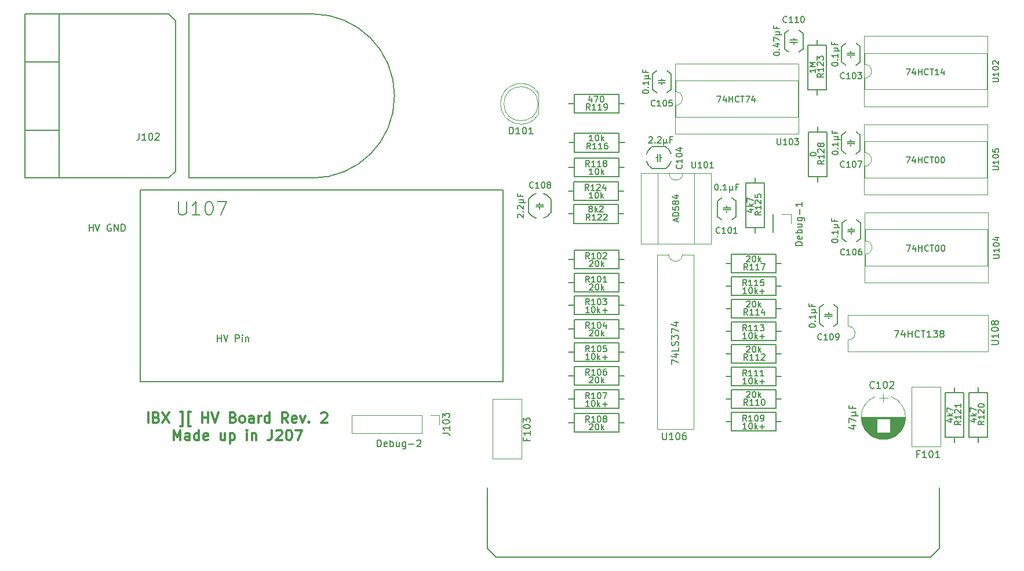
<source format=gto>
G04 #@! TF.GenerationSoftware,KiCad,Pcbnew,5.0.2-bee76a0~70~ubuntu18.04.1*
G04 #@! TF.CreationDate,2019-01-09T00:27:28-05:00*
G04 #@! TF.ProjectId,hvboard,6876626f-6172-4642-9e6b-696361645f70,1*
G04 #@! TF.SameCoordinates,Original*
G04 #@! TF.FileFunction,Legend,Top*
G04 #@! TF.FilePolarity,Positive*
%FSLAX46Y46*%
G04 Gerber Fmt 4.6, Leading zero omitted, Abs format (unit mm)*
G04 Created by KiCad (PCBNEW 5.0.2-bee76a0~70~ubuntu18.04.1) date Wed 09 Jan 2019 12:27:28 AM EST*
%MOMM*%
%LPD*%
G01*
G04 APERTURE LIST*
%ADD10C,0.300000*%
%ADD11C,0.120000*%
%ADD12C,0.150000*%
%ADD13C,0.127000*%
%ADD14C,0.152400*%
G04 APERTURE END LIST*
D10*
X84627285Y-121323571D02*
X84627285Y-119823571D01*
X85841571Y-120537857D02*
X86055857Y-120609285D01*
X86127285Y-120680714D01*
X86198714Y-120823571D01*
X86198714Y-121037857D01*
X86127285Y-121180714D01*
X86055857Y-121252142D01*
X85913000Y-121323571D01*
X85341571Y-121323571D01*
X85341571Y-119823571D01*
X85841571Y-119823571D01*
X85984428Y-119895000D01*
X86055857Y-119966428D01*
X86127285Y-120109285D01*
X86127285Y-120252142D01*
X86055857Y-120395000D01*
X85984428Y-120466428D01*
X85841571Y-120537857D01*
X85341571Y-120537857D01*
X86698714Y-119823571D02*
X87698714Y-121323571D01*
X87698714Y-119823571D02*
X86698714Y-121323571D01*
X89270142Y-121823571D02*
X89627285Y-121823571D01*
X89627285Y-119680714D01*
X89270142Y-119680714D01*
X90841571Y-121823571D02*
X90484428Y-121823571D01*
X90484428Y-119680714D01*
X90841571Y-119680714D01*
X92555857Y-121323571D02*
X92555857Y-119823571D01*
X92555857Y-120537857D02*
X93413000Y-120537857D01*
X93413000Y-121323571D02*
X93413000Y-119823571D01*
X93913000Y-119823571D02*
X94413000Y-121323571D01*
X94913000Y-119823571D01*
X97055857Y-120537857D02*
X97270142Y-120609285D01*
X97341571Y-120680714D01*
X97413000Y-120823571D01*
X97413000Y-121037857D01*
X97341571Y-121180714D01*
X97270142Y-121252142D01*
X97127285Y-121323571D01*
X96555857Y-121323571D01*
X96555857Y-119823571D01*
X97055857Y-119823571D01*
X97198714Y-119895000D01*
X97270142Y-119966428D01*
X97341571Y-120109285D01*
X97341571Y-120252142D01*
X97270142Y-120395000D01*
X97198714Y-120466428D01*
X97055857Y-120537857D01*
X96555857Y-120537857D01*
X98270142Y-121323571D02*
X98127285Y-121252142D01*
X98055857Y-121180714D01*
X97984428Y-121037857D01*
X97984428Y-120609285D01*
X98055857Y-120466428D01*
X98127285Y-120395000D01*
X98270142Y-120323571D01*
X98484428Y-120323571D01*
X98627285Y-120395000D01*
X98698714Y-120466428D01*
X98770142Y-120609285D01*
X98770142Y-121037857D01*
X98698714Y-121180714D01*
X98627285Y-121252142D01*
X98484428Y-121323571D01*
X98270142Y-121323571D01*
X100055857Y-121323571D02*
X100055857Y-120537857D01*
X99984428Y-120395000D01*
X99841571Y-120323571D01*
X99555857Y-120323571D01*
X99413000Y-120395000D01*
X100055857Y-121252142D02*
X99913000Y-121323571D01*
X99555857Y-121323571D01*
X99413000Y-121252142D01*
X99341571Y-121109285D01*
X99341571Y-120966428D01*
X99413000Y-120823571D01*
X99555857Y-120752142D01*
X99913000Y-120752142D01*
X100055857Y-120680714D01*
X100770142Y-121323571D02*
X100770142Y-120323571D01*
X100770142Y-120609285D02*
X100841571Y-120466428D01*
X100913000Y-120395000D01*
X101055857Y-120323571D01*
X101198714Y-120323571D01*
X102341571Y-121323571D02*
X102341571Y-119823571D01*
X102341571Y-121252142D02*
X102198714Y-121323571D01*
X101913000Y-121323571D01*
X101770142Y-121252142D01*
X101698714Y-121180714D01*
X101627285Y-121037857D01*
X101627285Y-120609285D01*
X101698714Y-120466428D01*
X101770142Y-120395000D01*
X101913000Y-120323571D01*
X102198714Y-120323571D01*
X102341571Y-120395000D01*
X105055857Y-121323571D02*
X104555857Y-120609285D01*
X104198714Y-121323571D02*
X104198714Y-119823571D01*
X104770142Y-119823571D01*
X104913000Y-119895000D01*
X104984428Y-119966428D01*
X105055857Y-120109285D01*
X105055857Y-120323571D01*
X104984428Y-120466428D01*
X104913000Y-120537857D01*
X104770142Y-120609285D01*
X104198714Y-120609285D01*
X106270142Y-121252142D02*
X106127285Y-121323571D01*
X105841571Y-121323571D01*
X105698714Y-121252142D01*
X105627285Y-121109285D01*
X105627285Y-120537857D01*
X105698714Y-120395000D01*
X105841571Y-120323571D01*
X106127285Y-120323571D01*
X106270142Y-120395000D01*
X106341571Y-120537857D01*
X106341571Y-120680714D01*
X105627285Y-120823571D01*
X106841571Y-120323571D02*
X107198714Y-121323571D01*
X107555857Y-120323571D01*
X108127285Y-121180714D02*
X108198714Y-121252142D01*
X108127285Y-121323571D01*
X108055857Y-121252142D01*
X108127285Y-121180714D01*
X108127285Y-121323571D01*
X109913000Y-119966428D02*
X109984428Y-119895000D01*
X110127285Y-119823571D01*
X110484428Y-119823571D01*
X110627285Y-119895000D01*
X110698714Y-119966428D01*
X110770142Y-120109285D01*
X110770142Y-120252142D01*
X110698714Y-120466428D01*
X109841571Y-121323571D01*
X110770142Y-121323571D01*
X88341571Y-123873571D02*
X88341571Y-122373571D01*
X88841571Y-123445000D01*
X89341571Y-122373571D01*
X89341571Y-123873571D01*
X90698714Y-123873571D02*
X90698714Y-123087857D01*
X90627285Y-122945000D01*
X90484428Y-122873571D01*
X90198714Y-122873571D01*
X90055857Y-122945000D01*
X90698714Y-123802142D02*
X90555857Y-123873571D01*
X90198714Y-123873571D01*
X90055857Y-123802142D01*
X89984428Y-123659285D01*
X89984428Y-123516428D01*
X90055857Y-123373571D01*
X90198714Y-123302142D01*
X90555857Y-123302142D01*
X90698714Y-123230714D01*
X92055857Y-123873571D02*
X92055857Y-122373571D01*
X92055857Y-123802142D02*
X91913000Y-123873571D01*
X91627285Y-123873571D01*
X91484428Y-123802142D01*
X91413000Y-123730714D01*
X91341571Y-123587857D01*
X91341571Y-123159285D01*
X91413000Y-123016428D01*
X91484428Y-122945000D01*
X91627285Y-122873571D01*
X91913000Y-122873571D01*
X92055857Y-122945000D01*
X93341571Y-123802142D02*
X93198714Y-123873571D01*
X92913000Y-123873571D01*
X92770142Y-123802142D01*
X92698714Y-123659285D01*
X92698714Y-123087857D01*
X92770142Y-122945000D01*
X92913000Y-122873571D01*
X93198714Y-122873571D01*
X93341571Y-122945000D01*
X93413000Y-123087857D01*
X93413000Y-123230714D01*
X92698714Y-123373571D01*
X95841571Y-122873571D02*
X95841571Y-123873571D01*
X95198714Y-122873571D02*
X95198714Y-123659285D01*
X95270142Y-123802142D01*
X95413000Y-123873571D01*
X95627285Y-123873571D01*
X95770142Y-123802142D01*
X95841571Y-123730714D01*
X96555857Y-122873571D02*
X96555857Y-124373571D01*
X96555857Y-122945000D02*
X96698714Y-122873571D01*
X96984428Y-122873571D01*
X97127285Y-122945000D01*
X97198714Y-123016428D01*
X97270142Y-123159285D01*
X97270142Y-123587857D01*
X97198714Y-123730714D01*
X97127285Y-123802142D01*
X96984428Y-123873571D01*
X96698714Y-123873571D01*
X96555857Y-123802142D01*
X99055857Y-123873571D02*
X99055857Y-122873571D01*
X99055857Y-122373571D02*
X98984428Y-122445000D01*
X99055857Y-122516428D01*
X99127285Y-122445000D01*
X99055857Y-122373571D01*
X99055857Y-122516428D01*
X99770142Y-122873571D02*
X99770142Y-123873571D01*
X99770142Y-123016428D02*
X99841571Y-122945000D01*
X99984428Y-122873571D01*
X100198714Y-122873571D01*
X100341571Y-122945000D01*
X100413000Y-123087857D01*
X100413000Y-123873571D01*
X102698714Y-122373571D02*
X102698714Y-123445000D01*
X102627285Y-123659285D01*
X102484428Y-123802142D01*
X102270142Y-123873571D01*
X102127285Y-123873571D01*
X103341571Y-122516428D02*
X103412999Y-122445000D01*
X103555857Y-122373571D01*
X103912999Y-122373571D01*
X104055857Y-122445000D01*
X104127285Y-122516428D01*
X104198714Y-122659285D01*
X104198714Y-122802142D01*
X104127285Y-123016428D01*
X103270142Y-123873571D01*
X104198714Y-123873571D01*
X105127285Y-122373571D02*
X105270142Y-122373571D01*
X105413000Y-122445000D01*
X105484428Y-122516428D01*
X105555857Y-122659285D01*
X105627285Y-122945000D01*
X105627285Y-123302142D01*
X105555857Y-123587857D01*
X105484428Y-123730714D01*
X105413000Y-123802142D01*
X105270142Y-123873571D01*
X105127285Y-123873571D01*
X104984428Y-123802142D01*
X104913000Y-123730714D01*
X104841571Y-123587857D01*
X104770142Y-123302142D01*
X104770142Y-122945000D01*
X104841571Y-122659285D01*
X104913000Y-122516428D01*
X104984428Y-122445000D01*
X105127285Y-122373571D01*
X106127285Y-122373571D02*
X107127285Y-122373571D01*
X106484428Y-123873571D01*
D11*
G04 #@! TO.C,D101*
X136100400Y-74675538D02*
G75*
G03X141650400Y-76220830I2990000J-462D01*
G01*
X136100400Y-74676462D02*
G75*
G02X141650400Y-73131170I2990000J462D01*
G01*
X141590400Y-74676000D02*
G75*
G03X141590400Y-74676000I-2500000J0D01*
G01*
X141650400Y-76221000D02*
X141650400Y-73131000D01*
G04 #@! TO.C,F101*
X200430500Y-116026000D02*
X200430500Y-124766000D01*
X200430500Y-116026000D02*
X196190500Y-116026000D01*
X196190500Y-124766000D02*
X200430500Y-124766000D01*
X196190500Y-124766000D02*
X196190500Y-116026000D01*
D12*
G04 #@! TO.C,U107*
X83480000Y-115278000D02*
X136480000Y-115278000D01*
X136480000Y-87278000D02*
X83480000Y-87278000D01*
X83480000Y-87278000D02*
X83480000Y-115278000D01*
X136480000Y-115278000D02*
X136480000Y-87278000D01*
D11*
G04 #@! TO.C,F103*
X139153000Y-117804000D02*
X139153000Y-126544000D01*
X139153000Y-117804000D02*
X134913000Y-117804000D01*
X134913000Y-126544000D02*
X139153000Y-126544000D01*
X134913000Y-126544000D02*
X134913000Y-117804000D01*
G04 #@! TO.C,U106*
X162671000Y-96714000D02*
G75*
G02X160671000Y-96714000I-1000000J0D01*
G01*
X160671000Y-96714000D02*
X159021000Y-96714000D01*
X159021000Y-96714000D02*
X159021000Y-122234000D01*
X159021000Y-122234000D02*
X164321000Y-122234000D01*
X164321000Y-122234000D02*
X164321000Y-96714000D01*
X164321000Y-96714000D02*
X162671000Y-96714000D01*
G04 #@! TO.C,U108*
X186884000Y-107204000D02*
G75*
G02X186884000Y-109204000I0J-1000000D01*
G01*
X186884000Y-109204000D02*
X186884000Y-110854000D01*
X186884000Y-110854000D02*
X207324000Y-110854000D01*
X207324000Y-110854000D02*
X207324000Y-105554000D01*
X207324000Y-105554000D02*
X186884000Y-105554000D01*
X186884000Y-105554000D02*
X186884000Y-107204000D01*
D12*
G04 #@! TO.C,BUS101*
X200228200Y-139649200D02*
X198958200Y-140919200D01*
X198958200Y-140919200D02*
X135458200Y-140919200D01*
X135458200Y-140919200D02*
X134188200Y-139649200D01*
X134188200Y-139649200D02*
X134188200Y-130759200D01*
X200228200Y-130759200D02*
X200228200Y-139649200D01*
D11*
G04 #@! TO.C,J101*
X175920400Y-90821200D02*
X175860400Y-90821200D01*
X175860400Y-90821200D02*
X175860400Y-93481200D01*
X175860400Y-93481200D02*
X175920400Y-93481200D01*
X175920400Y-93481200D02*
X175920400Y-90821200D01*
X177190400Y-90821200D02*
X178520400Y-90821200D01*
X178520400Y-90821200D02*
X178520400Y-92151200D01*
D12*
G04 #@! TO.C,J102*
X108613000Y-61533000D02*
X90613000Y-61533000D01*
X90613000Y-61533000D02*
X90613000Y-85533000D01*
X90613000Y-85533000D02*
X108613000Y-85533000D01*
X108613000Y-85533000D02*
G75*
G03X108613000Y-61533000I0J12000000D01*
G01*
X71613000Y-78533000D02*
X66613000Y-78533000D01*
X66613000Y-68533000D02*
X71613000Y-68533000D01*
X71613000Y-61533000D02*
X66613000Y-61533000D01*
X66613000Y-61533000D02*
X66613000Y-85533000D01*
X66613000Y-85533000D02*
X71613000Y-85533000D01*
X88613000Y-84533000D02*
X87613000Y-85533000D01*
X87613000Y-85533000D02*
X71613000Y-85533000D01*
X71613000Y-85533000D02*
X71613000Y-61533000D01*
X71613000Y-61533000D02*
X78613000Y-61533000D01*
X78613000Y-61533000D02*
X87613000Y-61533000D01*
X87613000Y-61533000D02*
X88613000Y-62533000D01*
X88613000Y-62533000D02*
X88613000Y-84533000D01*
D11*
G04 #@! TO.C,J103*
X114367000Y-120209000D02*
X114367000Y-122869000D01*
X124587000Y-120209000D02*
X114367000Y-120209000D01*
X124587000Y-122869000D02*
X114367000Y-122869000D01*
X124587000Y-120209000D02*
X124587000Y-122869000D01*
X125857000Y-120209000D02*
X127187000Y-120209000D01*
X127187000Y-120209000D02*
X127187000Y-121539000D01*
G04 #@! TO.C,C102*
X193203136Y-123520820D02*
G75*
G03X193204000Y-117485518I-1179136J3017820D01*
G01*
X190844864Y-123520820D02*
G75*
G02X190844000Y-117485518I1179136J3017820D01*
G01*
X190844864Y-123520820D02*
G75*
G03X193204000Y-123520482I1179136J3017820D01*
G01*
X195224000Y-120503000D02*
X188824000Y-120503000D01*
X195224000Y-120543000D02*
X188824000Y-120543000D01*
X195224000Y-120583000D02*
X188824000Y-120583000D01*
X195222000Y-120623000D02*
X188826000Y-120623000D01*
X195221000Y-120663000D02*
X188827000Y-120663000D01*
X195218000Y-120703000D02*
X188830000Y-120703000D01*
X195216000Y-120743000D02*
X188832000Y-120743000D01*
X195212000Y-120783000D02*
X193004000Y-120783000D01*
X191044000Y-120783000D02*
X188836000Y-120783000D01*
X195209000Y-120823000D02*
X193004000Y-120823000D01*
X191044000Y-120823000D02*
X188839000Y-120823000D01*
X195204000Y-120863000D02*
X193004000Y-120863000D01*
X191044000Y-120863000D02*
X188844000Y-120863000D01*
X195200000Y-120903000D02*
X193004000Y-120903000D01*
X191044000Y-120903000D02*
X188848000Y-120903000D01*
X195194000Y-120943000D02*
X193004000Y-120943000D01*
X191044000Y-120943000D02*
X188854000Y-120943000D01*
X195189000Y-120983000D02*
X193004000Y-120983000D01*
X191044000Y-120983000D02*
X188859000Y-120983000D01*
X195182000Y-121023000D02*
X193004000Y-121023000D01*
X191044000Y-121023000D02*
X188866000Y-121023000D01*
X195176000Y-121063000D02*
X193004000Y-121063000D01*
X191044000Y-121063000D02*
X188872000Y-121063000D01*
X195168000Y-121103000D02*
X193004000Y-121103000D01*
X191044000Y-121103000D02*
X188880000Y-121103000D01*
X195161000Y-121143000D02*
X193004000Y-121143000D01*
X191044000Y-121143000D02*
X188887000Y-121143000D01*
X195152000Y-121183000D02*
X193004000Y-121183000D01*
X191044000Y-121183000D02*
X188896000Y-121183000D01*
X195143000Y-121224000D02*
X193004000Y-121224000D01*
X191044000Y-121224000D02*
X188905000Y-121224000D01*
X195134000Y-121264000D02*
X193004000Y-121264000D01*
X191044000Y-121264000D02*
X188914000Y-121264000D01*
X195124000Y-121304000D02*
X193004000Y-121304000D01*
X191044000Y-121304000D02*
X188924000Y-121304000D01*
X195114000Y-121344000D02*
X193004000Y-121344000D01*
X191044000Y-121344000D02*
X188934000Y-121344000D01*
X195103000Y-121384000D02*
X193004000Y-121384000D01*
X191044000Y-121384000D02*
X188945000Y-121384000D01*
X195091000Y-121424000D02*
X193004000Y-121424000D01*
X191044000Y-121424000D02*
X188957000Y-121424000D01*
X195079000Y-121464000D02*
X193004000Y-121464000D01*
X191044000Y-121464000D02*
X188969000Y-121464000D01*
X195066000Y-121504000D02*
X193004000Y-121504000D01*
X191044000Y-121504000D02*
X188982000Y-121504000D01*
X195053000Y-121544000D02*
X193004000Y-121544000D01*
X191044000Y-121544000D02*
X188995000Y-121544000D01*
X195039000Y-121584000D02*
X193004000Y-121584000D01*
X191044000Y-121584000D02*
X189009000Y-121584000D01*
X195025000Y-121624000D02*
X193004000Y-121624000D01*
X191044000Y-121624000D02*
X189023000Y-121624000D01*
X195010000Y-121664000D02*
X193004000Y-121664000D01*
X191044000Y-121664000D02*
X189038000Y-121664000D01*
X194994000Y-121704000D02*
X193004000Y-121704000D01*
X191044000Y-121704000D02*
X189054000Y-121704000D01*
X194978000Y-121744000D02*
X193004000Y-121744000D01*
X191044000Y-121744000D02*
X189070000Y-121744000D01*
X194961000Y-121784000D02*
X193004000Y-121784000D01*
X191044000Y-121784000D02*
X189087000Y-121784000D01*
X194943000Y-121824000D02*
X193004000Y-121824000D01*
X191044000Y-121824000D02*
X189105000Y-121824000D01*
X194925000Y-121864000D02*
X193004000Y-121864000D01*
X191044000Y-121864000D02*
X189123000Y-121864000D01*
X194906000Y-121904000D02*
X193004000Y-121904000D01*
X191044000Y-121904000D02*
X189142000Y-121904000D01*
X194887000Y-121944000D02*
X193004000Y-121944000D01*
X191044000Y-121944000D02*
X189161000Y-121944000D01*
X194867000Y-121984000D02*
X193004000Y-121984000D01*
X191044000Y-121984000D02*
X189181000Y-121984000D01*
X194846000Y-122024000D02*
X193004000Y-122024000D01*
X191044000Y-122024000D02*
X189202000Y-122024000D01*
X194824000Y-122064000D02*
X193004000Y-122064000D01*
X191044000Y-122064000D02*
X189224000Y-122064000D01*
X194802000Y-122104000D02*
X193004000Y-122104000D01*
X191044000Y-122104000D02*
X189246000Y-122104000D01*
X194779000Y-122144000D02*
X193004000Y-122144000D01*
X191044000Y-122144000D02*
X189269000Y-122144000D01*
X194755000Y-122184000D02*
X193004000Y-122184000D01*
X191044000Y-122184000D02*
X189293000Y-122184000D01*
X194730000Y-122224000D02*
X193004000Y-122224000D01*
X191044000Y-122224000D02*
X189318000Y-122224000D01*
X194705000Y-122264000D02*
X193004000Y-122264000D01*
X191044000Y-122264000D02*
X189343000Y-122264000D01*
X194678000Y-122304000D02*
X193004000Y-122304000D01*
X191044000Y-122304000D02*
X189370000Y-122304000D01*
X194651000Y-122344000D02*
X193004000Y-122344000D01*
X191044000Y-122344000D02*
X189397000Y-122344000D01*
X194623000Y-122384000D02*
X193004000Y-122384000D01*
X191044000Y-122384000D02*
X189425000Y-122384000D01*
X194594000Y-122424000D02*
X193004000Y-122424000D01*
X191044000Y-122424000D02*
X189454000Y-122424000D01*
X194564000Y-122464000D02*
X193004000Y-122464000D01*
X191044000Y-122464000D02*
X189484000Y-122464000D01*
X194534000Y-122504000D02*
X193004000Y-122504000D01*
X191044000Y-122504000D02*
X189514000Y-122504000D01*
X194502000Y-122544000D02*
X193004000Y-122544000D01*
X191044000Y-122544000D02*
X189546000Y-122544000D01*
X194469000Y-122584000D02*
X193004000Y-122584000D01*
X191044000Y-122584000D02*
X189579000Y-122584000D01*
X194435000Y-122624000D02*
X193004000Y-122624000D01*
X191044000Y-122624000D02*
X189613000Y-122624000D01*
X194399000Y-122664000D02*
X193004000Y-122664000D01*
X191044000Y-122664000D02*
X189649000Y-122664000D01*
X194363000Y-122704000D02*
X193004000Y-122704000D01*
X191044000Y-122704000D02*
X189685000Y-122704000D01*
X194325000Y-122744000D02*
X189723000Y-122744000D01*
X194286000Y-122784000D02*
X189762000Y-122784000D01*
X194246000Y-122824000D02*
X189802000Y-122824000D01*
X194204000Y-122864000D02*
X189844000Y-122864000D01*
X194161000Y-122904000D02*
X189887000Y-122904000D01*
X194116000Y-122944000D02*
X189932000Y-122944000D01*
X194069000Y-122984000D02*
X189979000Y-122984000D01*
X194021000Y-123024000D02*
X190027000Y-123024000D01*
X193970000Y-123064000D02*
X190078000Y-123064000D01*
X193918000Y-123104000D02*
X190130000Y-123104000D01*
X193863000Y-123144000D02*
X190185000Y-123144000D01*
X193805000Y-123184000D02*
X190243000Y-123184000D01*
X193745000Y-123224000D02*
X190303000Y-123224000D01*
X193682000Y-123264000D02*
X190366000Y-123264000D01*
X193615000Y-123304000D02*
X190433000Y-123304000D01*
X193544000Y-123344000D02*
X190504000Y-123344000D01*
X193469000Y-123384000D02*
X190579000Y-123384000D01*
X193388000Y-123424000D02*
X190660000Y-123424000D01*
X193302000Y-123464000D02*
X190746000Y-123464000D01*
X193208000Y-123504000D02*
X190840000Y-123504000D01*
X193105000Y-123544000D02*
X190943000Y-123544000D01*
X192990000Y-123584000D02*
X191058000Y-123584000D01*
X192858000Y-123624000D02*
X191190000Y-123624000D01*
X192700000Y-123664000D02*
X191348000Y-123664000D01*
X192492000Y-123704000D02*
X191556000Y-123704000D01*
X192024000Y-117053000D02*
X192024000Y-118253000D01*
X192674000Y-117653000D02*
X191374000Y-117653000D01*
D12*
G04 #@! TO.C,C101*
X169164000Y-89787600D02*
X169164000Y-89587600D01*
X169714000Y-89887600D02*
X169164000Y-89887600D01*
X169164000Y-89887600D02*
X168614000Y-89887600D01*
X169714000Y-90187600D02*
X169164000Y-90187600D01*
X169164000Y-90187600D02*
X168614000Y-90187600D01*
X169164000Y-90487600D02*
X169164000Y-90287600D01*
X170509979Y-88892683D02*
G75*
G03X169914000Y-88437601I-1345980J-1144917D01*
G01*
X170499938Y-91194220D02*
G75*
G02X169914000Y-91637600I-1335938J1156620D01*
G01*
X170499938Y-91194220D02*
X170499938Y-88894220D01*
X167828062Y-91194220D02*
G75*
G03X168414000Y-91637600I1335938J1156620D01*
G01*
X167818839Y-88891722D02*
G75*
G02X168414001Y-88437601I1345161J-1145878D01*
G01*
X167814000Y-91187600D02*
X167814000Y-88887600D01*
G04 #@! TO.C,C103*
X185949600Y-68581600D02*
X185949600Y-66281600D01*
X185954439Y-66285722D02*
G75*
G02X186549601Y-65831601I1345161J-1145878D01*
G01*
X185963662Y-68588220D02*
G75*
G03X186549600Y-69031600I1335938J1156620D01*
G01*
X188635538Y-68588220D02*
X188635538Y-66288220D01*
X188635538Y-68588220D02*
G75*
G02X188049600Y-69031600I-1335938J1156620D01*
G01*
X188645579Y-66286683D02*
G75*
G03X188049600Y-65831601I-1345980J-1144917D01*
G01*
X187299600Y-67881600D02*
X187299600Y-67681600D01*
X187299600Y-67581600D02*
X186749600Y-67581600D01*
X187849600Y-67581600D02*
X187299600Y-67581600D01*
X187299600Y-67281600D02*
X186749600Y-67281600D01*
X187849600Y-67281600D02*
X187299600Y-67281600D01*
X187299600Y-67181600D02*
X187299600Y-66981600D01*
G04 #@! TO.C,C104*
X160187200Y-84170000D02*
X158267200Y-84170000D01*
X160187200Y-80930000D02*
X158267200Y-80930000D01*
X158251936Y-84159770D02*
G75*
G02X157427200Y-83100000I975264J1609770D01*
G01*
X160202464Y-84159770D02*
G75*
G03X161027200Y-83100000I-975264J1609770D01*
G01*
X160202464Y-80940230D02*
G75*
G02X161027200Y-82000000I-975264J-1609770D01*
G01*
X158251937Y-80940230D02*
G75*
G03X157427200Y-82000000I975263J-1609771D01*
G01*
X159677200Y-82550000D02*
X159477200Y-82550000D01*
X159377200Y-82550000D02*
X159377200Y-83100000D01*
X159377200Y-82000000D02*
X159377200Y-82550000D01*
X159077200Y-82550000D02*
X159077200Y-83100000D01*
X159077200Y-82000000D02*
X159077200Y-82550000D01*
X158977200Y-82550000D02*
X158777200Y-82550000D01*
G04 #@! TO.C,C105*
X159664400Y-71194800D02*
X159664400Y-70994800D01*
X160214400Y-71294800D02*
X159664400Y-71294800D01*
X159664400Y-71294800D02*
X159114400Y-71294800D01*
X160214400Y-71594800D02*
X159664400Y-71594800D01*
X159664400Y-71594800D02*
X159114400Y-71594800D01*
X159664400Y-71894800D02*
X159664400Y-71694800D01*
X161010379Y-70299883D02*
G75*
G03X160414400Y-69844801I-1345980J-1144917D01*
G01*
X161000338Y-72601420D02*
G75*
G02X160414400Y-73044800I-1335938J1156620D01*
G01*
X161000338Y-72601420D02*
X161000338Y-70301420D01*
X158328462Y-72601420D02*
G75*
G03X158914400Y-73044800I1335938J1156620D01*
G01*
X158319239Y-70298922D02*
G75*
G02X158914401Y-69844801I1345161J-1145878D01*
G01*
X158314400Y-72594800D02*
X158314400Y-70294800D01*
G04 #@! TO.C,C106*
X186000400Y-94388000D02*
X186000400Y-92088000D01*
X186005239Y-92092122D02*
G75*
G02X186600401Y-91638001I1345161J-1145878D01*
G01*
X186014462Y-94394620D02*
G75*
G03X186600400Y-94838000I1335938J1156620D01*
G01*
X188686338Y-94394620D02*
X188686338Y-92094620D01*
X188686338Y-94394620D02*
G75*
G02X188100400Y-94838000I-1335938J1156620D01*
G01*
X188696379Y-92093083D02*
G75*
G03X188100400Y-91638001I-1345980J-1144917D01*
G01*
X187350400Y-93688000D02*
X187350400Y-93488000D01*
X187350400Y-93388000D02*
X186800400Y-93388000D01*
X187900400Y-93388000D02*
X187350400Y-93388000D01*
X187350400Y-93088000D02*
X186800400Y-93088000D01*
X187900400Y-93088000D02*
X187350400Y-93088000D01*
X187350400Y-92988000D02*
X187350400Y-92788000D01*
G04 #@! TO.C,C107*
X185949600Y-81535600D02*
X185949600Y-79235600D01*
X185954439Y-79239722D02*
G75*
G02X186549601Y-78785601I1345161J-1145878D01*
G01*
X185963662Y-81542220D02*
G75*
G03X186549600Y-81985600I1335938J1156620D01*
G01*
X188635538Y-81542220D02*
X188635538Y-79242220D01*
X188635538Y-81542220D02*
G75*
G02X188049600Y-81985600I-1335938J1156620D01*
G01*
X188645579Y-79240683D02*
G75*
G03X188049600Y-78785601I-1345980J-1144917D01*
G01*
X187299600Y-80835600D02*
X187299600Y-80635600D01*
X187299600Y-80535600D02*
X186749600Y-80535600D01*
X187849600Y-80535600D02*
X187299600Y-80535600D01*
X187299600Y-80235600D02*
X186749600Y-80235600D01*
X187849600Y-80235600D02*
X187299600Y-80235600D01*
X187299600Y-80135600D02*
X187299600Y-79935600D01*
G04 #@! TO.C,C108*
X141833600Y-89841200D02*
X141833600Y-90041200D01*
X141283600Y-89741200D02*
X141833600Y-89741200D01*
X141833600Y-89741200D02*
X142383600Y-89741200D01*
X141283600Y-89441200D02*
X141833600Y-89441200D01*
X141833600Y-89441200D02*
X142383600Y-89441200D01*
X141833600Y-89141200D02*
X141833600Y-89341200D01*
X140223830Y-90566463D02*
G75*
G03X141283600Y-91391200I1609771J975263D01*
G01*
X140223830Y-88615936D02*
G75*
G02X141283600Y-87791200I1609770J-975264D01*
G01*
X143443370Y-88615936D02*
G75*
G03X142383600Y-87791200I-1609770J-975264D01*
G01*
X143443370Y-90566464D02*
G75*
G02X142383600Y-91391200I-1609770J975264D01*
G01*
X140213600Y-88631200D02*
X140213600Y-90551200D01*
X143453600Y-88631200D02*
X143453600Y-90551200D01*
G04 #@! TO.C,C109*
X182673000Y-106770500D02*
X182673000Y-104470500D01*
X182677839Y-104474622D02*
G75*
G02X183273001Y-104020501I1345161J-1145878D01*
G01*
X182687062Y-106777120D02*
G75*
G03X183273000Y-107220500I1335938J1156620D01*
G01*
X185358938Y-106777120D02*
X185358938Y-104477120D01*
X185358938Y-106777120D02*
G75*
G02X184773000Y-107220500I-1335938J1156620D01*
G01*
X185368979Y-104475583D02*
G75*
G03X184773000Y-104020501I-1345980J-1144917D01*
G01*
X184023000Y-106070500D02*
X184023000Y-105870500D01*
X184023000Y-105770500D02*
X183473000Y-105770500D01*
X184573000Y-105770500D02*
X184023000Y-105770500D01*
X184023000Y-105470500D02*
X183473000Y-105470500D01*
X184573000Y-105470500D02*
X184023000Y-105470500D01*
X184023000Y-105370500D02*
X184023000Y-105170500D01*
G04 #@! TO.C,C110*
X178943000Y-65762000D02*
X178943000Y-65962000D01*
X178393000Y-65662000D02*
X178943000Y-65662000D01*
X178943000Y-65662000D02*
X179493000Y-65662000D01*
X178393000Y-65362000D02*
X178943000Y-65362000D01*
X178943000Y-65362000D02*
X179493000Y-65362000D01*
X178943000Y-65062000D02*
X178943000Y-65262000D01*
X177597021Y-66656917D02*
G75*
G03X178193000Y-67111999I1345980J1144917D01*
G01*
X177607062Y-64355380D02*
G75*
G02X178193000Y-63912000I1335938J-1156620D01*
G01*
X177607062Y-64355380D02*
X177607062Y-66655380D01*
X180278938Y-64355380D02*
G75*
G03X179693000Y-63912000I-1335938J-1156620D01*
G01*
X180288161Y-66657878D02*
G75*
G02X179692999Y-67111999I-1345161J1145878D01*
G01*
X180293000Y-64362000D02*
X180293000Y-66662000D01*
D13*
G04 #@! TO.C,R101*
X146844000Y-99468000D02*
X153384000Y-99468000D01*
X154154000Y-100838000D02*
X153384000Y-100838000D01*
X146074000Y-100838000D02*
X146844000Y-100838000D01*
X153384000Y-102208000D02*
X153384000Y-99468000D01*
X146844000Y-102208000D02*
X153384000Y-102208000D01*
X146844000Y-99468000D02*
X146844000Y-102208000D01*
G04 #@! TO.C,R102*
X146844000Y-96039000D02*
X146844000Y-98779000D01*
X146844000Y-98779000D02*
X153384000Y-98779000D01*
X153384000Y-98779000D02*
X153384000Y-96039000D01*
X146074000Y-97409000D02*
X146844000Y-97409000D01*
X154154000Y-97409000D02*
X153384000Y-97409000D01*
X146844000Y-96039000D02*
X153384000Y-96039000D01*
G04 #@! TO.C,R103*
X146844000Y-102770000D02*
X153384000Y-102770000D01*
X154154000Y-104140000D02*
X153384000Y-104140000D01*
X146074000Y-104140000D02*
X146844000Y-104140000D01*
X153384000Y-105510000D02*
X153384000Y-102770000D01*
X146844000Y-105510000D02*
X153384000Y-105510000D01*
X146844000Y-102770000D02*
X146844000Y-105510000D01*
G04 #@! TO.C,R104*
X146844000Y-106199000D02*
X153384000Y-106199000D01*
X154154000Y-107569000D02*
X153384000Y-107569000D01*
X146074000Y-107569000D02*
X146844000Y-107569000D01*
X153384000Y-108939000D02*
X153384000Y-106199000D01*
X146844000Y-108939000D02*
X153384000Y-108939000D01*
X146844000Y-106199000D02*
X146844000Y-108939000D01*
G04 #@! TO.C,R105*
X146844000Y-109628000D02*
X146844000Y-112368000D01*
X146844000Y-112368000D02*
X153384000Y-112368000D01*
X153384000Y-112368000D02*
X153384000Y-109628000D01*
X146074000Y-110998000D02*
X146844000Y-110998000D01*
X154154000Y-110998000D02*
X153384000Y-110998000D01*
X146844000Y-109628000D02*
X153384000Y-109628000D01*
G04 #@! TO.C,R106*
X146844000Y-113057000D02*
X146844000Y-115797000D01*
X146844000Y-115797000D02*
X153384000Y-115797000D01*
X153384000Y-115797000D02*
X153384000Y-113057000D01*
X146074000Y-114427000D02*
X146844000Y-114427000D01*
X154154000Y-114427000D02*
X153384000Y-114427000D01*
X146844000Y-113057000D02*
X153384000Y-113057000D01*
G04 #@! TO.C,R107*
X146844000Y-116486000D02*
X146844000Y-119226000D01*
X146844000Y-119226000D02*
X153384000Y-119226000D01*
X153384000Y-119226000D02*
X153384000Y-116486000D01*
X146074000Y-117856000D02*
X146844000Y-117856000D01*
X154154000Y-117856000D02*
X153384000Y-117856000D01*
X146844000Y-116486000D02*
X153384000Y-116486000D01*
G04 #@! TO.C,R108*
X146844000Y-119915000D02*
X153384000Y-119915000D01*
X154154000Y-121285000D02*
X153384000Y-121285000D01*
X146074000Y-121285000D02*
X146844000Y-121285000D01*
X153384000Y-122655000D02*
X153384000Y-119915000D01*
X146844000Y-122655000D02*
X153384000Y-122655000D01*
X146844000Y-119915000D02*
X146844000Y-122655000D01*
G04 #@! TO.C,R109*
X169831000Y-119788000D02*
X169831000Y-122528000D01*
X169831000Y-122528000D02*
X176371000Y-122528000D01*
X176371000Y-122528000D02*
X176371000Y-119788000D01*
X169061000Y-121158000D02*
X169831000Y-121158000D01*
X177141000Y-121158000D02*
X176371000Y-121158000D01*
X169831000Y-119788000D02*
X176371000Y-119788000D01*
G04 #@! TO.C,R110*
X176371000Y-119226000D02*
X176371000Y-116486000D01*
X176371000Y-116486000D02*
X169831000Y-116486000D01*
X169831000Y-116486000D02*
X169831000Y-119226000D01*
X177141000Y-117856000D02*
X176371000Y-117856000D01*
X169061000Y-117856000D02*
X169831000Y-117856000D01*
X176371000Y-119226000D02*
X169831000Y-119226000D01*
G04 #@! TO.C,R111*
X169831000Y-113184000D02*
X176371000Y-113184000D01*
X177141000Y-114554000D02*
X176371000Y-114554000D01*
X169061000Y-114554000D02*
X169831000Y-114554000D01*
X176371000Y-115924000D02*
X176371000Y-113184000D01*
X169831000Y-115924000D02*
X176371000Y-115924000D01*
X169831000Y-113184000D02*
X169831000Y-115924000D01*
G04 #@! TO.C,R112*
X176371000Y-112622000D02*
X169831000Y-112622000D01*
X169061000Y-111252000D02*
X169831000Y-111252000D01*
X177141000Y-111252000D02*
X176371000Y-111252000D01*
X169831000Y-109882000D02*
X169831000Y-112622000D01*
X176371000Y-109882000D02*
X169831000Y-109882000D01*
X176371000Y-112622000D02*
X176371000Y-109882000D01*
G04 #@! TO.C,R113*
X169831000Y-106580000D02*
X169831000Y-109320000D01*
X169831000Y-109320000D02*
X176371000Y-109320000D01*
X176371000Y-109320000D02*
X176371000Y-106580000D01*
X169061000Y-107950000D02*
X169831000Y-107950000D01*
X177141000Y-107950000D02*
X176371000Y-107950000D01*
X169831000Y-106580000D02*
X176371000Y-106580000D01*
G04 #@! TO.C,R114*
X176371000Y-106018000D02*
X176371000Y-103278000D01*
X176371000Y-103278000D02*
X169831000Y-103278000D01*
X169831000Y-103278000D02*
X169831000Y-106018000D01*
X177141000Y-104648000D02*
X176371000Y-104648000D01*
X169061000Y-104648000D02*
X169831000Y-104648000D01*
X176371000Y-106018000D02*
X169831000Y-106018000D01*
G04 #@! TO.C,R115*
X169831000Y-99976000D02*
X176371000Y-99976000D01*
X177141000Y-101346000D02*
X176371000Y-101346000D01*
X169061000Y-101346000D02*
X169831000Y-101346000D01*
X176371000Y-102716000D02*
X176371000Y-99976000D01*
X169831000Y-102716000D02*
X176371000Y-102716000D01*
X169831000Y-99976000D02*
X169831000Y-102716000D01*
G04 #@! TO.C,R116*
X153434800Y-81735600D02*
X153434800Y-78995600D01*
X153434800Y-78995600D02*
X146894800Y-78995600D01*
X146894800Y-78995600D02*
X146894800Y-81735600D01*
X154204800Y-80365600D02*
X153434800Y-80365600D01*
X146124800Y-80365600D02*
X146894800Y-80365600D01*
X153434800Y-81735600D02*
X146894800Y-81735600D01*
G04 #@! TO.C,R117*
X176371000Y-99414000D02*
X169831000Y-99414000D01*
X169061000Y-98044000D02*
X169831000Y-98044000D01*
X177141000Y-98044000D02*
X176371000Y-98044000D01*
X169831000Y-96674000D02*
X169831000Y-99414000D01*
X176371000Y-96674000D02*
X169831000Y-96674000D01*
X176371000Y-99414000D02*
X176371000Y-96674000D01*
G04 #@! TO.C,R118*
X146844000Y-82602400D02*
X153384000Y-82602400D01*
X154154000Y-83972400D02*
X153384000Y-83972400D01*
X146074000Y-83972400D02*
X146844000Y-83972400D01*
X153384000Y-85342400D02*
X153384000Y-82602400D01*
X146844000Y-85342400D02*
X153384000Y-85342400D01*
X146844000Y-82602400D02*
X146844000Y-85342400D01*
G04 #@! TO.C,R119*
X153384000Y-76046000D02*
X146844000Y-76046000D01*
X146074000Y-74676000D02*
X146844000Y-74676000D01*
X154154000Y-74676000D02*
X153384000Y-74676000D01*
X146844000Y-73306000D02*
X146844000Y-76046000D01*
X153384000Y-73306000D02*
X146844000Y-73306000D01*
X153384000Y-76046000D02*
X153384000Y-73306000D01*
G04 #@! TO.C,R120*
X207237000Y-116872000D02*
X207237000Y-123412000D01*
X205867000Y-124182000D02*
X205867000Y-123412000D01*
X205867000Y-116102000D02*
X205867000Y-116872000D01*
X204497000Y-123412000D02*
X207237000Y-123412000D01*
X204497000Y-116872000D02*
X204497000Y-123412000D01*
X207237000Y-116872000D02*
X204497000Y-116872000D01*
G04 #@! TO.C,R121*
X203808000Y-116872000D02*
X201068000Y-116872000D01*
X201068000Y-116872000D02*
X201068000Y-123412000D01*
X201068000Y-123412000D02*
X203808000Y-123412000D01*
X202438000Y-116102000D02*
X202438000Y-116872000D01*
X202438000Y-124182000D02*
X202438000Y-123412000D01*
X203808000Y-116872000D02*
X203808000Y-123412000D01*
G04 #@! TO.C,R122*
X153333200Y-92149600D02*
X146793200Y-92149600D01*
X146023200Y-90779600D02*
X146793200Y-90779600D01*
X154103200Y-90779600D02*
X153333200Y-90779600D01*
X146793200Y-89409600D02*
X146793200Y-92149600D01*
X153333200Y-89409600D02*
X146793200Y-89409600D01*
X153333200Y-92149600D02*
X153333200Y-89409600D01*
G04 #@! TO.C,R123*
X183742000Y-66072000D02*
X181002000Y-66072000D01*
X181002000Y-66072000D02*
X181002000Y-72612000D01*
X181002000Y-72612000D02*
X183742000Y-72612000D01*
X182372000Y-65302000D02*
X182372000Y-66072000D01*
X182372000Y-73382000D02*
X182372000Y-72612000D01*
X183742000Y-66072000D02*
X183742000Y-72612000D01*
G04 #@! TO.C,R124*
X146793200Y-86056800D02*
X146793200Y-88796800D01*
X146793200Y-88796800D02*
X153333200Y-88796800D01*
X153333200Y-88796800D02*
X153333200Y-86056800D01*
X146023200Y-87426800D02*
X146793200Y-87426800D01*
X154103200Y-87426800D02*
X153333200Y-87426800D01*
X146793200Y-86056800D02*
X153333200Y-86056800D01*
G04 #@! TO.C,R125*
X174648800Y-86239600D02*
X171908800Y-86239600D01*
X171908800Y-86239600D02*
X171908800Y-92779600D01*
X171908800Y-92779600D02*
X174648800Y-92779600D01*
X173278800Y-85469600D02*
X173278800Y-86239600D01*
X173278800Y-93549600D02*
X173278800Y-92779600D01*
X174648800Y-86239600D02*
X174648800Y-92779600D01*
G04 #@! TO.C,R128*
X183805500Y-78772000D02*
X183805500Y-85312000D01*
X182435500Y-86082000D02*
X182435500Y-85312000D01*
X182435500Y-78002000D02*
X182435500Y-78772000D01*
X181065500Y-85312000D02*
X183805500Y-85312000D01*
X181065500Y-78772000D02*
X181065500Y-85312000D01*
X183805500Y-78772000D02*
X181065500Y-78772000D01*
D11*
G04 #@! TO.C,U101*
X162734500Y-84839500D02*
G75*
G02X160734500Y-84839500I-1000000J0D01*
G01*
X160734500Y-84839500D02*
X159084500Y-84839500D01*
X159084500Y-84839500D02*
X159084500Y-95119500D01*
X159084500Y-95119500D02*
X164384500Y-95119500D01*
X164384500Y-95119500D02*
X164384500Y-84839500D01*
X164384500Y-84839500D02*
X162734500Y-84839500D01*
X156594500Y-84779500D02*
X156594500Y-95179500D01*
X156594500Y-95179500D02*
X166874500Y-95179500D01*
X166874500Y-95179500D02*
X166874500Y-84779500D01*
X166874500Y-84779500D02*
X156594500Y-84779500D01*
G04 #@! TO.C,U102*
X189297000Y-68913500D02*
G75*
G02X189297000Y-70913500I0J-1000000D01*
G01*
X189297000Y-70913500D02*
X189297000Y-72563500D01*
X189297000Y-72563500D02*
X207197000Y-72563500D01*
X207197000Y-72563500D02*
X207197000Y-67263500D01*
X207197000Y-67263500D02*
X189297000Y-67263500D01*
X189297000Y-67263500D02*
X189297000Y-68913500D01*
X189237000Y-75053500D02*
X207257000Y-75053500D01*
X207257000Y-75053500D02*
X207257000Y-64773500D01*
X207257000Y-64773500D02*
X189237000Y-64773500D01*
X189237000Y-64773500D02*
X189237000Y-75053500D01*
G04 #@! TO.C,U103*
X161614500Y-68774000D02*
X161614500Y-79054000D01*
X179634500Y-68774000D02*
X161614500Y-68774000D01*
X179634500Y-79054000D02*
X179634500Y-68774000D01*
X161614500Y-79054000D02*
X179634500Y-79054000D01*
X161674500Y-71264000D02*
X161674500Y-72914000D01*
X179574500Y-71264000D02*
X161674500Y-71264000D01*
X179574500Y-76564000D02*
X179574500Y-71264000D01*
X161674500Y-76564000D02*
X179574500Y-76564000D01*
X161674500Y-74914000D02*
X161674500Y-76564000D01*
X161674500Y-72914000D02*
G75*
G02X161674500Y-74914000I0J-1000000D01*
G01*
G04 #@! TO.C,U104*
X189360500Y-94694500D02*
G75*
G02X189360500Y-96694500I0J-1000000D01*
G01*
X189360500Y-96694500D02*
X189360500Y-98344500D01*
X189360500Y-98344500D02*
X207260500Y-98344500D01*
X207260500Y-98344500D02*
X207260500Y-93044500D01*
X207260500Y-93044500D02*
X189360500Y-93044500D01*
X189360500Y-93044500D02*
X189360500Y-94694500D01*
X189300500Y-100834500D02*
X207320500Y-100834500D01*
X207320500Y-100834500D02*
X207320500Y-90554500D01*
X207320500Y-90554500D02*
X189300500Y-90554500D01*
X189300500Y-90554500D02*
X189300500Y-100834500D01*
G04 #@! TO.C,U105*
X189237000Y-77664000D02*
X189237000Y-87944000D01*
X207257000Y-77664000D02*
X189237000Y-77664000D01*
X207257000Y-87944000D02*
X207257000Y-77664000D01*
X189237000Y-87944000D02*
X207257000Y-87944000D01*
X189297000Y-80154000D02*
X189297000Y-81804000D01*
X207197000Y-80154000D02*
X189297000Y-80154000D01*
X207197000Y-85454000D02*
X207197000Y-80154000D01*
X189297000Y-85454000D02*
X207197000Y-85454000D01*
X189297000Y-83804000D02*
X189297000Y-85454000D01*
X189297000Y-81804000D02*
G75*
G02X189297000Y-83804000I0J-1000000D01*
G01*
G04 #@! TO.C,D101*
D12*
X137399923Y-79088380D02*
X137399923Y-78088380D01*
X137638019Y-78088380D01*
X137780876Y-78136000D01*
X137876114Y-78231238D01*
X137923733Y-78326476D01*
X137971352Y-78516952D01*
X137971352Y-78659809D01*
X137923733Y-78850285D01*
X137876114Y-78945523D01*
X137780876Y-79040761D01*
X137638019Y-79088380D01*
X137399923Y-79088380D01*
X138923733Y-79088380D02*
X138352304Y-79088380D01*
X138638019Y-79088380D02*
X138638019Y-78088380D01*
X138542780Y-78231238D01*
X138447542Y-78326476D01*
X138352304Y-78374095D01*
X139542780Y-78088380D02*
X139638019Y-78088380D01*
X139733257Y-78136000D01*
X139780876Y-78183619D01*
X139828495Y-78278857D01*
X139876114Y-78469333D01*
X139876114Y-78707428D01*
X139828495Y-78897904D01*
X139780876Y-78993142D01*
X139733257Y-79040761D01*
X139638019Y-79088380D01*
X139542780Y-79088380D01*
X139447542Y-79040761D01*
X139399923Y-78993142D01*
X139352304Y-78897904D01*
X139304685Y-78707428D01*
X139304685Y-78469333D01*
X139352304Y-78278857D01*
X139399923Y-78183619D01*
X139447542Y-78136000D01*
X139542780Y-78088380D01*
X140828495Y-79088380D02*
X140257066Y-79088380D01*
X140542780Y-79088380D02*
X140542780Y-78088380D01*
X140447542Y-78231238D01*
X140352304Y-78326476D01*
X140257066Y-78374095D01*
G04 #@! TO.C,F101*
X197291485Y-125861771D02*
X196958152Y-125861771D01*
X196958152Y-126385580D02*
X196958152Y-125385580D01*
X197434342Y-125385580D01*
X198339104Y-126385580D02*
X197767676Y-126385580D01*
X198053390Y-126385580D02*
X198053390Y-125385580D01*
X197958152Y-125528438D01*
X197862914Y-125623676D01*
X197767676Y-125671295D01*
X198958152Y-125385580D02*
X199053390Y-125385580D01*
X199148628Y-125433200D01*
X199196247Y-125480819D01*
X199243866Y-125576057D01*
X199291485Y-125766533D01*
X199291485Y-126004628D01*
X199243866Y-126195104D01*
X199196247Y-126290342D01*
X199148628Y-126337961D01*
X199053390Y-126385580D01*
X198958152Y-126385580D01*
X198862914Y-126337961D01*
X198815295Y-126290342D01*
X198767676Y-126195104D01*
X198720057Y-126004628D01*
X198720057Y-125766533D01*
X198767676Y-125576057D01*
X198815295Y-125480819D01*
X198862914Y-125433200D01*
X198958152Y-125385580D01*
X200243866Y-126385580D02*
X199672438Y-126385580D01*
X199958152Y-126385580D02*
X199958152Y-125385580D01*
X199862914Y-125528438D01*
X199767676Y-125623676D01*
X199672438Y-125671295D01*
G04 #@! TO.C,U107*
X89052828Y-88947761D02*
X89052828Y-90566809D01*
X89148066Y-90757285D01*
X89243304Y-90852523D01*
X89433780Y-90947761D01*
X89814733Y-90947761D01*
X90005209Y-90852523D01*
X90100447Y-90757285D01*
X90195685Y-90566809D01*
X90195685Y-88947761D01*
X92195685Y-90947761D02*
X91052828Y-90947761D01*
X91624257Y-90947761D02*
X91624257Y-88947761D01*
X91433780Y-89233476D01*
X91243304Y-89423952D01*
X91052828Y-89519190D01*
X93433780Y-88947761D02*
X93624257Y-88947761D01*
X93814733Y-89043000D01*
X93909971Y-89138238D01*
X94005209Y-89328714D01*
X94100447Y-89709666D01*
X94100447Y-90185857D01*
X94005209Y-90566809D01*
X93909971Y-90757285D01*
X93814733Y-90852523D01*
X93624257Y-90947761D01*
X93433780Y-90947761D01*
X93243304Y-90852523D01*
X93148066Y-90757285D01*
X93052828Y-90566809D01*
X92957590Y-90185857D01*
X92957590Y-89709666D01*
X93052828Y-89328714D01*
X93148066Y-89138238D01*
X93243304Y-89043000D01*
X93433780Y-88947761D01*
X94767114Y-88947761D02*
X96100447Y-88947761D01*
X95243304Y-90947761D01*
X94716885Y-109443780D02*
X94716885Y-108443780D01*
X94716885Y-108919971D02*
X95288314Y-108919971D01*
X95288314Y-109443780D02*
X95288314Y-108443780D01*
X95621647Y-108443780D02*
X95954980Y-109443780D01*
X96288314Y-108443780D01*
X97383552Y-109443780D02*
X97383552Y-108443780D01*
X97764504Y-108443780D01*
X97859742Y-108491400D01*
X97907361Y-108539019D01*
X97954980Y-108634257D01*
X97954980Y-108777114D01*
X97907361Y-108872352D01*
X97859742Y-108919971D01*
X97764504Y-108967590D01*
X97383552Y-108967590D01*
X98383552Y-109443780D02*
X98383552Y-108777114D01*
X98383552Y-108443780D02*
X98335933Y-108491400D01*
X98383552Y-108539019D01*
X98431171Y-108491400D01*
X98383552Y-108443780D01*
X98383552Y-108539019D01*
X98859742Y-108777114D02*
X98859742Y-109443780D01*
X98859742Y-108872352D02*
X98907361Y-108824733D01*
X99002600Y-108777114D01*
X99145457Y-108777114D01*
X99240695Y-108824733D01*
X99288314Y-108919971D01*
X99288314Y-109443780D01*
G04 #@! TO.C,F103*
X139911571Y-123569714D02*
X139911571Y-123903047D01*
X140435380Y-123903047D02*
X139435380Y-123903047D01*
X139435380Y-123426857D01*
X140435380Y-122522095D02*
X140435380Y-123093523D01*
X140435380Y-122807809D02*
X139435380Y-122807809D01*
X139578238Y-122903047D01*
X139673476Y-122998285D01*
X139721095Y-123093523D01*
X139435380Y-121903047D02*
X139435380Y-121807809D01*
X139483000Y-121712571D01*
X139530619Y-121664952D01*
X139625857Y-121617333D01*
X139816333Y-121569714D01*
X140054428Y-121569714D01*
X140244904Y-121617333D01*
X140340142Y-121664952D01*
X140387761Y-121712571D01*
X140435380Y-121807809D01*
X140435380Y-121903047D01*
X140387761Y-121998285D01*
X140340142Y-122045904D01*
X140244904Y-122093523D01*
X140054428Y-122141142D01*
X139816333Y-122141142D01*
X139625857Y-122093523D01*
X139530619Y-122045904D01*
X139483000Y-121998285D01*
X139435380Y-121903047D01*
X139435380Y-121236380D02*
X139435380Y-120617333D01*
X139816333Y-120950666D01*
X139816333Y-120807809D01*
X139863952Y-120712571D01*
X139911571Y-120664952D01*
X140006809Y-120617333D01*
X140244904Y-120617333D01*
X140340142Y-120664952D01*
X140387761Y-120712571D01*
X140435380Y-120807809D01*
X140435380Y-121093523D01*
X140387761Y-121188761D01*
X140340142Y-121236380D01*
G04 #@! TO.C,U106*
X159778914Y-122769380D02*
X159778914Y-123578904D01*
X159826533Y-123674142D01*
X159874152Y-123721761D01*
X159969390Y-123769380D01*
X160159866Y-123769380D01*
X160255104Y-123721761D01*
X160302723Y-123674142D01*
X160350342Y-123578904D01*
X160350342Y-122769380D01*
X161350342Y-123769380D02*
X160778914Y-123769380D01*
X161064628Y-123769380D02*
X161064628Y-122769380D01*
X160969390Y-122912238D01*
X160874152Y-123007476D01*
X160778914Y-123055095D01*
X161969390Y-122769380D02*
X162064628Y-122769380D01*
X162159866Y-122817000D01*
X162207485Y-122864619D01*
X162255104Y-122959857D01*
X162302723Y-123150333D01*
X162302723Y-123388428D01*
X162255104Y-123578904D01*
X162207485Y-123674142D01*
X162159866Y-123721761D01*
X162064628Y-123769380D01*
X161969390Y-123769380D01*
X161874152Y-123721761D01*
X161826533Y-123674142D01*
X161778914Y-123578904D01*
X161731295Y-123388428D01*
X161731295Y-123150333D01*
X161778914Y-122959857D01*
X161826533Y-122864619D01*
X161874152Y-122817000D01*
X161969390Y-122769380D01*
X163159866Y-122769380D02*
X162969390Y-122769380D01*
X162874152Y-122817000D01*
X162826533Y-122864619D01*
X162731295Y-123007476D01*
X162683676Y-123197952D01*
X162683676Y-123578904D01*
X162731295Y-123674142D01*
X162778914Y-123721761D01*
X162874152Y-123769380D01*
X163064628Y-123769380D01*
X163159866Y-123721761D01*
X163207485Y-123674142D01*
X163255104Y-123578904D01*
X163255104Y-123340809D01*
X163207485Y-123245571D01*
X163159866Y-123197952D01*
X163064628Y-123150333D01*
X162874152Y-123150333D01*
X162778914Y-123197952D01*
X162731295Y-123245571D01*
X162683676Y-123340809D01*
X161097980Y-112770847D02*
X161097980Y-112104180D01*
X162097980Y-112532752D01*
X161431314Y-111294657D02*
X162097980Y-111294657D01*
X161050361Y-111532752D02*
X161764647Y-111770847D01*
X161764647Y-111151800D01*
X162097980Y-110294657D02*
X162097980Y-110770847D01*
X161097980Y-110770847D01*
X162050361Y-110008942D02*
X162097980Y-109866085D01*
X162097980Y-109627990D01*
X162050361Y-109532752D01*
X162002742Y-109485133D01*
X161907504Y-109437514D01*
X161812266Y-109437514D01*
X161717028Y-109485133D01*
X161669409Y-109532752D01*
X161621790Y-109627990D01*
X161574171Y-109818466D01*
X161526552Y-109913704D01*
X161478933Y-109961323D01*
X161383695Y-110008942D01*
X161288457Y-110008942D01*
X161193219Y-109961323D01*
X161145600Y-109913704D01*
X161097980Y-109818466D01*
X161097980Y-109580371D01*
X161145600Y-109437514D01*
X161097980Y-109104180D02*
X161097980Y-108485133D01*
X161478933Y-108818466D01*
X161478933Y-108675609D01*
X161526552Y-108580371D01*
X161574171Y-108532752D01*
X161669409Y-108485133D01*
X161907504Y-108485133D01*
X162002742Y-108532752D01*
X162050361Y-108580371D01*
X162097980Y-108675609D01*
X162097980Y-108961323D01*
X162050361Y-109056561D01*
X162002742Y-109104180D01*
X161097980Y-108151800D02*
X161097980Y-107485133D01*
X162097980Y-107913704D01*
X161431314Y-106675609D02*
X162097980Y-106675609D01*
X161050361Y-106913704D02*
X161764647Y-107151800D01*
X161764647Y-106532752D01*
G04 #@! TO.C,U108*
X207833980Y-109867485D02*
X208643504Y-109867485D01*
X208738742Y-109819866D01*
X208786361Y-109772247D01*
X208833980Y-109677009D01*
X208833980Y-109486533D01*
X208786361Y-109391295D01*
X208738742Y-109343676D01*
X208643504Y-109296057D01*
X207833980Y-109296057D01*
X208833980Y-108296057D02*
X208833980Y-108867485D01*
X208833980Y-108581771D02*
X207833980Y-108581771D01*
X207976838Y-108677009D01*
X208072076Y-108772247D01*
X208119695Y-108867485D01*
X207833980Y-107677009D02*
X207833980Y-107581771D01*
X207881600Y-107486533D01*
X207929219Y-107438914D01*
X208024457Y-107391295D01*
X208214933Y-107343676D01*
X208453028Y-107343676D01*
X208643504Y-107391295D01*
X208738742Y-107438914D01*
X208786361Y-107486533D01*
X208833980Y-107581771D01*
X208833980Y-107677009D01*
X208786361Y-107772247D01*
X208738742Y-107819866D01*
X208643504Y-107867485D01*
X208453028Y-107915104D01*
X208214933Y-107915104D01*
X208024457Y-107867485D01*
X207929219Y-107819866D01*
X207881600Y-107772247D01*
X207833980Y-107677009D01*
X208262552Y-106772247D02*
X208214933Y-106867485D01*
X208167314Y-106915104D01*
X208072076Y-106962723D01*
X208024457Y-106962723D01*
X207929219Y-106915104D01*
X207881600Y-106867485D01*
X207833980Y-106772247D01*
X207833980Y-106581771D01*
X207881600Y-106486533D01*
X207929219Y-106438914D01*
X208024457Y-106391295D01*
X208072076Y-106391295D01*
X208167314Y-106438914D01*
X208214933Y-106486533D01*
X208262552Y-106581771D01*
X208262552Y-106772247D01*
X208310171Y-106867485D01*
X208357790Y-106915104D01*
X208453028Y-106962723D01*
X208643504Y-106962723D01*
X208738742Y-106915104D01*
X208786361Y-106867485D01*
X208833980Y-106772247D01*
X208833980Y-106581771D01*
X208786361Y-106486533D01*
X208738742Y-106438914D01*
X208643504Y-106391295D01*
X208453028Y-106391295D01*
X208357790Y-106438914D01*
X208310171Y-106486533D01*
X208262552Y-106581771D01*
X193664342Y-107808780D02*
X194331009Y-107808780D01*
X193902438Y-108808780D01*
X195140533Y-108142114D02*
X195140533Y-108808780D01*
X194902438Y-107761161D02*
X194664342Y-108475447D01*
X195283390Y-108475447D01*
X195664342Y-108808780D02*
X195664342Y-107808780D01*
X195664342Y-108284971D02*
X196235771Y-108284971D01*
X196235771Y-108808780D02*
X196235771Y-107808780D01*
X197283390Y-108713542D02*
X197235771Y-108761161D01*
X197092914Y-108808780D01*
X196997676Y-108808780D01*
X196854819Y-108761161D01*
X196759580Y-108665923D01*
X196711961Y-108570685D01*
X196664342Y-108380209D01*
X196664342Y-108237352D01*
X196711961Y-108046876D01*
X196759580Y-107951638D01*
X196854819Y-107856400D01*
X196997676Y-107808780D01*
X197092914Y-107808780D01*
X197235771Y-107856400D01*
X197283390Y-107904019D01*
X197569104Y-107808780D02*
X198140533Y-107808780D01*
X197854819Y-108808780D02*
X197854819Y-107808780D01*
X198997676Y-108808780D02*
X198426247Y-108808780D01*
X198711961Y-108808780D02*
X198711961Y-107808780D01*
X198616723Y-107951638D01*
X198521485Y-108046876D01*
X198426247Y-108094495D01*
X199331009Y-107808780D02*
X199950057Y-107808780D01*
X199616723Y-108189733D01*
X199759580Y-108189733D01*
X199854819Y-108237352D01*
X199902438Y-108284971D01*
X199950057Y-108380209D01*
X199950057Y-108618304D01*
X199902438Y-108713542D01*
X199854819Y-108761161D01*
X199759580Y-108808780D01*
X199473866Y-108808780D01*
X199378628Y-108761161D01*
X199331009Y-108713542D01*
X200521485Y-108237352D02*
X200426247Y-108189733D01*
X200378628Y-108142114D01*
X200331009Y-108046876D01*
X200331009Y-107999257D01*
X200378628Y-107904019D01*
X200426247Y-107856400D01*
X200521485Y-107808780D01*
X200711961Y-107808780D01*
X200807200Y-107856400D01*
X200854819Y-107904019D01*
X200902438Y-107999257D01*
X200902438Y-108046876D01*
X200854819Y-108142114D01*
X200807200Y-108189733D01*
X200711961Y-108237352D01*
X200521485Y-108237352D01*
X200426247Y-108284971D01*
X200378628Y-108332590D01*
X200331009Y-108427828D01*
X200331009Y-108618304D01*
X200378628Y-108713542D01*
X200426247Y-108761161D01*
X200521485Y-108808780D01*
X200711961Y-108808780D01*
X200807200Y-108761161D01*
X200854819Y-108713542D01*
X200902438Y-108618304D01*
X200902438Y-108427828D01*
X200854819Y-108332590D01*
X200807200Y-108284971D01*
X200711961Y-108237352D01*
G04 #@! TO.C,J101*
X180182780Y-95421057D02*
X179182780Y-95421057D01*
X179182780Y-95182961D01*
X179230400Y-95040104D01*
X179325638Y-94944866D01*
X179420876Y-94897247D01*
X179611352Y-94849628D01*
X179754209Y-94849628D01*
X179944685Y-94897247D01*
X180039923Y-94944866D01*
X180135161Y-95040104D01*
X180182780Y-95182961D01*
X180182780Y-95421057D01*
X180135161Y-94040104D02*
X180182780Y-94135342D01*
X180182780Y-94325819D01*
X180135161Y-94421057D01*
X180039923Y-94468676D01*
X179658971Y-94468676D01*
X179563733Y-94421057D01*
X179516114Y-94325819D01*
X179516114Y-94135342D01*
X179563733Y-94040104D01*
X179658971Y-93992485D01*
X179754209Y-93992485D01*
X179849447Y-94468676D01*
X180182780Y-93563914D02*
X179182780Y-93563914D01*
X179563733Y-93563914D02*
X179516114Y-93468676D01*
X179516114Y-93278200D01*
X179563733Y-93182961D01*
X179611352Y-93135342D01*
X179706590Y-93087723D01*
X179992304Y-93087723D01*
X180087542Y-93135342D01*
X180135161Y-93182961D01*
X180182780Y-93278200D01*
X180182780Y-93468676D01*
X180135161Y-93563914D01*
X179516114Y-92230580D02*
X180182780Y-92230580D01*
X179516114Y-92659152D02*
X180039923Y-92659152D01*
X180135161Y-92611533D01*
X180182780Y-92516295D01*
X180182780Y-92373438D01*
X180135161Y-92278200D01*
X180087542Y-92230580D01*
X179516114Y-91325819D02*
X180325638Y-91325819D01*
X180420876Y-91373438D01*
X180468495Y-91421057D01*
X180516114Y-91516295D01*
X180516114Y-91659152D01*
X180468495Y-91754390D01*
X180135161Y-91325819D02*
X180182780Y-91421057D01*
X180182780Y-91611533D01*
X180135161Y-91706771D01*
X180087542Y-91754390D01*
X179992304Y-91802009D01*
X179706590Y-91802009D01*
X179611352Y-91754390D01*
X179563733Y-91706771D01*
X179516114Y-91611533D01*
X179516114Y-91421057D01*
X179563733Y-91325819D01*
X179801828Y-90849628D02*
X179801828Y-90087723D01*
X180182780Y-89087723D02*
X180182780Y-89659152D01*
X180182780Y-89373438D02*
X179182780Y-89373438D01*
X179325638Y-89468676D01*
X179420876Y-89563914D01*
X179468495Y-89659152D01*
G04 #@! TO.C,J102*
X83327285Y-78985380D02*
X83327285Y-79699666D01*
X83279666Y-79842523D01*
X83184428Y-79937761D01*
X83041571Y-79985380D01*
X82946333Y-79985380D01*
X84327285Y-79985380D02*
X83755857Y-79985380D01*
X84041571Y-79985380D02*
X84041571Y-78985380D01*
X83946333Y-79128238D01*
X83851095Y-79223476D01*
X83755857Y-79271095D01*
X84946333Y-78985380D02*
X85041571Y-78985380D01*
X85136809Y-79033000D01*
X85184428Y-79080619D01*
X85232047Y-79175857D01*
X85279666Y-79366333D01*
X85279666Y-79604428D01*
X85232047Y-79794904D01*
X85184428Y-79890142D01*
X85136809Y-79937761D01*
X85041571Y-79985380D01*
X84946333Y-79985380D01*
X84851095Y-79937761D01*
X84803476Y-79890142D01*
X84755857Y-79794904D01*
X84708238Y-79604428D01*
X84708238Y-79366333D01*
X84755857Y-79175857D01*
X84803476Y-79080619D01*
X84851095Y-79033000D01*
X84946333Y-78985380D01*
X85660619Y-79080619D02*
X85708238Y-79033000D01*
X85803476Y-78985380D01*
X86041571Y-78985380D01*
X86136809Y-79033000D01*
X86184428Y-79080619D01*
X86232047Y-79175857D01*
X86232047Y-79271095D01*
X86184428Y-79413952D01*
X85613000Y-79985380D01*
X86232047Y-79985380D01*
X75993952Y-93289380D02*
X75993952Y-92289380D01*
X75993952Y-92765571D02*
X76565380Y-92765571D01*
X76565380Y-93289380D02*
X76565380Y-92289380D01*
X76898714Y-92289380D02*
X77232047Y-93289380D01*
X77565380Y-92289380D01*
X79184428Y-92337000D02*
X79089190Y-92289380D01*
X78946333Y-92289380D01*
X78803476Y-92337000D01*
X78708238Y-92432238D01*
X78660619Y-92527476D01*
X78613000Y-92717952D01*
X78613000Y-92860809D01*
X78660619Y-93051285D01*
X78708238Y-93146523D01*
X78803476Y-93241761D01*
X78946333Y-93289380D01*
X79041571Y-93289380D01*
X79184428Y-93241761D01*
X79232047Y-93194142D01*
X79232047Y-92860809D01*
X79041571Y-92860809D01*
X79660619Y-93289380D02*
X79660619Y-92289380D01*
X80232047Y-93289380D01*
X80232047Y-92289380D01*
X80708238Y-93289380D02*
X80708238Y-92289380D01*
X80946333Y-92289380D01*
X81089190Y-92337000D01*
X81184428Y-92432238D01*
X81232047Y-92527476D01*
X81279666Y-92717952D01*
X81279666Y-92860809D01*
X81232047Y-93051285D01*
X81184428Y-93146523D01*
X81089190Y-93241761D01*
X80946333Y-93289380D01*
X80708238Y-93289380D01*
G04 #@! TO.C,J103*
X127639380Y-122824714D02*
X128353666Y-122824714D01*
X128496523Y-122872333D01*
X128591761Y-122967571D01*
X128639380Y-123110428D01*
X128639380Y-123205666D01*
X128639380Y-121824714D02*
X128639380Y-122396142D01*
X128639380Y-122110428D02*
X127639380Y-122110428D01*
X127782238Y-122205666D01*
X127877476Y-122300904D01*
X127925095Y-122396142D01*
X127639380Y-121205666D02*
X127639380Y-121110428D01*
X127687000Y-121015190D01*
X127734619Y-120967571D01*
X127829857Y-120919952D01*
X128020333Y-120872333D01*
X128258428Y-120872333D01*
X128448904Y-120919952D01*
X128544142Y-120967571D01*
X128591761Y-121015190D01*
X128639380Y-121110428D01*
X128639380Y-121205666D01*
X128591761Y-121300904D01*
X128544142Y-121348523D01*
X128448904Y-121396142D01*
X128258428Y-121443761D01*
X128020333Y-121443761D01*
X127829857Y-121396142D01*
X127734619Y-121348523D01*
X127687000Y-121300904D01*
X127639380Y-121205666D01*
X127639380Y-120539000D02*
X127639380Y-119919952D01*
X128020333Y-120253285D01*
X128020333Y-120110428D01*
X128067952Y-120015190D01*
X128115571Y-119967571D01*
X128210809Y-119919952D01*
X128448904Y-119919952D01*
X128544142Y-119967571D01*
X128591761Y-120015190D01*
X128639380Y-120110428D01*
X128639380Y-120396142D01*
X128591761Y-120491380D01*
X128544142Y-120539000D01*
X118116742Y-124810780D02*
X118116742Y-123810780D01*
X118354838Y-123810780D01*
X118497695Y-123858400D01*
X118592933Y-123953638D01*
X118640552Y-124048876D01*
X118688171Y-124239352D01*
X118688171Y-124382209D01*
X118640552Y-124572685D01*
X118592933Y-124667923D01*
X118497695Y-124763161D01*
X118354838Y-124810780D01*
X118116742Y-124810780D01*
X119497695Y-124763161D02*
X119402457Y-124810780D01*
X119211980Y-124810780D01*
X119116742Y-124763161D01*
X119069123Y-124667923D01*
X119069123Y-124286971D01*
X119116742Y-124191733D01*
X119211980Y-124144114D01*
X119402457Y-124144114D01*
X119497695Y-124191733D01*
X119545314Y-124286971D01*
X119545314Y-124382209D01*
X119069123Y-124477447D01*
X119973885Y-124810780D02*
X119973885Y-123810780D01*
X119973885Y-124191733D02*
X120069123Y-124144114D01*
X120259600Y-124144114D01*
X120354838Y-124191733D01*
X120402457Y-124239352D01*
X120450076Y-124334590D01*
X120450076Y-124620304D01*
X120402457Y-124715542D01*
X120354838Y-124763161D01*
X120259600Y-124810780D01*
X120069123Y-124810780D01*
X119973885Y-124763161D01*
X121307219Y-124144114D02*
X121307219Y-124810780D01*
X120878647Y-124144114D02*
X120878647Y-124667923D01*
X120926266Y-124763161D01*
X121021504Y-124810780D01*
X121164361Y-124810780D01*
X121259599Y-124763161D01*
X121307219Y-124715542D01*
X122211980Y-124144114D02*
X122211980Y-124953638D01*
X122164361Y-125048876D01*
X122116742Y-125096495D01*
X122021504Y-125144114D01*
X121878647Y-125144114D01*
X121783409Y-125096495D01*
X122211980Y-124763161D02*
X122116742Y-124810780D01*
X121926266Y-124810780D01*
X121831028Y-124763161D01*
X121783409Y-124715542D01*
X121735790Y-124620304D01*
X121735790Y-124334590D01*
X121783409Y-124239352D01*
X121831028Y-124191733D01*
X121926266Y-124144114D01*
X122116742Y-124144114D01*
X122211980Y-124191733D01*
X122688171Y-124429828D02*
X123450076Y-124429828D01*
X123878647Y-123906019D02*
X123926266Y-123858400D01*
X124021504Y-123810780D01*
X124259600Y-123810780D01*
X124354838Y-123858400D01*
X124402457Y-123906019D01*
X124450076Y-124001257D01*
X124450076Y-124096495D01*
X124402457Y-124239352D01*
X123831028Y-124810780D01*
X124450076Y-124810780D01*
G04 #@! TO.C,C102*
X190701752Y-116181142D02*
X190654133Y-116228761D01*
X190511276Y-116276380D01*
X190416038Y-116276380D01*
X190273180Y-116228761D01*
X190177942Y-116133523D01*
X190130323Y-116038285D01*
X190082704Y-115847809D01*
X190082704Y-115704952D01*
X190130323Y-115514476D01*
X190177942Y-115419238D01*
X190273180Y-115324000D01*
X190416038Y-115276380D01*
X190511276Y-115276380D01*
X190654133Y-115324000D01*
X190701752Y-115371619D01*
X191654133Y-116276380D02*
X191082704Y-116276380D01*
X191368419Y-116276380D02*
X191368419Y-115276380D01*
X191273180Y-115419238D01*
X191177942Y-115514476D01*
X191082704Y-115562095D01*
X192273180Y-115276380D02*
X192368419Y-115276380D01*
X192463657Y-115324000D01*
X192511276Y-115371619D01*
X192558895Y-115466857D01*
X192606514Y-115657333D01*
X192606514Y-115895428D01*
X192558895Y-116085904D01*
X192511276Y-116181142D01*
X192463657Y-116228761D01*
X192368419Y-116276380D01*
X192273180Y-116276380D01*
X192177942Y-116228761D01*
X192130323Y-116181142D01*
X192082704Y-116085904D01*
X192035085Y-115895428D01*
X192035085Y-115657333D01*
X192082704Y-115466857D01*
X192130323Y-115371619D01*
X192177942Y-115324000D01*
X192273180Y-115276380D01*
X192987466Y-115371619D02*
X193035085Y-115324000D01*
X193130323Y-115276380D01*
X193368419Y-115276380D01*
X193463657Y-115324000D01*
X193511276Y-115371619D01*
X193558895Y-115466857D01*
X193558895Y-115562095D01*
X193511276Y-115704952D01*
X192939847Y-116276380D01*
X193558895Y-116276380D01*
X187349714Y-121741095D02*
X188016380Y-121741095D01*
X186968761Y-121979190D02*
X187683047Y-122217285D01*
X187683047Y-121598238D01*
X187016380Y-121312523D02*
X187016380Y-120645857D01*
X188016380Y-121074428D01*
X187349714Y-120264904D02*
X188349714Y-120264904D01*
X187873523Y-119788714D02*
X187968761Y-119741095D01*
X188016380Y-119645857D01*
X187873523Y-120264904D02*
X187968761Y-120217285D01*
X188016380Y-120122047D01*
X188016380Y-119931571D01*
X187968761Y-119836333D01*
X187873523Y-119788714D01*
X187349714Y-119788714D01*
X187492571Y-118883952D02*
X187492571Y-119217285D01*
X188016380Y-119217285D02*
X187016380Y-119217285D01*
X187016380Y-118741095D01*
G04 #@! TO.C,C101*
D14*
X168169166Y-93505100D02*
X168126833Y-93547433D01*
X167999833Y-93589766D01*
X167915166Y-93589766D01*
X167788166Y-93547433D01*
X167703500Y-93462766D01*
X167661166Y-93378100D01*
X167618833Y-93208766D01*
X167618833Y-93081766D01*
X167661166Y-92912433D01*
X167703500Y-92827766D01*
X167788166Y-92743100D01*
X167915166Y-92700766D01*
X167999833Y-92700766D01*
X168126833Y-92743100D01*
X168169166Y-92785433D01*
X169015833Y-93589766D02*
X168507833Y-93589766D01*
X168761833Y-93589766D02*
X168761833Y-92700766D01*
X168677166Y-92827766D01*
X168592500Y-92912433D01*
X168507833Y-92954766D01*
X169566166Y-92700766D02*
X169650833Y-92700766D01*
X169735500Y-92743100D01*
X169777833Y-92785433D01*
X169820166Y-92870100D01*
X169862500Y-93039433D01*
X169862500Y-93251100D01*
X169820166Y-93420433D01*
X169777833Y-93505100D01*
X169735500Y-93547433D01*
X169650833Y-93589766D01*
X169566166Y-93589766D01*
X169481500Y-93547433D01*
X169439166Y-93505100D01*
X169396833Y-93420433D01*
X169354500Y-93251100D01*
X169354500Y-93039433D01*
X169396833Y-92870100D01*
X169439166Y-92785433D01*
X169481500Y-92743100D01*
X169566166Y-92700766D01*
X170709166Y-93589766D02*
X170201166Y-93589766D01*
X170455166Y-93589766D02*
X170455166Y-92700766D01*
X170370500Y-92827766D01*
X170285833Y-92912433D01*
X170201166Y-92954766D01*
X167589200Y-86406566D02*
X167673866Y-86406566D01*
X167758533Y-86448900D01*
X167800866Y-86491233D01*
X167843200Y-86575900D01*
X167885533Y-86745233D01*
X167885533Y-86956900D01*
X167843200Y-87126233D01*
X167800866Y-87210900D01*
X167758533Y-87253233D01*
X167673866Y-87295566D01*
X167589200Y-87295566D01*
X167504533Y-87253233D01*
X167462200Y-87210900D01*
X167419866Y-87126233D01*
X167377533Y-86956900D01*
X167377533Y-86745233D01*
X167419866Y-86575900D01*
X167462200Y-86491233D01*
X167504533Y-86448900D01*
X167589200Y-86406566D01*
X168266533Y-87210900D02*
X168308866Y-87253233D01*
X168266533Y-87295566D01*
X168224200Y-87253233D01*
X168266533Y-87210900D01*
X168266533Y-87295566D01*
X169155533Y-87295566D02*
X168647533Y-87295566D01*
X168901533Y-87295566D02*
X168901533Y-86406566D01*
X168816866Y-86533566D01*
X168732200Y-86618233D01*
X168647533Y-86660566D01*
X169536533Y-86702900D02*
X169536533Y-87591900D01*
X169959866Y-87168566D02*
X170002200Y-87253233D01*
X170086866Y-87295566D01*
X169536533Y-87168566D02*
X169578866Y-87253233D01*
X169663533Y-87295566D01*
X169832866Y-87295566D01*
X169917533Y-87253233D01*
X169959866Y-87168566D01*
X169959866Y-86702900D01*
X170764200Y-86829900D02*
X170467866Y-86829900D01*
X170467866Y-87295566D02*
X170467866Y-86406566D01*
X170891200Y-86406566D01*
G04 #@! TO.C,C103*
X186304766Y-70899100D02*
X186262433Y-70941433D01*
X186135433Y-70983766D01*
X186050766Y-70983766D01*
X185923766Y-70941433D01*
X185839100Y-70856766D01*
X185796766Y-70772100D01*
X185754433Y-70602766D01*
X185754433Y-70475766D01*
X185796766Y-70306433D01*
X185839100Y-70221766D01*
X185923766Y-70137100D01*
X186050766Y-70094766D01*
X186135433Y-70094766D01*
X186262433Y-70137100D01*
X186304766Y-70179433D01*
X187151433Y-70983766D02*
X186643433Y-70983766D01*
X186897433Y-70983766D02*
X186897433Y-70094766D01*
X186812766Y-70221766D01*
X186728100Y-70306433D01*
X186643433Y-70348766D01*
X187701766Y-70094766D02*
X187786433Y-70094766D01*
X187871100Y-70137100D01*
X187913433Y-70179433D01*
X187955766Y-70264100D01*
X187998100Y-70433433D01*
X187998100Y-70645100D01*
X187955766Y-70814433D01*
X187913433Y-70899100D01*
X187871100Y-70941433D01*
X187786433Y-70983766D01*
X187701766Y-70983766D01*
X187617100Y-70941433D01*
X187574766Y-70899100D01*
X187532433Y-70814433D01*
X187490100Y-70645100D01*
X187490100Y-70433433D01*
X187532433Y-70264100D01*
X187574766Y-70179433D01*
X187617100Y-70137100D01*
X187701766Y-70094766D01*
X188294433Y-70094766D02*
X188844766Y-70094766D01*
X188548433Y-70433433D01*
X188675433Y-70433433D01*
X188760100Y-70475766D01*
X188802433Y-70518100D01*
X188844766Y-70602766D01*
X188844766Y-70814433D01*
X188802433Y-70899100D01*
X188760100Y-70941433D01*
X188675433Y-70983766D01*
X188421433Y-70983766D01*
X188336766Y-70941433D01*
X188294433Y-70899100D01*
X184501366Y-68935600D02*
X184501366Y-68850933D01*
X184543700Y-68766266D01*
X184586033Y-68723933D01*
X184670700Y-68681600D01*
X184840033Y-68639266D01*
X185051700Y-68639266D01*
X185221033Y-68681600D01*
X185305700Y-68723933D01*
X185348033Y-68766266D01*
X185390366Y-68850933D01*
X185390366Y-68935600D01*
X185348033Y-69020266D01*
X185305700Y-69062600D01*
X185221033Y-69104933D01*
X185051700Y-69147266D01*
X184840033Y-69147266D01*
X184670700Y-69104933D01*
X184586033Y-69062600D01*
X184543700Y-69020266D01*
X184501366Y-68935600D01*
X185305700Y-68258266D02*
X185348033Y-68215933D01*
X185390366Y-68258266D01*
X185348033Y-68300600D01*
X185305700Y-68258266D01*
X185390366Y-68258266D01*
X185390366Y-67369266D02*
X185390366Y-67877266D01*
X185390366Y-67623266D02*
X184501366Y-67623266D01*
X184628366Y-67707933D01*
X184713033Y-67792600D01*
X184755366Y-67877266D01*
X184797700Y-66988266D02*
X185686700Y-66988266D01*
X185263366Y-66564933D02*
X185348033Y-66522600D01*
X185390366Y-66437933D01*
X185263366Y-66988266D02*
X185348033Y-66945933D01*
X185390366Y-66861266D01*
X185390366Y-66691933D01*
X185348033Y-66607266D01*
X185263366Y-66564933D01*
X184797700Y-66564933D01*
X184924700Y-65760600D02*
X184924700Y-66056933D01*
X185390366Y-66056933D02*
X184501366Y-66056933D01*
X184501366Y-65633600D01*
G04 #@! TO.C,C104*
X162544700Y-83594833D02*
X162587033Y-83637166D01*
X162629366Y-83764166D01*
X162629366Y-83848833D01*
X162587033Y-83975833D01*
X162502366Y-84060500D01*
X162417700Y-84102833D01*
X162248366Y-84145166D01*
X162121366Y-84145166D01*
X161952033Y-84102833D01*
X161867366Y-84060500D01*
X161782700Y-83975833D01*
X161740366Y-83848833D01*
X161740366Y-83764166D01*
X161782700Y-83637166D01*
X161825033Y-83594833D01*
X162629366Y-82748166D02*
X162629366Y-83256166D01*
X162629366Y-83002166D02*
X161740366Y-83002166D01*
X161867366Y-83086833D01*
X161952033Y-83171500D01*
X161994366Y-83256166D01*
X161740366Y-82197833D02*
X161740366Y-82113166D01*
X161782700Y-82028500D01*
X161825033Y-81986166D01*
X161909700Y-81943833D01*
X162079033Y-81901500D01*
X162290700Y-81901500D01*
X162460033Y-81943833D01*
X162544700Y-81986166D01*
X162587033Y-82028500D01*
X162629366Y-82113166D01*
X162629366Y-82197833D01*
X162587033Y-82282500D01*
X162544700Y-82324833D01*
X162460033Y-82367166D01*
X162290700Y-82409500D01*
X162079033Y-82409500D01*
X161909700Y-82367166D01*
X161825033Y-82324833D01*
X161782700Y-82282500D01*
X161740366Y-82197833D01*
X162036700Y-81139500D02*
X162629366Y-81139500D01*
X161698033Y-81351166D02*
X162333033Y-81562833D01*
X162333033Y-81012500D01*
X157801733Y-79582433D02*
X157844066Y-79540100D01*
X157928733Y-79497766D01*
X158140400Y-79497766D01*
X158225066Y-79540100D01*
X158267400Y-79582433D01*
X158309733Y-79667100D01*
X158309733Y-79751766D01*
X158267400Y-79878766D01*
X157759400Y-80386766D01*
X158309733Y-80386766D01*
X158690733Y-80302100D02*
X158733066Y-80344433D01*
X158690733Y-80386766D01*
X158648400Y-80344433D01*
X158690733Y-80302100D01*
X158690733Y-80386766D01*
X159071733Y-79582433D02*
X159114066Y-79540100D01*
X159198733Y-79497766D01*
X159410400Y-79497766D01*
X159495066Y-79540100D01*
X159537400Y-79582433D01*
X159579733Y-79667100D01*
X159579733Y-79751766D01*
X159537400Y-79878766D01*
X159029400Y-80386766D01*
X159579733Y-80386766D01*
X159960733Y-79794100D02*
X159960733Y-80683100D01*
X160384066Y-80259766D02*
X160426400Y-80344433D01*
X160511066Y-80386766D01*
X159960733Y-80259766D02*
X160003066Y-80344433D01*
X160087733Y-80386766D01*
X160257066Y-80386766D01*
X160341733Y-80344433D01*
X160384066Y-80259766D01*
X160384066Y-79794100D01*
X161188400Y-79921100D02*
X160892066Y-79921100D01*
X160892066Y-80386766D02*
X160892066Y-79497766D01*
X161315400Y-79497766D01*
G04 #@! TO.C,C105*
X158669566Y-74912300D02*
X158627233Y-74954633D01*
X158500233Y-74996966D01*
X158415566Y-74996966D01*
X158288566Y-74954633D01*
X158203900Y-74869966D01*
X158161566Y-74785300D01*
X158119233Y-74615966D01*
X158119233Y-74488966D01*
X158161566Y-74319633D01*
X158203900Y-74234966D01*
X158288566Y-74150300D01*
X158415566Y-74107966D01*
X158500233Y-74107966D01*
X158627233Y-74150300D01*
X158669566Y-74192633D01*
X159516233Y-74996966D02*
X159008233Y-74996966D01*
X159262233Y-74996966D02*
X159262233Y-74107966D01*
X159177566Y-74234966D01*
X159092900Y-74319633D01*
X159008233Y-74361966D01*
X160066566Y-74107966D02*
X160151233Y-74107966D01*
X160235900Y-74150300D01*
X160278233Y-74192633D01*
X160320566Y-74277300D01*
X160362900Y-74446633D01*
X160362900Y-74658300D01*
X160320566Y-74827633D01*
X160278233Y-74912300D01*
X160235900Y-74954633D01*
X160151233Y-74996966D01*
X160066566Y-74996966D01*
X159981900Y-74954633D01*
X159939566Y-74912300D01*
X159897233Y-74827633D01*
X159854900Y-74658300D01*
X159854900Y-74446633D01*
X159897233Y-74277300D01*
X159939566Y-74192633D01*
X159981900Y-74150300D01*
X160066566Y-74107966D01*
X161167233Y-74107966D02*
X160743900Y-74107966D01*
X160701566Y-74531300D01*
X160743900Y-74488966D01*
X160828566Y-74446633D01*
X161040233Y-74446633D01*
X161124900Y-74488966D01*
X161167233Y-74531300D01*
X161209566Y-74615966D01*
X161209566Y-74827633D01*
X161167233Y-74912300D01*
X161124900Y-74954633D01*
X161040233Y-74996966D01*
X160828566Y-74996966D01*
X160743900Y-74954633D01*
X160701566Y-74912300D01*
X156840766Y-72948800D02*
X156840766Y-72864133D01*
X156883100Y-72779466D01*
X156925433Y-72737133D01*
X157010100Y-72694800D01*
X157179433Y-72652466D01*
X157391100Y-72652466D01*
X157560433Y-72694800D01*
X157645100Y-72737133D01*
X157687433Y-72779466D01*
X157729766Y-72864133D01*
X157729766Y-72948800D01*
X157687433Y-73033466D01*
X157645100Y-73075800D01*
X157560433Y-73118133D01*
X157391100Y-73160466D01*
X157179433Y-73160466D01*
X157010100Y-73118133D01*
X156925433Y-73075800D01*
X156883100Y-73033466D01*
X156840766Y-72948800D01*
X157645100Y-72271466D02*
X157687433Y-72229133D01*
X157729766Y-72271466D01*
X157687433Y-72313800D01*
X157645100Y-72271466D01*
X157729766Y-72271466D01*
X157729766Y-71382466D02*
X157729766Y-71890466D01*
X157729766Y-71636466D02*
X156840766Y-71636466D01*
X156967766Y-71721133D01*
X157052433Y-71805800D01*
X157094766Y-71890466D01*
X157137100Y-71001466D02*
X158026100Y-71001466D01*
X157602766Y-70578133D02*
X157687433Y-70535800D01*
X157729766Y-70451133D01*
X157602766Y-71001466D02*
X157687433Y-70959133D01*
X157729766Y-70874466D01*
X157729766Y-70705133D01*
X157687433Y-70620466D01*
X157602766Y-70578133D01*
X157137100Y-70578133D01*
X157264100Y-69773800D02*
X157264100Y-70070133D01*
X157729766Y-70070133D02*
X156840766Y-70070133D01*
X156840766Y-69646800D01*
G04 #@! TO.C,C106*
X186355566Y-96705500D02*
X186313233Y-96747833D01*
X186186233Y-96790166D01*
X186101566Y-96790166D01*
X185974566Y-96747833D01*
X185889900Y-96663166D01*
X185847566Y-96578500D01*
X185805233Y-96409166D01*
X185805233Y-96282166D01*
X185847566Y-96112833D01*
X185889900Y-96028166D01*
X185974566Y-95943500D01*
X186101566Y-95901166D01*
X186186233Y-95901166D01*
X186313233Y-95943500D01*
X186355566Y-95985833D01*
X187202233Y-96790166D02*
X186694233Y-96790166D01*
X186948233Y-96790166D02*
X186948233Y-95901166D01*
X186863566Y-96028166D01*
X186778900Y-96112833D01*
X186694233Y-96155166D01*
X187752566Y-95901166D02*
X187837233Y-95901166D01*
X187921900Y-95943500D01*
X187964233Y-95985833D01*
X188006566Y-96070500D01*
X188048900Y-96239833D01*
X188048900Y-96451500D01*
X188006566Y-96620833D01*
X187964233Y-96705500D01*
X187921900Y-96747833D01*
X187837233Y-96790166D01*
X187752566Y-96790166D01*
X187667900Y-96747833D01*
X187625566Y-96705500D01*
X187583233Y-96620833D01*
X187540900Y-96451500D01*
X187540900Y-96239833D01*
X187583233Y-96070500D01*
X187625566Y-95985833D01*
X187667900Y-95943500D01*
X187752566Y-95901166D01*
X188810900Y-95901166D02*
X188641566Y-95901166D01*
X188556900Y-95943500D01*
X188514566Y-95985833D01*
X188429900Y-96112833D01*
X188387566Y-96282166D01*
X188387566Y-96620833D01*
X188429900Y-96705500D01*
X188472233Y-96747833D01*
X188556900Y-96790166D01*
X188726233Y-96790166D01*
X188810900Y-96747833D01*
X188853233Y-96705500D01*
X188895566Y-96620833D01*
X188895566Y-96409166D01*
X188853233Y-96324500D01*
X188810900Y-96282166D01*
X188726233Y-96239833D01*
X188556900Y-96239833D01*
X188472233Y-96282166D01*
X188429900Y-96324500D01*
X188387566Y-96409166D01*
X184501366Y-94742000D02*
X184501366Y-94657333D01*
X184543700Y-94572666D01*
X184586033Y-94530333D01*
X184670700Y-94488000D01*
X184840033Y-94445666D01*
X185051700Y-94445666D01*
X185221033Y-94488000D01*
X185305700Y-94530333D01*
X185348033Y-94572666D01*
X185390366Y-94657333D01*
X185390366Y-94742000D01*
X185348033Y-94826666D01*
X185305700Y-94869000D01*
X185221033Y-94911333D01*
X185051700Y-94953666D01*
X184840033Y-94953666D01*
X184670700Y-94911333D01*
X184586033Y-94869000D01*
X184543700Y-94826666D01*
X184501366Y-94742000D01*
X185305700Y-94064666D02*
X185348033Y-94022333D01*
X185390366Y-94064666D01*
X185348033Y-94107000D01*
X185305700Y-94064666D01*
X185390366Y-94064666D01*
X185390366Y-93175666D02*
X185390366Y-93683666D01*
X185390366Y-93429666D02*
X184501366Y-93429666D01*
X184628366Y-93514333D01*
X184713033Y-93599000D01*
X184755366Y-93683666D01*
X184797700Y-92794666D02*
X185686700Y-92794666D01*
X185263366Y-92371333D02*
X185348033Y-92329000D01*
X185390366Y-92244333D01*
X185263366Y-92794666D02*
X185348033Y-92752333D01*
X185390366Y-92667666D01*
X185390366Y-92498333D01*
X185348033Y-92413666D01*
X185263366Y-92371333D01*
X184797700Y-92371333D01*
X184924700Y-91567000D02*
X184924700Y-91863333D01*
X185390366Y-91863333D02*
X184501366Y-91863333D01*
X184501366Y-91440000D01*
G04 #@! TO.C,C107*
X186304766Y-83853100D02*
X186262433Y-83895433D01*
X186135433Y-83937766D01*
X186050766Y-83937766D01*
X185923766Y-83895433D01*
X185839100Y-83810766D01*
X185796766Y-83726100D01*
X185754433Y-83556766D01*
X185754433Y-83429766D01*
X185796766Y-83260433D01*
X185839100Y-83175766D01*
X185923766Y-83091100D01*
X186050766Y-83048766D01*
X186135433Y-83048766D01*
X186262433Y-83091100D01*
X186304766Y-83133433D01*
X187151433Y-83937766D02*
X186643433Y-83937766D01*
X186897433Y-83937766D02*
X186897433Y-83048766D01*
X186812766Y-83175766D01*
X186728100Y-83260433D01*
X186643433Y-83302766D01*
X187701766Y-83048766D02*
X187786433Y-83048766D01*
X187871100Y-83091100D01*
X187913433Y-83133433D01*
X187955766Y-83218100D01*
X187998100Y-83387433D01*
X187998100Y-83599100D01*
X187955766Y-83768433D01*
X187913433Y-83853100D01*
X187871100Y-83895433D01*
X187786433Y-83937766D01*
X187701766Y-83937766D01*
X187617100Y-83895433D01*
X187574766Y-83853100D01*
X187532433Y-83768433D01*
X187490100Y-83599100D01*
X187490100Y-83387433D01*
X187532433Y-83218100D01*
X187574766Y-83133433D01*
X187617100Y-83091100D01*
X187701766Y-83048766D01*
X188294433Y-83048766D02*
X188887100Y-83048766D01*
X188506100Y-83937766D01*
X184526766Y-81889600D02*
X184526766Y-81804933D01*
X184569100Y-81720266D01*
X184611433Y-81677933D01*
X184696100Y-81635600D01*
X184865433Y-81593266D01*
X185077100Y-81593266D01*
X185246433Y-81635600D01*
X185331100Y-81677933D01*
X185373433Y-81720266D01*
X185415766Y-81804933D01*
X185415766Y-81889600D01*
X185373433Y-81974266D01*
X185331100Y-82016600D01*
X185246433Y-82058933D01*
X185077100Y-82101266D01*
X184865433Y-82101266D01*
X184696100Y-82058933D01*
X184611433Y-82016600D01*
X184569100Y-81974266D01*
X184526766Y-81889600D01*
X185331100Y-81212266D02*
X185373433Y-81169933D01*
X185415766Y-81212266D01*
X185373433Y-81254600D01*
X185331100Y-81212266D01*
X185415766Y-81212266D01*
X185415766Y-80323266D02*
X185415766Y-80831266D01*
X185415766Y-80577266D02*
X184526766Y-80577266D01*
X184653766Y-80661933D01*
X184738433Y-80746600D01*
X184780766Y-80831266D01*
X184823100Y-79942266D02*
X185712100Y-79942266D01*
X185288766Y-79518933D02*
X185373433Y-79476600D01*
X185415766Y-79391933D01*
X185288766Y-79942266D02*
X185373433Y-79899933D01*
X185415766Y-79815266D01*
X185415766Y-79645933D01*
X185373433Y-79561266D01*
X185288766Y-79518933D01*
X184823100Y-79518933D01*
X184950100Y-78714600D02*
X184950100Y-79010933D01*
X185415766Y-79010933D02*
X184526766Y-79010933D01*
X184526766Y-78587600D01*
G04 #@! TO.C,C108*
X140888766Y-86908700D02*
X140846433Y-86951033D01*
X140719433Y-86993366D01*
X140634766Y-86993366D01*
X140507766Y-86951033D01*
X140423100Y-86866366D01*
X140380766Y-86781700D01*
X140338433Y-86612366D01*
X140338433Y-86485366D01*
X140380766Y-86316033D01*
X140423100Y-86231366D01*
X140507766Y-86146700D01*
X140634766Y-86104366D01*
X140719433Y-86104366D01*
X140846433Y-86146700D01*
X140888766Y-86189033D01*
X141735433Y-86993366D02*
X141227433Y-86993366D01*
X141481433Y-86993366D02*
X141481433Y-86104366D01*
X141396766Y-86231366D01*
X141312100Y-86316033D01*
X141227433Y-86358366D01*
X142285766Y-86104366D02*
X142370433Y-86104366D01*
X142455100Y-86146700D01*
X142497433Y-86189033D01*
X142539766Y-86273700D01*
X142582100Y-86443033D01*
X142582100Y-86654700D01*
X142539766Y-86824033D01*
X142497433Y-86908700D01*
X142455100Y-86951033D01*
X142370433Y-86993366D01*
X142285766Y-86993366D01*
X142201100Y-86951033D01*
X142158766Y-86908700D01*
X142116433Y-86824033D01*
X142074100Y-86654700D01*
X142074100Y-86443033D01*
X142116433Y-86273700D01*
X142158766Y-86189033D01*
X142201100Y-86146700D01*
X142285766Y-86104366D01*
X143090100Y-86485366D02*
X143005433Y-86443033D01*
X142963100Y-86400700D01*
X142920766Y-86316033D01*
X142920766Y-86273700D01*
X142963100Y-86189033D01*
X143005433Y-86146700D01*
X143090100Y-86104366D01*
X143259433Y-86104366D01*
X143344100Y-86146700D01*
X143386433Y-86189033D01*
X143428766Y-86273700D01*
X143428766Y-86316033D01*
X143386433Y-86400700D01*
X143344100Y-86443033D01*
X143259433Y-86485366D01*
X143090100Y-86485366D01*
X143005433Y-86527700D01*
X142963100Y-86570033D01*
X142920766Y-86654700D01*
X142920766Y-86824033D01*
X142963100Y-86908700D01*
X143005433Y-86951033D01*
X143090100Y-86993366D01*
X143259433Y-86993366D01*
X143344100Y-86951033D01*
X143386433Y-86908700D01*
X143428766Y-86824033D01*
X143428766Y-86654700D01*
X143386433Y-86570033D01*
X143344100Y-86527700D01*
X143259433Y-86485366D01*
X138637433Y-91296066D02*
X138595100Y-91253733D01*
X138552766Y-91169066D01*
X138552766Y-90957400D01*
X138595100Y-90872733D01*
X138637433Y-90830400D01*
X138722100Y-90788066D01*
X138806766Y-90788066D01*
X138933766Y-90830400D01*
X139441766Y-91338400D01*
X139441766Y-90788066D01*
X139357100Y-90407066D02*
X139399433Y-90364733D01*
X139441766Y-90407066D01*
X139399433Y-90449400D01*
X139357100Y-90407066D01*
X139441766Y-90407066D01*
X138637433Y-90026066D02*
X138595100Y-89983733D01*
X138552766Y-89899066D01*
X138552766Y-89687400D01*
X138595100Y-89602733D01*
X138637433Y-89560400D01*
X138722100Y-89518066D01*
X138806766Y-89518066D01*
X138933766Y-89560400D01*
X139441766Y-90068400D01*
X139441766Y-89518066D01*
X138849100Y-89137066D02*
X139738100Y-89137066D01*
X139314766Y-88713733D02*
X139399433Y-88671400D01*
X139441766Y-88586733D01*
X139314766Y-89137066D02*
X139399433Y-89094733D01*
X139441766Y-89010066D01*
X139441766Y-88840733D01*
X139399433Y-88756066D01*
X139314766Y-88713733D01*
X138849100Y-88713733D01*
X138976100Y-87909400D02*
X138976100Y-88205733D01*
X139441766Y-88205733D02*
X138552766Y-88205733D01*
X138552766Y-87782400D01*
G04 #@! TO.C,C109*
X183028166Y-109088000D02*
X182985833Y-109130333D01*
X182858833Y-109172666D01*
X182774166Y-109172666D01*
X182647166Y-109130333D01*
X182562500Y-109045666D01*
X182520166Y-108961000D01*
X182477833Y-108791666D01*
X182477833Y-108664666D01*
X182520166Y-108495333D01*
X182562500Y-108410666D01*
X182647166Y-108326000D01*
X182774166Y-108283666D01*
X182858833Y-108283666D01*
X182985833Y-108326000D01*
X183028166Y-108368333D01*
X183874833Y-109172666D02*
X183366833Y-109172666D01*
X183620833Y-109172666D02*
X183620833Y-108283666D01*
X183536166Y-108410666D01*
X183451500Y-108495333D01*
X183366833Y-108537666D01*
X184425166Y-108283666D02*
X184509833Y-108283666D01*
X184594500Y-108326000D01*
X184636833Y-108368333D01*
X184679166Y-108453000D01*
X184721500Y-108622333D01*
X184721500Y-108834000D01*
X184679166Y-109003333D01*
X184636833Y-109088000D01*
X184594500Y-109130333D01*
X184509833Y-109172666D01*
X184425166Y-109172666D01*
X184340500Y-109130333D01*
X184298166Y-109088000D01*
X184255833Y-109003333D01*
X184213500Y-108834000D01*
X184213500Y-108622333D01*
X184255833Y-108453000D01*
X184298166Y-108368333D01*
X184340500Y-108326000D01*
X184425166Y-108283666D01*
X185144833Y-109172666D02*
X185314166Y-109172666D01*
X185398833Y-109130333D01*
X185441166Y-109088000D01*
X185525833Y-108961000D01*
X185568166Y-108791666D01*
X185568166Y-108453000D01*
X185525833Y-108368333D01*
X185483500Y-108326000D01*
X185398833Y-108283666D01*
X185229500Y-108283666D01*
X185144833Y-108326000D01*
X185102500Y-108368333D01*
X185060166Y-108453000D01*
X185060166Y-108664666D01*
X185102500Y-108749333D01*
X185144833Y-108791666D01*
X185229500Y-108834000D01*
X185398833Y-108834000D01*
X185483500Y-108791666D01*
X185525833Y-108749333D01*
X185568166Y-108664666D01*
X181199366Y-107137200D02*
X181199366Y-107052533D01*
X181241700Y-106967866D01*
X181284033Y-106925533D01*
X181368700Y-106883200D01*
X181538033Y-106840866D01*
X181749700Y-106840866D01*
X181919033Y-106883200D01*
X182003700Y-106925533D01*
X182046033Y-106967866D01*
X182088366Y-107052533D01*
X182088366Y-107137200D01*
X182046033Y-107221866D01*
X182003700Y-107264200D01*
X181919033Y-107306533D01*
X181749700Y-107348866D01*
X181538033Y-107348866D01*
X181368700Y-107306533D01*
X181284033Y-107264200D01*
X181241700Y-107221866D01*
X181199366Y-107137200D01*
X182003700Y-106459866D02*
X182046033Y-106417533D01*
X182088366Y-106459866D01*
X182046033Y-106502200D01*
X182003700Y-106459866D01*
X182088366Y-106459866D01*
X182088366Y-105570866D02*
X182088366Y-106078866D01*
X182088366Y-105824866D02*
X181199366Y-105824866D01*
X181326366Y-105909533D01*
X181411033Y-105994200D01*
X181453366Y-106078866D01*
X181495700Y-105189866D02*
X182384700Y-105189866D01*
X181961366Y-104766533D02*
X182046033Y-104724200D01*
X182088366Y-104639533D01*
X181961366Y-105189866D02*
X182046033Y-105147533D01*
X182088366Y-105062866D01*
X182088366Y-104893533D01*
X182046033Y-104808866D01*
X181961366Y-104766533D01*
X181495700Y-104766533D01*
X181622700Y-103962200D02*
X181622700Y-104258533D01*
X182088366Y-104258533D02*
X181199366Y-104258533D01*
X181199366Y-103835200D01*
G04 #@! TO.C,C110*
X177948166Y-62679500D02*
X177905833Y-62721833D01*
X177778833Y-62764166D01*
X177694166Y-62764166D01*
X177567166Y-62721833D01*
X177482500Y-62637166D01*
X177440166Y-62552500D01*
X177397833Y-62383166D01*
X177397833Y-62256166D01*
X177440166Y-62086833D01*
X177482500Y-62002166D01*
X177567166Y-61917500D01*
X177694166Y-61875166D01*
X177778833Y-61875166D01*
X177905833Y-61917500D01*
X177948166Y-61959833D01*
X178794833Y-62764166D02*
X178286833Y-62764166D01*
X178540833Y-62764166D02*
X178540833Y-61875166D01*
X178456166Y-62002166D01*
X178371500Y-62086833D01*
X178286833Y-62129166D01*
X179641500Y-62764166D02*
X179133500Y-62764166D01*
X179387500Y-62764166D02*
X179387500Y-61875166D01*
X179302833Y-62002166D01*
X179218166Y-62086833D01*
X179133500Y-62129166D01*
X180191833Y-61875166D02*
X180276500Y-61875166D01*
X180361166Y-61917500D01*
X180403500Y-61959833D01*
X180445833Y-62044500D01*
X180488166Y-62213833D01*
X180488166Y-62425500D01*
X180445833Y-62594833D01*
X180403500Y-62679500D01*
X180361166Y-62721833D01*
X180276500Y-62764166D01*
X180191833Y-62764166D01*
X180107166Y-62721833D01*
X180064833Y-62679500D01*
X180022500Y-62594833D01*
X179980166Y-62425500D01*
X179980166Y-62213833D01*
X180022500Y-62044500D01*
X180064833Y-61959833D01*
X180107166Y-61917500D01*
X180191833Y-61875166D01*
X175992366Y-67377733D02*
X175992366Y-67293066D01*
X176034700Y-67208400D01*
X176077033Y-67166066D01*
X176161700Y-67123733D01*
X176331033Y-67081400D01*
X176542700Y-67081400D01*
X176712033Y-67123733D01*
X176796700Y-67166066D01*
X176839033Y-67208400D01*
X176881366Y-67293066D01*
X176881366Y-67377733D01*
X176839033Y-67462400D01*
X176796700Y-67504733D01*
X176712033Y-67547066D01*
X176542700Y-67589400D01*
X176331033Y-67589400D01*
X176161700Y-67547066D01*
X176077033Y-67504733D01*
X176034700Y-67462400D01*
X175992366Y-67377733D01*
X176796700Y-66700400D02*
X176839033Y-66658066D01*
X176881366Y-66700400D01*
X176839033Y-66742733D01*
X176796700Y-66700400D01*
X176881366Y-66700400D01*
X176288700Y-65896066D02*
X176881366Y-65896066D01*
X175950033Y-66107733D02*
X176585033Y-66319400D01*
X176585033Y-65769066D01*
X175992366Y-65515066D02*
X175992366Y-64922400D01*
X176881366Y-65303400D01*
X176288700Y-64583733D02*
X177177700Y-64583733D01*
X176754366Y-64160400D02*
X176839033Y-64118066D01*
X176881366Y-64033400D01*
X176754366Y-64583733D02*
X176839033Y-64541400D01*
X176881366Y-64456733D01*
X176881366Y-64287400D01*
X176839033Y-64202733D01*
X176754366Y-64160400D01*
X176288700Y-64160400D01*
X176415700Y-63356066D02*
X176415700Y-63652400D01*
X176881366Y-63652400D02*
X175992366Y-63652400D01*
X175992366Y-63229066D01*
G04 #@! TO.C,R101*
X149039166Y-100740166D02*
X148742833Y-100316833D01*
X148531166Y-100740166D02*
X148531166Y-99851166D01*
X148869833Y-99851166D01*
X148954500Y-99893500D01*
X148996833Y-99935833D01*
X149039166Y-100020500D01*
X149039166Y-100147500D01*
X148996833Y-100232166D01*
X148954500Y-100274500D01*
X148869833Y-100316833D01*
X148531166Y-100316833D01*
X149885833Y-100740166D02*
X149377833Y-100740166D01*
X149631833Y-100740166D02*
X149631833Y-99851166D01*
X149547166Y-99978166D01*
X149462500Y-100062833D01*
X149377833Y-100105166D01*
X150436166Y-99851166D02*
X150520833Y-99851166D01*
X150605500Y-99893500D01*
X150647833Y-99935833D01*
X150690166Y-100020500D01*
X150732500Y-100189833D01*
X150732500Y-100401500D01*
X150690166Y-100570833D01*
X150647833Y-100655500D01*
X150605500Y-100697833D01*
X150520833Y-100740166D01*
X150436166Y-100740166D01*
X150351500Y-100697833D01*
X150309166Y-100655500D01*
X150266833Y-100570833D01*
X150224500Y-100401500D01*
X150224500Y-100189833D01*
X150266833Y-100020500D01*
X150309166Y-99935833D01*
X150351500Y-99893500D01*
X150436166Y-99851166D01*
X151579166Y-100740166D02*
X151071166Y-100740166D01*
X151325166Y-100740166D02*
X151325166Y-99851166D01*
X151240500Y-99978166D01*
X151155833Y-100062833D01*
X151071166Y-100105166D01*
X149096833Y-101085833D02*
X149139166Y-101043500D01*
X149223833Y-101001166D01*
X149435500Y-101001166D01*
X149520166Y-101043500D01*
X149562500Y-101085833D01*
X149604833Y-101170500D01*
X149604833Y-101255166D01*
X149562500Y-101382166D01*
X149054500Y-101890166D01*
X149604833Y-101890166D01*
X150155166Y-101001166D02*
X150239833Y-101001166D01*
X150324500Y-101043500D01*
X150366833Y-101085833D01*
X150409166Y-101170500D01*
X150451500Y-101339833D01*
X150451500Y-101551500D01*
X150409166Y-101720833D01*
X150366833Y-101805500D01*
X150324500Y-101847833D01*
X150239833Y-101890166D01*
X150155166Y-101890166D01*
X150070500Y-101847833D01*
X150028166Y-101805500D01*
X149985833Y-101720833D01*
X149943500Y-101551500D01*
X149943500Y-101339833D01*
X149985833Y-101170500D01*
X150028166Y-101085833D01*
X150070500Y-101043500D01*
X150155166Y-101001166D01*
X150832500Y-101890166D02*
X150832500Y-101001166D01*
X150917166Y-101551500D02*
X151171166Y-101890166D01*
X151171166Y-101297500D02*
X150832500Y-101636166D01*
G04 #@! TO.C,R102*
X149039166Y-97311166D02*
X148742833Y-96887833D01*
X148531166Y-97311166D02*
X148531166Y-96422166D01*
X148869833Y-96422166D01*
X148954500Y-96464500D01*
X148996833Y-96506833D01*
X149039166Y-96591500D01*
X149039166Y-96718500D01*
X148996833Y-96803166D01*
X148954500Y-96845500D01*
X148869833Y-96887833D01*
X148531166Y-96887833D01*
X149885833Y-97311166D02*
X149377833Y-97311166D01*
X149631833Y-97311166D02*
X149631833Y-96422166D01*
X149547166Y-96549166D01*
X149462500Y-96633833D01*
X149377833Y-96676166D01*
X150436166Y-96422166D02*
X150520833Y-96422166D01*
X150605500Y-96464500D01*
X150647833Y-96506833D01*
X150690166Y-96591500D01*
X150732500Y-96760833D01*
X150732500Y-96972500D01*
X150690166Y-97141833D01*
X150647833Y-97226500D01*
X150605500Y-97268833D01*
X150520833Y-97311166D01*
X150436166Y-97311166D01*
X150351500Y-97268833D01*
X150309166Y-97226500D01*
X150266833Y-97141833D01*
X150224500Y-96972500D01*
X150224500Y-96760833D01*
X150266833Y-96591500D01*
X150309166Y-96506833D01*
X150351500Y-96464500D01*
X150436166Y-96422166D01*
X151071166Y-96506833D02*
X151113500Y-96464500D01*
X151198166Y-96422166D01*
X151409833Y-96422166D01*
X151494500Y-96464500D01*
X151536833Y-96506833D01*
X151579166Y-96591500D01*
X151579166Y-96676166D01*
X151536833Y-96803166D01*
X151028833Y-97311166D01*
X151579166Y-97311166D01*
X149096833Y-97656833D02*
X149139166Y-97614500D01*
X149223833Y-97572166D01*
X149435500Y-97572166D01*
X149520166Y-97614500D01*
X149562500Y-97656833D01*
X149604833Y-97741500D01*
X149604833Y-97826166D01*
X149562500Y-97953166D01*
X149054500Y-98461166D01*
X149604833Y-98461166D01*
X150155166Y-97572166D02*
X150239833Y-97572166D01*
X150324500Y-97614500D01*
X150366833Y-97656833D01*
X150409166Y-97741500D01*
X150451500Y-97910833D01*
X150451500Y-98122500D01*
X150409166Y-98291833D01*
X150366833Y-98376500D01*
X150324500Y-98418833D01*
X150239833Y-98461166D01*
X150155166Y-98461166D01*
X150070500Y-98418833D01*
X150028166Y-98376500D01*
X149985833Y-98291833D01*
X149943500Y-98122500D01*
X149943500Y-97910833D01*
X149985833Y-97741500D01*
X150028166Y-97656833D01*
X150070500Y-97614500D01*
X150155166Y-97572166D01*
X150832500Y-98461166D02*
X150832500Y-97572166D01*
X150917166Y-98122500D02*
X151171166Y-98461166D01*
X151171166Y-97868500D02*
X150832500Y-98207166D01*
G04 #@! TO.C,R103*
X149039166Y-104042166D02*
X148742833Y-103618833D01*
X148531166Y-104042166D02*
X148531166Y-103153166D01*
X148869833Y-103153166D01*
X148954500Y-103195500D01*
X148996833Y-103237833D01*
X149039166Y-103322500D01*
X149039166Y-103449500D01*
X148996833Y-103534166D01*
X148954500Y-103576500D01*
X148869833Y-103618833D01*
X148531166Y-103618833D01*
X149885833Y-104042166D02*
X149377833Y-104042166D01*
X149631833Y-104042166D02*
X149631833Y-103153166D01*
X149547166Y-103280166D01*
X149462500Y-103364833D01*
X149377833Y-103407166D01*
X150436166Y-103153166D02*
X150520833Y-103153166D01*
X150605500Y-103195500D01*
X150647833Y-103237833D01*
X150690166Y-103322500D01*
X150732500Y-103491833D01*
X150732500Y-103703500D01*
X150690166Y-103872833D01*
X150647833Y-103957500D01*
X150605500Y-103999833D01*
X150520833Y-104042166D01*
X150436166Y-104042166D01*
X150351500Y-103999833D01*
X150309166Y-103957500D01*
X150266833Y-103872833D01*
X150224500Y-103703500D01*
X150224500Y-103491833D01*
X150266833Y-103322500D01*
X150309166Y-103237833D01*
X150351500Y-103195500D01*
X150436166Y-103153166D01*
X151028833Y-103153166D02*
X151579166Y-103153166D01*
X151282833Y-103491833D01*
X151409833Y-103491833D01*
X151494500Y-103534166D01*
X151536833Y-103576500D01*
X151579166Y-103661166D01*
X151579166Y-103872833D01*
X151536833Y-103957500D01*
X151494500Y-103999833D01*
X151409833Y-104042166D01*
X151155833Y-104042166D01*
X151071166Y-103999833D01*
X151028833Y-103957500D01*
X149054500Y-105192166D02*
X148546500Y-105192166D01*
X148800500Y-105192166D02*
X148800500Y-104303166D01*
X148715833Y-104430166D01*
X148631166Y-104514833D01*
X148546500Y-104557166D01*
X149604833Y-104303166D02*
X149689500Y-104303166D01*
X149774166Y-104345500D01*
X149816500Y-104387833D01*
X149858833Y-104472500D01*
X149901166Y-104641833D01*
X149901166Y-104853500D01*
X149858833Y-105022833D01*
X149816500Y-105107500D01*
X149774166Y-105149833D01*
X149689500Y-105192166D01*
X149604833Y-105192166D01*
X149520166Y-105149833D01*
X149477833Y-105107500D01*
X149435500Y-105022833D01*
X149393166Y-104853500D01*
X149393166Y-104641833D01*
X149435500Y-104472500D01*
X149477833Y-104387833D01*
X149520166Y-104345500D01*
X149604833Y-104303166D01*
X150282166Y-105192166D02*
X150282166Y-104303166D01*
X150366833Y-104853500D02*
X150620833Y-105192166D01*
X150620833Y-104599500D02*
X150282166Y-104938166D01*
X151001833Y-104853500D02*
X151679166Y-104853500D01*
X151340500Y-105192166D02*
X151340500Y-104514833D01*
G04 #@! TO.C,R104*
X149039166Y-107471166D02*
X148742833Y-107047833D01*
X148531166Y-107471166D02*
X148531166Y-106582166D01*
X148869833Y-106582166D01*
X148954500Y-106624500D01*
X148996833Y-106666833D01*
X149039166Y-106751500D01*
X149039166Y-106878500D01*
X148996833Y-106963166D01*
X148954500Y-107005500D01*
X148869833Y-107047833D01*
X148531166Y-107047833D01*
X149885833Y-107471166D02*
X149377833Y-107471166D01*
X149631833Y-107471166D02*
X149631833Y-106582166D01*
X149547166Y-106709166D01*
X149462500Y-106793833D01*
X149377833Y-106836166D01*
X150436166Y-106582166D02*
X150520833Y-106582166D01*
X150605500Y-106624500D01*
X150647833Y-106666833D01*
X150690166Y-106751500D01*
X150732500Y-106920833D01*
X150732500Y-107132500D01*
X150690166Y-107301833D01*
X150647833Y-107386500D01*
X150605500Y-107428833D01*
X150520833Y-107471166D01*
X150436166Y-107471166D01*
X150351500Y-107428833D01*
X150309166Y-107386500D01*
X150266833Y-107301833D01*
X150224500Y-107132500D01*
X150224500Y-106920833D01*
X150266833Y-106751500D01*
X150309166Y-106666833D01*
X150351500Y-106624500D01*
X150436166Y-106582166D01*
X151494500Y-106878500D02*
X151494500Y-107471166D01*
X151282833Y-106539833D02*
X151071166Y-107174833D01*
X151621500Y-107174833D01*
X149096833Y-107816833D02*
X149139166Y-107774500D01*
X149223833Y-107732166D01*
X149435500Y-107732166D01*
X149520166Y-107774500D01*
X149562500Y-107816833D01*
X149604833Y-107901500D01*
X149604833Y-107986166D01*
X149562500Y-108113166D01*
X149054500Y-108621166D01*
X149604833Y-108621166D01*
X150155166Y-107732166D02*
X150239833Y-107732166D01*
X150324500Y-107774500D01*
X150366833Y-107816833D01*
X150409166Y-107901500D01*
X150451500Y-108070833D01*
X150451500Y-108282500D01*
X150409166Y-108451833D01*
X150366833Y-108536500D01*
X150324500Y-108578833D01*
X150239833Y-108621166D01*
X150155166Y-108621166D01*
X150070500Y-108578833D01*
X150028166Y-108536500D01*
X149985833Y-108451833D01*
X149943500Y-108282500D01*
X149943500Y-108070833D01*
X149985833Y-107901500D01*
X150028166Y-107816833D01*
X150070500Y-107774500D01*
X150155166Y-107732166D01*
X150832500Y-108621166D02*
X150832500Y-107732166D01*
X150917166Y-108282500D02*
X151171166Y-108621166D01*
X151171166Y-108028500D02*
X150832500Y-108367166D01*
G04 #@! TO.C,R105*
X149039166Y-110900166D02*
X148742833Y-110476833D01*
X148531166Y-110900166D02*
X148531166Y-110011166D01*
X148869833Y-110011166D01*
X148954500Y-110053500D01*
X148996833Y-110095833D01*
X149039166Y-110180500D01*
X149039166Y-110307500D01*
X148996833Y-110392166D01*
X148954500Y-110434500D01*
X148869833Y-110476833D01*
X148531166Y-110476833D01*
X149885833Y-110900166D02*
X149377833Y-110900166D01*
X149631833Y-110900166D02*
X149631833Y-110011166D01*
X149547166Y-110138166D01*
X149462500Y-110222833D01*
X149377833Y-110265166D01*
X150436166Y-110011166D02*
X150520833Y-110011166D01*
X150605500Y-110053500D01*
X150647833Y-110095833D01*
X150690166Y-110180500D01*
X150732500Y-110349833D01*
X150732500Y-110561500D01*
X150690166Y-110730833D01*
X150647833Y-110815500D01*
X150605500Y-110857833D01*
X150520833Y-110900166D01*
X150436166Y-110900166D01*
X150351500Y-110857833D01*
X150309166Y-110815500D01*
X150266833Y-110730833D01*
X150224500Y-110561500D01*
X150224500Y-110349833D01*
X150266833Y-110180500D01*
X150309166Y-110095833D01*
X150351500Y-110053500D01*
X150436166Y-110011166D01*
X151536833Y-110011166D02*
X151113500Y-110011166D01*
X151071166Y-110434500D01*
X151113500Y-110392166D01*
X151198166Y-110349833D01*
X151409833Y-110349833D01*
X151494500Y-110392166D01*
X151536833Y-110434500D01*
X151579166Y-110519166D01*
X151579166Y-110730833D01*
X151536833Y-110815500D01*
X151494500Y-110857833D01*
X151409833Y-110900166D01*
X151198166Y-110900166D01*
X151113500Y-110857833D01*
X151071166Y-110815500D01*
X149054500Y-112050166D02*
X148546500Y-112050166D01*
X148800500Y-112050166D02*
X148800500Y-111161166D01*
X148715833Y-111288166D01*
X148631166Y-111372833D01*
X148546500Y-111415166D01*
X149604833Y-111161166D02*
X149689500Y-111161166D01*
X149774166Y-111203500D01*
X149816500Y-111245833D01*
X149858833Y-111330500D01*
X149901166Y-111499833D01*
X149901166Y-111711500D01*
X149858833Y-111880833D01*
X149816500Y-111965500D01*
X149774166Y-112007833D01*
X149689500Y-112050166D01*
X149604833Y-112050166D01*
X149520166Y-112007833D01*
X149477833Y-111965500D01*
X149435500Y-111880833D01*
X149393166Y-111711500D01*
X149393166Y-111499833D01*
X149435500Y-111330500D01*
X149477833Y-111245833D01*
X149520166Y-111203500D01*
X149604833Y-111161166D01*
X150282166Y-112050166D02*
X150282166Y-111161166D01*
X150366833Y-111711500D02*
X150620833Y-112050166D01*
X150620833Y-111457500D02*
X150282166Y-111796166D01*
X151001833Y-111711500D02*
X151679166Y-111711500D01*
X151340500Y-112050166D02*
X151340500Y-111372833D01*
G04 #@! TO.C,R106*
X149039166Y-114329166D02*
X148742833Y-113905833D01*
X148531166Y-114329166D02*
X148531166Y-113440166D01*
X148869833Y-113440166D01*
X148954500Y-113482500D01*
X148996833Y-113524833D01*
X149039166Y-113609500D01*
X149039166Y-113736500D01*
X148996833Y-113821166D01*
X148954500Y-113863500D01*
X148869833Y-113905833D01*
X148531166Y-113905833D01*
X149885833Y-114329166D02*
X149377833Y-114329166D01*
X149631833Y-114329166D02*
X149631833Y-113440166D01*
X149547166Y-113567166D01*
X149462500Y-113651833D01*
X149377833Y-113694166D01*
X150436166Y-113440166D02*
X150520833Y-113440166D01*
X150605500Y-113482500D01*
X150647833Y-113524833D01*
X150690166Y-113609500D01*
X150732500Y-113778833D01*
X150732500Y-113990500D01*
X150690166Y-114159833D01*
X150647833Y-114244500D01*
X150605500Y-114286833D01*
X150520833Y-114329166D01*
X150436166Y-114329166D01*
X150351500Y-114286833D01*
X150309166Y-114244500D01*
X150266833Y-114159833D01*
X150224500Y-113990500D01*
X150224500Y-113778833D01*
X150266833Y-113609500D01*
X150309166Y-113524833D01*
X150351500Y-113482500D01*
X150436166Y-113440166D01*
X151494500Y-113440166D02*
X151325166Y-113440166D01*
X151240500Y-113482500D01*
X151198166Y-113524833D01*
X151113500Y-113651833D01*
X151071166Y-113821166D01*
X151071166Y-114159833D01*
X151113500Y-114244500D01*
X151155833Y-114286833D01*
X151240500Y-114329166D01*
X151409833Y-114329166D01*
X151494500Y-114286833D01*
X151536833Y-114244500D01*
X151579166Y-114159833D01*
X151579166Y-113948166D01*
X151536833Y-113863500D01*
X151494500Y-113821166D01*
X151409833Y-113778833D01*
X151240500Y-113778833D01*
X151155833Y-113821166D01*
X151113500Y-113863500D01*
X151071166Y-113948166D01*
X149096833Y-114674833D02*
X149139166Y-114632500D01*
X149223833Y-114590166D01*
X149435500Y-114590166D01*
X149520166Y-114632500D01*
X149562500Y-114674833D01*
X149604833Y-114759500D01*
X149604833Y-114844166D01*
X149562500Y-114971166D01*
X149054500Y-115479166D01*
X149604833Y-115479166D01*
X150155166Y-114590166D02*
X150239833Y-114590166D01*
X150324500Y-114632500D01*
X150366833Y-114674833D01*
X150409166Y-114759500D01*
X150451500Y-114928833D01*
X150451500Y-115140500D01*
X150409166Y-115309833D01*
X150366833Y-115394500D01*
X150324500Y-115436833D01*
X150239833Y-115479166D01*
X150155166Y-115479166D01*
X150070500Y-115436833D01*
X150028166Y-115394500D01*
X149985833Y-115309833D01*
X149943500Y-115140500D01*
X149943500Y-114928833D01*
X149985833Y-114759500D01*
X150028166Y-114674833D01*
X150070500Y-114632500D01*
X150155166Y-114590166D01*
X150832500Y-115479166D02*
X150832500Y-114590166D01*
X150917166Y-115140500D02*
X151171166Y-115479166D01*
X151171166Y-114886500D02*
X150832500Y-115225166D01*
G04 #@! TO.C,R107*
X149039166Y-117758166D02*
X148742833Y-117334833D01*
X148531166Y-117758166D02*
X148531166Y-116869166D01*
X148869833Y-116869166D01*
X148954500Y-116911500D01*
X148996833Y-116953833D01*
X149039166Y-117038500D01*
X149039166Y-117165500D01*
X148996833Y-117250166D01*
X148954500Y-117292500D01*
X148869833Y-117334833D01*
X148531166Y-117334833D01*
X149885833Y-117758166D02*
X149377833Y-117758166D01*
X149631833Y-117758166D02*
X149631833Y-116869166D01*
X149547166Y-116996166D01*
X149462500Y-117080833D01*
X149377833Y-117123166D01*
X150436166Y-116869166D02*
X150520833Y-116869166D01*
X150605500Y-116911500D01*
X150647833Y-116953833D01*
X150690166Y-117038500D01*
X150732500Y-117207833D01*
X150732500Y-117419500D01*
X150690166Y-117588833D01*
X150647833Y-117673500D01*
X150605500Y-117715833D01*
X150520833Y-117758166D01*
X150436166Y-117758166D01*
X150351500Y-117715833D01*
X150309166Y-117673500D01*
X150266833Y-117588833D01*
X150224500Y-117419500D01*
X150224500Y-117207833D01*
X150266833Y-117038500D01*
X150309166Y-116953833D01*
X150351500Y-116911500D01*
X150436166Y-116869166D01*
X151028833Y-116869166D02*
X151621500Y-116869166D01*
X151240500Y-117758166D01*
X149054500Y-118908166D02*
X148546500Y-118908166D01*
X148800500Y-118908166D02*
X148800500Y-118019166D01*
X148715833Y-118146166D01*
X148631166Y-118230833D01*
X148546500Y-118273166D01*
X149604833Y-118019166D02*
X149689500Y-118019166D01*
X149774166Y-118061500D01*
X149816500Y-118103833D01*
X149858833Y-118188500D01*
X149901166Y-118357833D01*
X149901166Y-118569500D01*
X149858833Y-118738833D01*
X149816500Y-118823500D01*
X149774166Y-118865833D01*
X149689500Y-118908166D01*
X149604833Y-118908166D01*
X149520166Y-118865833D01*
X149477833Y-118823500D01*
X149435500Y-118738833D01*
X149393166Y-118569500D01*
X149393166Y-118357833D01*
X149435500Y-118188500D01*
X149477833Y-118103833D01*
X149520166Y-118061500D01*
X149604833Y-118019166D01*
X150282166Y-118908166D02*
X150282166Y-118019166D01*
X150366833Y-118569500D02*
X150620833Y-118908166D01*
X150620833Y-118315500D02*
X150282166Y-118654166D01*
X151001833Y-118569500D02*
X151679166Y-118569500D01*
X151340500Y-118908166D02*
X151340500Y-118230833D01*
G04 #@! TO.C,R108*
X149039166Y-121187166D02*
X148742833Y-120763833D01*
X148531166Y-121187166D02*
X148531166Y-120298166D01*
X148869833Y-120298166D01*
X148954500Y-120340500D01*
X148996833Y-120382833D01*
X149039166Y-120467500D01*
X149039166Y-120594500D01*
X148996833Y-120679166D01*
X148954500Y-120721500D01*
X148869833Y-120763833D01*
X148531166Y-120763833D01*
X149885833Y-121187166D02*
X149377833Y-121187166D01*
X149631833Y-121187166D02*
X149631833Y-120298166D01*
X149547166Y-120425166D01*
X149462500Y-120509833D01*
X149377833Y-120552166D01*
X150436166Y-120298166D02*
X150520833Y-120298166D01*
X150605500Y-120340500D01*
X150647833Y-120382833D01*
X150690166Y-120467500D01*
X150732500Y-120636833D01*
X150732500Y-120848500D01*
X150690166Y-121017833D01*
X150647833Y-121102500D01*
X150605500Y-121144833D01*
X150520833Y-121187166D01*
X150436166Y-121187166D01*
X150351500Y-121144833D01*
X150309166Y-121102500D01*
X150266833Y-121017833D01*
X150224500Y-120848500D01*
X150224500Y-120636833D01*
X150266833Y-120467500D01*
X150309166Y-120382833D01*
X150351500Y-120340500D01*
X150436166Y-120298166D01*
X151240500Y-120679166D02*
X151155833Y-120636833D01*
X151113500Y-120594500D01*
X151071166Y-120509833D01*
X151071166Y-120467500D01*
X151113500Y-120382833D01*
X151155833Y-120340500D01*
X151240500Y-120298166D01*
X151409833Y-120298166D01*
X151494500Y-120340500D01*
X151536833Y-120382833D01*
X151579166Y-120467500D01*
X151579166Y-120509833D01*
X151536833Y-120594500D01*
X151494500Y-120636833D01*
X151409833Y-120679166D01*
X151240500Y-120679166D01*
X151155833Y-120721500D01*
X151113500Y-120763833D01*
X151071166Y-120848500D01*
X151071166Y-121017833D01*
X151113500Y-121102500D01*
X151155833Y-121144833D01*
X151240500Y-121187166D01*
X151409833Y-121187166D01*
X151494500Y-121144833D01*
X151536833Y-121102500D01*
X151579166Y-121017833D01*
X151579166Y-120848500D01*
X151536833Y-120763833D01*
X151494500Y-120721500D01*
X151409833Y-120679166D01*
X149096833Y-121532833D02*
X149139166Y-121490500D01*
X149223833Y-121448166D01*
X149435500Y-121448166D01*
X149520166Y-121490500D01*
X149562500Y-121532833D01*
X149604833Y-121617500D01*
X149604833Y-121702166D01*
X149562500Y-121829166D01*
X149054500Y-122337166D01*
X149604833Y-122337166D01*
X150155166Y-121448166D02*
X150239833Y-121448166D01*
X150324500Y-121490500D01*
X150366833Y-121532833D01*
X150409166Y-121617500D01*
X150451500Y-121786833D01*
X150451500Y-121998500D01*
X150409166Y-122167833D01*
X150366833Y-122252500D01*
X150324500Y-122294833D01*
X150239833Y-122337166D01*
X150155166Y-122337166D01*
X150070500Y-122294833D01*
X150028166Y-122252500D01*
X149985833Y-122167833D01*
X149943500Y-121998500D01*
X149943500Y-121786833D01*
X149985833Y-121617500D01*
X150028166Y-121532833D01*
X150070500Y-121490500D01*
X150155166Y-121448166D01*
X150832500Y-122337166D02*
X150832500Y-121448166D01*
X150917166Y-121998500D02*
X151171166Y-122337166D01*
X151171166Y-121744500D02*
X150832500Y-122083166D01*
G04 #@! TO.C,R109*
X172026166Y-121060166D02*
X171729833Y-120636833D01*
X171518166Y-121060166D02*
X171518166Y-120171166D01*
X171856833Y-120171166D01*
X171941500Y-120213500D01*
X171983833Y-120255833D01*
X172026166Y-120340500D01*
X172026166Y-120467500D01*
X171983833Y-120552166D01*
X171941500Y-120594500D01*
X171856833Y-120636833D01*
X171518166Y-120636833D01*
X172872833Y-121060166D02*
X172364833Y-121060166D01*
X172618833Y-121060166D02*
X172618833Y-120171166D01*
X172534166Y-120298166D01*
X172449500Y-120382833D01*
X172364833Y-120425166D01*
X173423166Y-120171166D02*
X173507833Y-120171166D01*
X173592500Y-120213500D01*
X173634833Y-120255833D01*
X173677166Y-120340500D01*
X173719500Y-120509833D01*
X173719500Y-120721500D01*
X173677166Y-120890833D01*
X173634833Y-120975500D01*
X173592500Y-121017833D01*
X173507833Y-121060166D01*
X173423166Y-121060166D01*
X173338500Y-121017833D01*
X173296166Y-120975500D01*
X173253833Y-120890833D01*
X173211500Y-120721500D01*
X173211500Y-120509833D01*
X173253833Y-120340500D01*
X173296166Y-120255833D01*
X173338500Y-120213500D01*
X173423166Y-120171166D01*
X174142833Y-121060166D02*
X174312166Y-121060166D01*
X174396833Y-121017833D01*
X174439166Y-120975500D01*
X174523833Y-120848500D01*
X174566166Y-120679166D01*
X174566166Y-120340500D01*
X174523833Y-120255833D01*
X174481500Y-120213500D01*
X174396833Y-120171166D01*
X174227500Y-120171166D01*
X174142833Y-120213500D01*
X174100500Y-120255833D01*
X174058166Y-120340500D01*
X174058166Y-120552166D01*
X174100500Y-120636833D01*
X174142833Y-120679166D01*
X174227500Y-120721500D01*
X174396833Y-120721500D01*
X174481500Y-120679166D01*
X174523833Y-120636833D01*
X174566166Y-120552166D01*
X172041500Y-122210166D02*
X171533500Y-122210166D01*
X171787500Y-122210166D02*
X171787500Y-121321166D01*
X171702833Y-121448166D01*
X171618166Y-121532833D01*
X171533500Y-121575166D01*
X172591833Y-121321166D02*
X172676500Y-121321166D01*
X172761166Y-121363500D01*
X172803500Y-121405833D01*
X172845833Y-121490500D01*
X172888166Y-121659833D01*
X172888166Y-121871500D01*
X172845833Y-122040833D01*
X172803500Y-122125500D01*
X172761166Y-122167833D01*
X172676500Y-122210166D01*
X172591833Y-122210166D01*
X172507166Y-122167833D01*
X172464833Y-122125500D01*
X172422500Y-122040833D01*
X172380166Y-121871500D01*
X172380166Y-121659833D01*
X172422500Y-121490500D01*
X172464833Y-121405833D01*
X172507166Y-121363500D01*
X172591833Y-121321166D01*
X173269166Y-122210166D02*
X173269166Y-121321166D01*
X173353833Y-121871500D02*
X173607833Y-122210166D01*
X173607833Y-121617500D02*
X173269166Y-121956166D01*
X173988833Y-121871500D02*
X174666166Y-121871500D01*
X174327500Y-122210166D02*
X174327500Y-121532833D01*
G04 #@! TO.C,R110*
X172186166Y-118758166D02*
X171889833Y-118334833D01*
X171678166Y-118758166D02*
X171678166Y-117869166D01*
X172016833Y-117869166D01*
X172101500Y-117911500D01*
X172143833Y-117953833D01*
X172186166Y-118038500D01*
X172186166Y-118165500D01*
X172143833Y-118250166D01*
X172101500Y-118292500D01*
X172016833Y-118334833D01*
X171678166Y-118334833D01*
X173032833Y-118758166D02*
X172524833Y-118758166D01*
X172778833Y-118758166D02*
X172778833Y-117869166D01*
X172694166Y-117996166D01*
X172609500Y-118080833D01*
X172524833Y-118123166D01*
X173879500Y-118758166D02*
X173371500Y-118758166D01*
X173625500Y-118758166D02*
X173625500Y-117869166D01*
X173540833Y-117996166D01*
X173456166Y-118080833D01*
X173371500Y-118123166D01*
X174429833Y-117869166D02*
X174514500Y-117869166D01*
X174599166Y-117911500D01*
X174641500Y-117953833D01*
X174683833Y-118038500D01*
X174726166Y-118207833D01*
X174726166Y-118419500D01*
X174683833Y-118588833D01*
X174641500Y-118673500D01*
X174599166Y-118715833D01*
X174514500Y-118758166D01*
X174429833Y-118758166D01*
X174345166Y-118715833D01*
X174302833Y-118673500D01*
X174260500Y-118588833D01*
X174218166Y-118419500D01*
X174218166Y-118207833D01*
X174260500Y-118038500D01*
X174302833Y-117953833D01*
X174345166Y-117911500D01*
X174429833Y-117869166D01*
X172043833Y-116803833D02*
X172086166Y-116761500D01*
X172170833Y-116719166D01*
X172382500Y-116719166D01*
X172467166Y-116761500D01*
X172509500Y-116803833D01*
X172551833Y-116888500D01*
X172551833Y-116973166D01*
X172509500Y-117100166D01*
X172001500Y-117608166D01*
X172551833Y-117608166D01*
X173102166Y-116719166D02*
X173186833Y-116719166D01*
X173271500Y-116761500D01*
X173313833Y-116803833D01*
X173356166Y-116888500D01*
X173398500Y-117057833D01*
X173398500Y-117269500D01*
X173356166Y-117438833D01*
X173313833Y-117523500D01*
X173271500Y-117565833D01*
X173186833Y-117608166D01*
X173102166Y-117608166D01*
X173017500Y-117565833D01*
X172975166Y-117523500D01*
X172932833Y-117438833D01*
X172890500Y-117269500D01*
X172890500Y-117057833D01*
X172932833Y-116888500D01*
X172975166Y-116803833D01*
X173017500Y-116761500D01*
X173102166Y-116719166D01*
X173779500Y-117608166D02*
X173779500Y-116719166D01*
X173864166Y-117269500D02*
X174118166Y-117608166D01*
X174118166Y-117015500D02*
X173779500Y-117354166D01*
G04 #@! TO.C,R111*
X172026166Y-114456166D02*
X171729833Y-114032833D01*
X171518166Y-114456166D02*
X171518166Y-113567166D01*
X171856833Y-113567166D01*
X171941500Y-113609500D01*
X171983833Y-113651833D01*
X172026166Y-113736500D01*
X172026166Y-113863500D01*
X171983833Y-113948166D01*
X171941500Y-113990500D01*
X171856833Y-114032833D01*
X171518166Y-114032833D01*
X172872833Y-114456166D02*
X172364833Y-114456166D01*
X172618833Y-114456166D02*
X172618833Y-113567166D01*
X172534166Y-113694166D01*
X172449500Y-113778833D01*
X172364833Y-113821166D01*
X173719500Y-114456166D02*
X173211500Y-114456166D01*
X173465500Y-114456166D02*
X173465500Y-113567166D01*
X173380833Y-113694166D01*
X173296166Y-113778833D01*
X173211500Y-113821166D01*
X174566166Y-114456166D02*
X174058166Y-114456166D01*
X174312166Y-114456166D02*
X174312166Y-113567166D01*
X174227500Y-113694166D01*
X174142833Y-113778833D01*
X174058166Y-113821166D01*
X172041500Y-115606166D02*
X171533500Y-115606166D01*
X171787500Y-115606166D02*
X171787500Y-114717166D01*
X171702833Y-114844166D01*
X171618166Y-114928833D01*
X171533500Y-114971166D01*
X172591833Y-114717166D02*
X172676500Y-114717166D01*
X172761166Y-114759500D01*
X172803500Y-114801833D01*
X172845833Y-114886500D01*
X172888166Y-115055833D01*
X172888166Y-115267500D01*
X172845833Y-115436833D01*
X172803500Y-115521500D01*
X172761166Y-115563833D01*
X172676500Y-115606166D01*
X172591833Y-115606166D01*
X172507166Y-115563833D01*
X172464833Y-115521500D01*
X172422500Y-115436833D01*
X172380166Y-115267500D01*
X172380166Y-115055833D01*
X172422500Y-114886500D01*
X172464833Y-114801833D01*
X172507166Y-114759500D01*
X172591833Y-114717166D01*
X173269166Y-115606166D02*
X173269166Y-114717166D01*
X173353833Y-115267500D02*
X173607833Y-115606166D01*
X173607833Y-115013500D02*
X173269166Y-115352166D01*
X173988833Y-115267500D02*
X174666166Y-115267500D01*
X174327500Y-115606166D02*
X174327500Y-114928833D01*
G04 #@! TO.C,R112*
X172186166Y-112154166D02*
X171889833Y-111730833D01*
X171678166Y-112154166D02*
X171678166Y-111265166D01*
X172016833Y-111265166D01*
X172101500Y-111307500D01*
X172143833Y-111349833D01*
X172186166Y-111434500D01*
X172186166Y-111561500D01*
X172143833Y-111646166D01*
X172101500Y-111688500D01*
X172016833Y-111730833D01*
X171678166Y-111730833D01*
X173032833Y-112154166D02*
X172524833Y-112154166D01*
X172778833Y-112154166D02*
X172778833Y-111265166D01*
X172694166Y-111392166D01*
X172609500Y-111476833D01*
X172524833Y-111519166D01*
X173879500Y-112154166D02*
X173371500Y-112154166D01*
X173625500Y-112154166D02*
X173625500Y-111265166D01*
X173540833Y-111392166D01*
X173456166Y-111476833D01*
X173371500Y-111519166D01*
X174218166Y-111349833D02*
X174260500Y-111307500D01*
X174345166Y-111265166D01*
X174556833Y-111265166D01*
X174641500Y-111307500D01*
X174683833Y-111349833D01*
X174726166Y-111434500D01*
X174726166Y-111519166D01*
X174683833Y-111646166D01*
X174175833Y-112154166D01*
X174726166Y-112154166D01*
X172043833Y-110199833D02*
X172086166Y-110157500D01*
X172170833Y-110115166D01*
X172382500Y-110115166D01*
X172467166Y-110157500D01*
X172509500Y-110199833D01*
X172551833Y-110284500D01*
X172551833Y-110369166D01*
X172509500Y-110496166D01*
X172001500Y-111004166D01*
X172551833Y-111004166D01*
X173102166Y-110115166D02*
X173186833Y-110115166D01*
X173271500Y-110157500D01*
X173313833Y-110199833D01*
X173356166Y-110284500D01*
X173398500Y-110453833D01*
X173398500Y-110665500D01*
X173356166Y-110834833D01*
X173313833Y-110919500D01*
X173271500Y-110961833D01*
X173186833Y-111004166D01*
X173102166Y-111004166D01*
X173017500Y-110961833D01*
X172975166Y-110919500D01*
X172932833Y-110834833D01*
X172890500Y-110665500D01*
X172890500Y-110453833D01*
X172932833Y-110284500D01*
X172975166Y-110199833D01*
X173017500Y-110157500D01*
X173102166Y-110115166D01*
X173779500Y-111004166D02*
X173779500Y-110115166D01*
X173864166Y-110665500D02*
X174118166Y-111004166D01*
X174118166Y-110411500D02*
X173779500Y-110750166D01*
G04 #@! TO.C,R113*
X172026166Y-107852166D02*
X171729833Y-107428833D01*
X171518166Y-107852166D02*
X171518166Y-106963166D01*
X171856833Y-106963166D01*
X171941500Y-107005500D01*
X171983833Y-107047833D01*
X172026166Y-107132500D01*
X172026166Y-107259500D01*
X171983833Y-107344166D01*
X171941500Y-107386500D01*
X171856833Y-107428833D01*
X171518166Y-107428833D01*
X172872833Y-107852166D02*
X172364833Y-107852166D01*
X172618833Y-107852166D02*
X172618833Y-106963166D01*
X172534166Y-107090166D01*
X172449500Y-107174833D01*
X172364833Y-107217166D01*
X173719500Y-107852166D02*
X173211500Y-107852166D01*
X173465500Y-107852166D02*
X173465500Y-106963166D01*
X173380833Y-107090166D01*
X173296166Y-107174833D01*
X173211500Y-107217166D01*
X174015833Y-106963166D02*
X174566166Y-106963166D01*
X174269833Y-107301833D01*
X174396833Y-107301833D01*
X174481500Y-107344166D01*
X174523833Y-107386500D01*
X174566166Y-107471166D01*
X174566166Y-107682833D01*
X174523833Y-107767500D01*
X174481500Y-107809833D01*
X174396833Y-107852166D01*
X174142833Y-107852166D01*
X174058166Y-107809833D01*
X174015833Y-107767500D01*
X172041500Y-109002166D02*
X171533500Y-109002166D01*
X171787500Y-109002166D02*
X171787500Y-108113166D01*
X171702833Y-108240166D01*
X171618166Y-108324833D01*
X171533500Y-108367166D01*
X172591833Y-108113166D02*
X172676500Y-108113166D01*
X172761166Y-108155500D01*
X172803500Y-108197833D01*
X172845833Y-108282500D01*
X172888166Y-108451833D01*
X172888166Y-108663500D01*
X172845833Y-108832833D01*
X172803500Y-108917500D01*
X172761166Y-108959833D01*
X172676500Y-109002166D01*
X172591833Y-109002166D01*
X172507166Y-108959833D01*
X172464833Y-108917500D01*
X172422500Y-108832833D01*
X172380166Y-108663500D01*
X172380166Y-108451833D01*
X172422500Y-108282500D01*
X172464833Y-108197833D01*
X172507166Y-108155500D01*
X172591833Y-108113166D01*
X173269166Y-109002166D02*
X173269166Y-108113166D01*
X173353833Y-108663500D02*
X173607833Y-109002166D01*
X173607833Y-108409500D02*
X173269166Y-108748166D01*
X173988833Y-108663500D02*
X174666166Y-108663500D01*
X174327500Y-109002166D02*
X174327500Y-108324833D01*
G04 #@! TO.C,R114*
X172186166Y-105550166D02*
X171889833Y-105126833D01*
X171678166Y-105550166D02*
X171678166Y-104661166D01*
X172016833Y-104661166D01*
X172101500Y-104703500D01*
X172143833Y-104745833D01*
X172186166Y-104830500D01*
X172186166Y-104957500D01*
X172143833Y-105042166D01*
X172101500Y-105084500D01*
X172016833Y-105126833D01*
X171678166Y-105126833D01*
X173032833Y-105550166D02*
X172524833Y-105550166D01*
X172778833Y-105550166D02*
X172778833Y-104661166D01*
X172694166Y-104788166D01*
X172609500Y-104872833D01*
X172524833Y-104915166D01*
X173879500Y-105550166D02*
X173371500Y-105550166D01*
X173625500Y-105550166D02*
X173625500Y-104661166D01*
X173540833Y-104788166D01*
X173456166Y-104872833D01*
X173371500Y-104915166D01*
X174641500Y-104957500D02*
X174641500Y-105550166D01*
X174429833Y-104618833D02*
X174218166Y-105253833D01*
X174768500Y-105253833D01*
X172043833Y-103595833D02*
X172086166Y-103553500D01*
X172170833Y-103511166D01*
X172382500Y-103511166D01*
X172467166Y-103553500D01*
X172509500Y-103595833D01*
X172551833Y-103680500D01*
X172551833Y-103765166D01*
X172509500Y-103892166D01*
X172001500Y-104400166D01*
X172551833Y-104400166D01*
X173102166Y-103511166D02*
X173186833Y-103511166D01*
X173271500Y-103553500D01*
X173313833Y-103595833D01*
X173356166Y-103680500D01*
X173398500Y-103849833D01*
X173398500Y-104061500D01*
X173356166Y-104230833D01*
X173313833Y-104315500D01*
X173271500Y-104357833D01*
X173186833Y-104400166D01*
X173102166Y-104400166D01*
X173017500Y-104357833D01*
X172975166Y-104315500D01*
X172932833Y-104230833D01*
X172890500Y-104061500D01*
X172890500Y-103849833D01*
X172932833Y-103680500D01*
X172975166Y-103595833D01*
X173017500Y-103553500D01*
X173102166Y-103511166D01*
X173779500Y-104400166D02*
X173779500Y-103511166D01*
X173864166Y-104061500D02*
X174118166Y-104400166D01*
X174118166Y-103807500D02*
X173779500Y-104146166D01*
G04 #@! TO.C,R115*
X172026166Y-101248166D02*
X171729833Y-100824833D01*
X171518166Y-101248166D02*
X171518166Y-100359166D01*
X171856833Y-100359166D01*
X171941500Y-100401500D01*
X171983833Y-100443833D01*
X172026166Y-100528500D01*
X172026166Y-100655500D01*
X171983833Y-100740166D01*
X171941500Y-100782500D01*
X171856833Y-100824833D01*
X171518166Y-100824833D01*
X172872833Y-101248166D02*
X172364833Y-101248166D01*
X172618833Y-101248166D02*
X172618833Y-100359166D01*
X172534166Y-100486166D01*
X172449500Y-100570833D01*
X172364833Y-100613166D01*
X173719500Y-101248166D02*
X173211500Y-101248166D01*
X173465500Y-101248166D02*
X173465500Y-100359166D01*
X173380833Y-100486166D01*
X173296166Y-100570833D01*
X173211500Y-100613166D01*
X174523833Y-100359166D02*
X174100500Y-100359166D01*
X174058166Y-100782500D01*
X174100500Y-100740166D01*
X174185166Y-100697833D01*
X174396833Y-100697833D01*
X174481500Y-100740166D01*
X174523833Y-100782500D01*
X174566166Y-100867166D01*
X174566166Y-101078833D01*
X174523833Y-101163500D01*
X174481500Y-101205833D01*
X174396833Y-101248166D01*
X174185166Y-101248166D01*
X174100500Y-101205833D01*
X174058166Y-101163500D01*
X172041500Y-102398166D02*
X171533500Y-102398166D01*
X171787500Y-102398166D02*
X171787500Y-101509166D01*
X171702833Y-101636166D01*
X171618166Y-101720833D01*
X171533500Y-101763166D01*
X172591833Y-101509166D02*
X172676500Y-101509166D01*
X172761166Y-101551500D01*
X172803500Y-101593833D01*
X172845833Y-101678500D01*
X172888166Y-101847833D01*
X172888166Y-102059500D01*
X172845833Y-102228833D01*
X172803500Y-102313500D01*
X172761166Y-102355833D01*
X172676500Y-102398166D01*
X172591833Y-102398166D01*
X172507166Y-102355833D01*
X172464833Y-102313500D01*
X172422500Y-102228833D01*
X172380166Y-102059500D01*
X172380166Y-101847833D01*
X172422500Y-101678500D01*
X172464833Y-101593833D01*
X172507166Y-101551500D01*
X172591833Y-101509166D01*
X173269166Y-102398166D02*
X173269166Y-101509166D01*
X173353833Y-102059500D02*
X173607833Y-102398166D01*
X173607833Y-101805500D02*
X173269166Y-102144166D01*
X173988833Y-102059500D02*
X174666166Y-102059500D01*
X174327500Y-102398166D02*
X174327500Y-101720833D01*
G04 #@! TO.C,R116*
X149249966Y-81267766D02*
X148953633Y-80844433D01*
X148741966Y-81267766D02*
X148741966Y-80378766D01*
X149080633Y-80378766D01*
X149165300Y-80421100D01*
X149207633Y-80463433D01*
X149249966Y-80548100D01*
X149249966Y-80675100D01*
X149207633Y-80759766D01*
X149165300Y-80802100D01*
X149080633Y-80844433D01*
X148741966Y-80844433D01*
X150096633Y-81267766D02*
X149588633Y-81267766D01*
X149842633Y-81267766D02*
X149842633Y-80378766D01*
X149757966Y-80505766D01*
X149673300Y-80590433D01*
X149588633Y-80632766D01*
X150943300Y-81267766D02*
X150435300Y-81267766D01*
X150689300Y-81267766D02*
X150689300Y-80378766D01*
X150604633Y-80505766D01*
X150519966Y-80590433D01*
X150435300Y-80632766D01*
X151705300Y-80378766D02*
X151535966Y-80378766D01*
X151451300Y-80421100D01*
X151408966Y-80463433D01*
X151324300Y-80590433D01*
X151281966Y-80759766D01*
X151281966Y-81098433D01*
X151324300Y-81183100D01*
X151366633Y-81225433D01*
X151451300Y-81267766D01*
X151620633Y-81267766D01*
X151705300Y-81225433D01*
X151747633Y-81183100D01*
X151789966Y-81098433D01*
X151789966Y-80886766D01*
X151747633Y-80802100D01*
X151705300Y-80759766D01*
X151620633Y-80717433D01*
X151451300Y-80717433D01*
X151366633Y-80759766D01*
X151324300Y-80802100D01*
X151281966Y-80886766D01*
X149615633Y-80117766D02*
X149107633Y-80117766D01*
X149361633Y-80117766D02*
X149361633Y-79228766D01*
X149276966Y-79355766D01*
X149192300Y-79440433D01*
X149107633Y-79482766D01*
X150165966Y-79228766D02*
X150250633Y-79228766D01*
X150335300Y-79271100D01*
X150377633Y-79313433D01*
X150419966Y-79398100D01*
X150462300Y-79567433D01*
X150462300Y-79779100D01*
X150419966Y-79948433D01*
X150377633Y-80033100D01*
X150335300Y-80075433D01*
X150250633Y-80117766D01*
X150165966Y-80117766D01*
X150081300Y-80075433D01*
X150038966Y-80033100D01*
X149996633Y-79948433D01*
X149954300Y-79779100D01*
X149954300Y-79567433D01*
X149996633Y-79398100D01*
X150038966Y-79313433D01*
X150081300Y-79271100D01*
X150165966Y-79228766D01*
X150843300Y-80117766D02*
X150843300Y-79228766D01*
X150927966Y-79779100D02*
X151181966Y-80117766D01*
X151181966Y-79525100D02*
X150843300Y-79863766D01*
G04 #@! TO.C,R117*
X172186166Y-98946166D02*
X171889833Y-98522833D01*
X171678166Y-98946166D02*
X171678166Y-98057166D01*
X172016833Y-98057166D01*
X172101500Y-98099500D01*
X172143833Y-98141833D01*
X172186166Y-98226500D01*
X172186166Y-98353500D01*
X172143833Y-98438166D01*
X172101500Y-98480500D01*
X172016833Y-98522833D01*
X171678166Y-98522833D01*
X173032833Y-98946166D02*
X172524833Y-98946166D01*
X172778833Y-98946166D02*
X172778833Y-98057166D01*
X172694166Y-98184166D01*
X172609500Y-98268833D01*
X172524833Y-98311166D01*
X173879500Y-98946166D02*
X173371500Y-98946166D01*
X173625500Y-98946166D02*
X173625500Y-98057166D01*
X173540833Y-98184166D01*
X173456166Y-98268833D01*
X173371500Y-98311166D01*
X174175833Y-98057166D02*
X174768500Y-98057166D01*
X174387500Y-98946166D01*
X172043833Y-96991833D02*
X172086166Y-96949500D01*
X172170833Y-96907166D01*
X172382500Y-96907166D01*
X172467166Y-96949500D01*
X172509500Y-96991833D01*
X172551833Y-97076500D01*
X172551833Y-97161166D01*
X172509500Y-97288166D01*
X172001500Y-97796166D01*
X172551833Y-97796166D01*
X173102166Y-96907166D02*
X173186833Y-96907166D01*
X173271500Y-96949500D01*
X173313833Y-96991833D01*
X173356166Y-97076500D01*
X173398500Y-97245833D01*
X173398500Y-97457500D01*
X173356166Y-97626833D01*
X173313833Y-97711500D01*
X173271500Y-97753833D01*
X173186833Y-97796166D01*
X173102166Y-97796166D01*
X173017500Y-97753833D01*
X172975166Y-97711500D01*
X172932833Y-97626833D01*
X172890500Y-97457500D01*
X172890500Y-97245833D01*
X172932833Y-97076500D01*
X172975166Y-96991833D01*
X173017500Y-96949500D01*
X173102166Y-96907166D01*
X173779500Y-97796166D02*
X173779500Y-96907166D01*
X173864166Y-97457500D02*
X174118166Y-97796166D01*
X174118166Y-97203500D02*
X173779500Y-97542166D01*
G04 #@! TO.C,R118*
X149039166Y-83874566D02*
X148742833Y-83451233D01*
X148531166Y-83874566D02*
X148531166Y-82985566D01*
X148869833Y-82985566D01*
X148954500Y-83027900D01*
X148996833Y-83070233D01*
X149039166Y-83154900D01*
X149039166Y-83281900D01*
X148996833Y-83366566D01*
X148954500Y-83408900D01*
X148869833Y-83451233D01*
X148531166Y-83451233D01*
X149885833Y-83874566D02*
X149377833Y-83874566D01*
X149631833Y-83874566D02*
X149631833Y-82985566D01*
X149547166Y-83112566D01*
X149462500Y-83197233D01*
X149377833Y-83239566D01*
X150732500Y-83874566D02*
X150224500Y-83874566D01*
X150478500Y-83874566D02*
X150478500Y-82985566D01*
X150393833Y-83112566D01*
X150309166Y-83197233D01*
X150224500Y-83239566D01*
X151240500Y-83366566D02*
X151155833Y-83324233D01*
X151113500Y-83281900D01*
X151071166Y-83197233D01*
X151071166Y-83154900D01*
X151113500Y-83070233D01*
X151155833Y-83027900D01*
X151240500Y-82985566D01*
X151409833Y-82985566D01*
X151494500Y-83027900D01*
X151536833Y-83070233D01*
X151579166Y-83154900D01*
X151579166Y-83197233D01*
X151536833Y-83281900D01*
X151494500Y-83324233D01*
X151409833Y-83366566D01*
X151240500Y-83366566D01*
X151155833Y-83408900D01*
X151113500Y-83451233D01*
X151071166Y-83535900D01*
X151071166Y-83705233D01*
X151113500Y-83789900D01*
X151155833Y-83832233D01*
X151240500Y-83874566D01*
X151409833Y-83874566D01*
X151494500Y-83832233D01*
X151536833Y-83789900D01*
X151579166Y-83705233D01*
X151579166Y-83535900D01*
X151536833Y-83451233D01*
X151494500Y-83408900D01*
X151409833Y-83366566D01*
X149604833Y-85024566D02*
X149096833Y-85024566D01*
X149350833Y-85024566D02*
X149350833Y-84135566D01*
X149266166Y-84262566D01*
X149181500Y-84347233D01*
X149096833Y-84389566D01*
X150155166Y-84135566D02*
X150239833Y-84135566D01*
X150324500Y-84177900D01*
X150366833Y-84220233D01*
X150409166Y-84304900D01*
X150451500Y-84474233D01*
X150451500Y-84685900D01*
X150409166Y-84855233D01*
X150366833Y-84939900D01*
X150324500Y-84982233D01*
X150239833Y-85024566D01*
X150155166Y-85024566D01*
X150070500Y-84982233D01*
X150028166Y-84939900D01*
X149985833Y-84855233D01*
X149943500Y-84685900D01*
X149943500Y-84474233D01*
X149985833Y-84304900D01*
X150028166Y-84220233D01*
X150070500Y-84177900D01*
X150155166Y-84135566D01*
X150832500Y-85024566D02*
X150832500Y-84135566D01*
X150917166Y-84685900D02*
X151171166Y-85024566D01*
X151171166Y-84431900D02*
X150832500Y-84770566D01*
G04 #@! TO.C,R119*
X149199166Y-75578166D02*
X148902833Y-75154833D01*
X148691166Y-75578166D02*
X148691166Y-74689166D01*
X149029833Y-74689166D01*
X149114500Y-74731500D01*
X149156833Y-74773833D01*
X149199166Y-74858500D01*
X149199166Y-74985500D01*
X149156833Y-75070166D01*
X149114500Y-75112500D01*
X149029833Y-75154833D01*
X148691166Y-75154833D01*
X150045833Y-75578166D02*
X149537833Y-75578166D01*
X149791833Y-75578166D02*
X149791833Y-74689166D01*
X149707166Y-74816166D01*
X149622500Y-74900833D01*
X149537833Y-74943166D01*
X150892500Y-75578166D02*
X150384500Y-75578166D01*
X150638500Y-75578166D02*
X150638500Y-74689166D01*
X150553833Y-74816166D01*
X150469166Y-74900833D01*
X150384500Y-74943166D01*
X151315833Y-75578166D02*
X151485166Y-75578166D01*
X151569833Y-75535833D01*
X151612166Y-75493500D01*
X151696833Y-75366500D01*
X151739166Y-75197166D01*
X151739166Y-74858500D01*
X151696833Y-74773833D01*
X151654500Y-74731500D01*
X151569833Y-74689166D01*
X151400500Y-74689166D01*
X151315833Y-74731500D01*
X151273500Y-74773833D01*
X151231166Y-74858500D01*
X151231166Y-75070166D01*
X151273500Y-75154833D01*
X151315833Y-75197166D01*
X151400500Y-75239500D01*
X151569833Y-75239500D01*
X151654500Y-75197166D01*
X151696833Y-75154833D01*
X151739166Y-75070166D01*
X149416666Y-73835500D02*
X149416666Y-74428166D01*
X149205000Y-73496833D02*
X148993333Y-74131833D01*
X149543666Y-74131833D01*
X149797666Y-73539166D02*
X150390333Y-73539166D01*
X150009333Y-74428166D01*
X150898333Y-73539166D02*
X150983000Y-73539166D01*
X151067666Y-73581500D01*
X151110000Y-73623833D01*
X151152333Y-73708500D01*
X151194666Y-73877833D01*
X151194666Y-74089500D01*
X151152333Y-74258833D01*
X151110000Y-74343500D01*
X151067666Y-74385833D01*
X150983000Y-74428166D01*
X150898333Y-74428166D01*
X150813666Y-74385833D01*
X150771333Y-74343500D01*
X150729000Y-74258833D01*
X150686666Y-74089500D01*
X150686666Y-73877833D01*
X150729000Y-73708500D01*
X150771333Y-73623833D01*
X150813666Y-73581500D01*
X150898333Y-73539166D01*
G04 #@! TO.C,R120*
X206769166Y-121056833D02*
X206345833Y-121353166D01*
X206769166Y-121564833D02*
X205880166Y-121564833D01*
X205880166Y-121226166D01*
X205922500Y-121141500D01*
X205964833Y-121099166D01*
X206049500Y-121056833D01*
X206176500Y-121056833D01*
X206261166Y-121099166D01*
X206303500Y-121141500D01*
X206345833Y-121226166D01*
X206345833Y-121564833D01*
X206769166Y-120210166D02*
X206769166Y-120718166D01*
X206769166Y-120464166D02*
X205880166Y-120464166D01*
X206007166Y-120548833D01*
X206091833Y-120633500D01*
X206134166Y-120718166D01*
X205964833Y-119871500D02*
X205922500Y-119829166D01*
X205880166Y-119744500D01*
X205880166Y-119532833D01*
X205922500Y-119448166D01*
X205964833Y-119405833D01*
X206049500Y-119363500D01*
X206134166Y-119363500D01*
X206261166Y-119405833D01*
X206769166Y-119913833D01*
X206769166Y-119363500D01*
X205880166Y-118813166D02*
X205880166Y-118728500D01*
X205922500Y-118643833D01*
X205964833Y-118601500D01*
X206049500Y-118559166D01*
X206218833Y-118516833D01*
X206430500Y-118516833D01*
X206599833Y-118559166D01*
X206684500Y-118601500D01*
X206726833Y-118643833D01*
X206769166Y-118728500D01*
X206769166Y-118813166D01*
X206726833Y-118897833D01*
X206684500Y-118940166D01*
X206599833Y-118982500D01*
X206430500Y-119024833D01*
X206218833Y-119024833D01*
X206049500Y-118982500D01*
X205964833Y-118940166D01*
X205922500Y-118897833D01*
X205880166Y-118813166D01*
X205026500Y-120775833D02*
X205619166Y-120775833D01*
X204687833Y-120987500D02*
X205322833Y-121199166D01*
X205322833Y-120648833D01*
X205619166Y-120310166D02*
X204730166Y-120310166D01*
X205280500Y-120225500D02*
X205619166Y-119971500D01*
X205026500Y-119971500D02*
X205365166Y-120310166D01*
X204730166Y-119675166D02*
X204730166Y-119082500D01*
X205619166Y-119463500D01*
G04 #@! TO.C,R121*
X203340166Y-121056833D02*
X202916833Y-121353166D01*
X203340166Y-121564833D02*
X202451166Y-121564833D01*
X202451166Y-121226166D01*
X202493500Y-121141500D01*
X202535833Y-121099166D01*
X202620500Y-121056833D01*
X202747500Y-121056833D01*
X202832166Y-121099166D01*
X202874500Y-121141500D01*
X202916833Y-121226166D01*
X202916833Y-121564833D01*
X203340166Y-120210166D02*
X203340166Y-120718166D01*
X203340166Y-120464166D02*
X202451166Y-120464166D01*
X202578166Y-120548833D01*
X202662833Y-120633500D01*
X202705166Y-120718166D01*
X202535833Y-119871500D02*
X202493500Y-119829166D01*
X202451166Y-119744500D01*
X202451166Y-119532833D01*
X202493500Y-119448166D01*
X202535833Y-119405833D01*
X202620500Y-119363500D01*
X202705166Y-119363500D01*
X202832166Y-119405833D01*
X203340166Y-119913833D01*
X203340166Y-119363500D01*
X203340166Y-118516833D02*
X203340166Y-119024833D01*
X203340166Y-118770833D02*
X202451166Y-118770833D01*
X202578166Y-118855500D01*
X202662833Y-118940166D01*
X202705166Y-119024833D01*
X201597500Y-120775833D02*
X202190166Y-120775833D01*
X201258833Y-120987500D02*
X201893833Y-121199166D01*
X201893833Y-120648833D01*
X202190166Y-120310166D02*
X201301166Y-120310166D01*
X201851500Y-120225500D02*
X202190166Y-119971500D01*
X201597500Y-119971500D02*
X201936166Y-120310166D01*
X201301166Y-119675166D02*
X201301166Y-119082500D01*
X202190166Y-119463500D01*
G04 #@! TO.C,R122*
X149148366Y-91681766D02*
X148852033Y-91258433D01*
X148640366Y-91681766D02*
X148640366Y-90792766D01*
X148979033Y-90792766D01*
X149063700Y-90835100D01*
X149106033Y-90877433D01*
X149148366Y-90962100D01*
X149148366Y-91089100D01*
X149106033Y-91173766D01*
X149063700Y-91216100D01*
X148979033Y-91258433D01*
X148640366Y-91258433D01*
X149995033Y-91681766D02*
X149487033Y-91681766D01*
X149741033Y-91681766D02*
X149741033Y-90792766D01*
X149656366Y-90919766D01*
X149571700Y-91004433D01*
X149487033Y-91046766D01*
X150333700Y-90877433D02*
X150376033Y-90835100D01*
X150460700Y-90792766D01*
X150672366Y-90792766D01*
X150757033Y-90835100D01*
X150799366Y-90877433D01*
X150841700Y-90962100D01*
X150841700Y-91046766D01*
X150799366Y-91173766D01*
X150291366Y-91681766D01*
X150841700Y-91681766D01*
X151180366Y-90877433D02*
X151222700Y-90835100D01*
X151307366Y-90792766D01*
X151519033Y-90792766D01*
X151603700Y-90835100D01*
X151646033Y-90877433D01*
X151688366Y-90962100D01*
X151688366Y-91046766D01*
X151646033Y-91173766D01*
X151138033Y-91681766D01*
X151688366Y-91681766D01*
X149175366Y-90023766D02*
X149090700Y-89981433D01*
X149048366Y-89939100D01*
X149006033Y-89854433D01*
X149006033Y-89812100D01*
X149048366Y-89727433D01*
X149090700Y-89685100D01*
X149175366Y-89642766D01*
X149344700Y-89642766D01*
X149429366Y-89685100D01*
X149471700Y-89727433D01*
X149514033Y-89812100D01*
X149514033Y-89854433D01*
X149471700Y-89939100D01*
X149429366Y-89981433D01*
X149344700Y-90023766D01*
X149175366Y-90023766D01*
X149090700Y-90066100D01*
X149048366Y-90108433D01*
X149006033Y-90193100D01*
X149006033Y-90362433D01*
X149048366Y-90447100D01*
X149090700Y-90489433D01*
X149175366Y-90531766D01*
X149344700Y-90531766D01*
X149429366Y-90489433D01*
X149471700Y-90447100D01*
X149514033Y-90362433D01*
X149514033Y-90193100D01*
X149471700Y-90108433D01*
X149429366Y-90066100D01*
X149344700Y-90023766D01*
X149895033Y-90531766D02*
X149895033Y-89642766D01*
X149979700Y-90193100D02*
X150233700Y-90531766D01*
X150233700Y-89939100D02*
X149895033Y-90277766D01*
X150572366Y-89727433D02*
X150614700Y-89685100D01*
X150699366Y-89642766D01*
X150911033Y-89642766D01*
X150995700Y-89685100D01*
X151038033Y-89727433D01*
X151080366Y-89812100D01*
X151080366Y-89896766D01*
X151038033Y-90023766D01*
X150530033Y-90531766D01*
X151080366Y-90531766D01*
G04 #@! TO.C,R123*
X183274166Y-70256833D02*
X182850833Y-70553166D01*
X183274166Y-70764833D02*
X182385166Y-70764833D01*
X182385166Y-70426166D01*
X182427500Y-70341500D01*
X182469833Y-70299166D01*
X182554500Y-70256833D01*
X182681500Y-70256833D01*
X182766166Y-70299166D01*
X182808500Y-70341500D01*
X182850833Y-70426166D01*
X182850833Y-70764833D01*
X183274166Y-69410166D02*
X183274166Y-69918166D01*
X183274166Y-69664166D02*
X182385166Y-69664166D01*
X182512166Y-69748833D01*
X182596833Y-69833500D01*
X182639166Y-69918166D01*
X182469833Y-69071500D02*
X182427500Y-69029166D01*
X182385166Y-68944500D01*
X182385166Y-68732833D01*
X182427500Y-68648166D01*
X182469833Y-68605833D01*
X182554500Y-68563500D01*
X182639166Y-68563500D01*
X182766166Y-68605833D01*
X183274166Y-69113833D01*
X183274166Y-68563500D01*
X182385166Y-68267166D02*
X182385166Y-67716833D01*
X182723833Y-68013166D01*
X182723833Y-67886166D01*
X182766166Y-67801500D01*
X182808500Y-67759166D01*
X182893166Y-67716833D01*
X183104833Y-67716833D01*
X183189500Y-67759166D01*
X183231833Y-67801500D01*
X183274166Y-67886166D01*
X183274166Y-68140166D01*
X183231833Y-68224833D01*
X183189500Y-68267166D01*
X182124166Y-69616000D02*
X182124166Y-70124000D01*
X182124166Y-69870000D02*
X181235166Y-69870000D01*
X181362166Y-69954666D01*
X181446833Y-70039333D01*
X181489166Y-70124000D01*
X182124166Y-69235000D02*
X181235166Y-69235000D01*
X181870166Y-68938666D01*
X181235166Y-68642333D01*
X182124166Y-68642333D01*
G04 #@! TO.C,R124*
X148988366Y-87328966D02*
X148692033Y-86905633D01*
X148480366Y-87328966D02*
X148480366Y-86439966D01*
X148819033Y-86439966D01*
X148903700Y-86482300D01*
X148946033Y-86524633D01*
X148988366Y-86609300D01*
X148988366Y-86736300D01*
X148946033Y-86820966D01*
X148903700Y-86863300D01*
X148819033Y-86905633D01*
X148480366Y-86905633D01*
X149835033Y-87328966D02*
X149327033Y-87328966D01*
X149581033Y-87328966D02*
X149581033Y-86439966D01*
X149496366Y-86566966D01*
X149411700Y-86651633D01*
X149327033Y-86693966D01*
X150173700Y-86524633D02*
X150216033Y-86482300D01*
X150300700Y-86439966D01*
X150512366Y-86439966D01*
X150597033Y-86482300D01*
X150639366Y-86524633D01*
X150681700Y-86609300D01*
X150681700Y-86693966D01*
X150639366Y-86820966D01*
X150131366Y-87328966D01*
X150681700Y-87328966D01*
X151443700Y-86736300D02*
X151443700Y-87328966D01*
X151232033Y-86397633D02*
X151020366Y-87032633D01*
X151570700Y-87032633D01*
X149554033Y-88478966D02*
X149046033Y-88478966D01*
X149300033Y-88478966D02*
X149300033Y-87589966D01*
X149215366Y-87716966D01*
X149130700Y-87801633D01*
X149046033Y-87843966D01*
X150104366Y-87589966D02*
X150189033Y-87589966D01*
X150273700Y-87632300D01*
X150316033Y-87674633D01*
X150358366Y-87759300D01*
X150400700Y-87928633D01*
X150400700Y-88140300D01*
X150358366Y-88309633D01*
X150316033Y-88394300D01*
X150273700Y-88436633D01*
X150189033Y-88478966D01*
X150104366Y-88478966D01*
X150019700Y-88436633D01*
X149977366Y-88394300D01*
X149935033Y-88309633D01*
X149892700Y-88140300D01*
X149892700Y-87928633D01*
X149935033Y-87759300D01*
X149977366Y-87674633D01*
X150019700Y-87632300D01*
X150104366Y-87589966D01*
X150781700Y-88478966D02*
X150781700Y-87589966D01*
X150866366Y-88140300D02*
X151120366Y-88478966D01*
X151120366Y-87886300D02*
X150781700Y-88224966D01*
G04 #@! TO.C,R125*
X174180966Y-90424433D02*
X173757633Y-90720766D01*
X174180966Y-90932433D02*
X173291966Y-90932433D01*
X173291966Y-90593766D01*
X173334300Y-90509100D01*
X173376633Y-90466766D01*
X173461300Y-90424433D01*
X173588300Y-90424433D01*
X173672966Y-90466766D01*
X173715300Y-90509100D01*
X173757633Y-90593766D01*
X173757633Y-90932433D01*
X174180966Y-89577766D02*
X174180966Y-90085766D01*
X174180966Y-89831766D02*
X173291966Y-89831766D01*
X173418966Y-89916433D01*
X173503633Y-90001100D01*
X173545966Y-90085766D01*
X173376633Y-89239100D02*
X173334300Y-89196766D01*
X173291966Y-89112100D01*
X173291966Y-88900433D01*
X173334300Y-88815766D01*
X173376633Y-88773433D01*
X173461300Y-88731100D01*
X173545966Y-88731100D01*
X173672966Y-88773433D01*
X174180966Y-89281433D01*
X174180966Y-88731100D01*
X173291966Y-87926766D02*
X173291966Y-88350100D01*
X173715300Y-88392433D01*
X173672966Y-88350100D01*
X173630633Y-88265433D01*
X173630633Y-88053766D01*
X173672966Y-87969100D01*
X173715300Y-87926766D01*
X173799966Y-87884433D01*
X174011633Y-87884433D01*
X174096300Y-87926766D01*
X174138633Y-87969100D01*
X174180966Y-88053766D01*
X174180966Y-88265433D01*
X174138633Y-88350100D01*
X174096300Y-88392433D01*
X172438300Y-90143433D02*
X173030966Y-90143433D01*
X172099633Y-90355100D02*
X172734633Y-90566766D01*
X172734633Y-90016433D01*
X173030966Y-89677766D02*
X172141966Y-89677766D01*
X172692300Y-89593100D02*
X173030966Y-89339100D01*
X172438300Y-89339100D02*
X172776966Y-89677766D01*
X172141966Y-89042766D02*
X172141966Y-88450100D01*
X173030966Y-88831100D01*
G04 #@! TO.C,R128*
X183337666Y-82956833D02*
X182914333Y-83253166D01*
X183337666Y-83464833D02*
X182448666Y-83464833D01*
X182448666Y-83126166D01*
X182491000Y-83041500D01*
X182533333Y-82999166D01*
X182618000Y-82956833D01*
X182745000Y-82956833D01*
X182829666Y-82999166D01*
X182872000Y-83041500D01*
X182914333Y-83126166D01*
X182914333Y-83464833D01*
X183337666Y-82110166D02*
X183337666Y-82618166D01*
X183337666Y-82364166D02*
X182448666Y-82364166D01*
X182575666Y-82448833D01*
X182660333Y-82533500D01*
X182702666Y-82618166D01*
X182533333Y-81771500D02*
X182491000Y-81729166D01*
X182448666Y-81644500D01*
X182448666Y-81432833D01*
X182491000Y-81348166D01*
X182533333Y-81305833D01*
X182618000Y-81263500D01*
X182702666Y-81263500D01*
X182829666Y-81305833D01*
X183337666Y-81813833D01*
X183337666Y-81263500D01*
X182829666Y-80755500D02*
X182787333Y-80840166D01*
X182745000Y-80882500D01*
X182660333Y-80924833D01*
X182618000Y-80924833D01*
X182533333Y-80882500D01*
X182491000Y-80840166D01*
X182448666Y-80755500D01*
X182448666Y-80586166D01*
X182491000Y-80501500D01*
X182533333Y-80459166D01*
X182618000Y-80416833D01*
X182660333Y-80416833D01*
X182745000Y-80459166D01*
X182787333Y-80501500D01*
X182829666Y-80586166D01*
X182829666Y-80755500D01*
X182872000Y-80840166D01*
X182914333Y-80882500D01*
X182999000Y-80924833D01*
X183168333Y-80924833D01*
X183253000Y-80882500D01*
X183295333Y-80840166D01*
X183337666Y-80755500D01*
X183337666Y-80586166D01*
X183295333Y-80501500D01*
X183253000Y-80459166D01*
X183168333Y-80416833D01*
X182999000Y-80416833D01*
X182914333Y-80459166D01*
X182872000Y-80501500D01*
X182829666Y-80586166D01*
X181298666Y-82104333D02*
X181298666Y-82019666D01*
X181341000Y-81935000D01*
X181383333Y-81892666D01*
X181468000Y-81850333D01*
X181637333Y-81808000D01*
X181849000Y-81808000D01*
X182018333Y-81850333D01*
X182103000Y-81892666D01*
X182145333Y-81935000D01*
X182187666Y-82019666D01*
X182187666Y-82104333D01*
X182145333Y-82189000D01*
X182103000Y-82231333D01*
X182018333Y-82273666D01*
X181849000Y-82316000D01*
X181637333Y-82316000D01*
X181468000Y-82273666D01*
X181383333Y-82231333D01*
X181341000Y-82189000D01*
X181298666Y-82104333D01*
G04 #@! TO.C,U101*
X164084000Y-83155366D02*
X164084000Y-83875033D01*
X164126333Y-83959700D01*
X164168666Y-84002033D01*
X164253333Y-84044366D01*
X164422666Y-84044366D01*
X164507333Y-84002033D01*
X164549666Y-83959700D01*
X164592000Y-83875033D01*
X164592000Y-83155366D01*
X165481000Y-84044366D02*
X164973000Y-84044366D01*
X165227000Y-84044366D02*
X165227000Y-83155366D01*
X165142333Y-83282366D01*
X165057666Y-83367033D01*
X164973000Y-83409366D01*
X166031333Y-83155366D02*
X166116000Y-83155366D01*
X166200666Y-83197700D01*
X166243000Y-83240033D01*
X166285333Y-83324700D01*
X166327666Y-83494033D01*
X166327666Y-83705700D01*
X166285333Y-83875033D01*
X166243000Y-83959700D01*
X166200666Y-84002033D01*
X166116000Y-84044366D01*
X166031333Y-84044366D01*
X165946666Y-84002033D01*
X165904333Y-83959700D01*
X165862000Y-83875033D01*
X165819666Y-83705700D01*
X165819666Y-83494033D01*
X165862000Y-83324700D01*
X165904333Y-83240033D01*
X165946666Y-83197700D01*
X166031333Y-83155366D01*
X167174333Y-84044366D02*
X166666333Y-84044366D01*
X166920333Y-84044366D02*
X166920333Y-83155366D01*
X166835666Y-83282366D01*
X166751000Y-83367033D01*
X166666333Y-83409366D01*
X161872666Y-91845666D02*
X161872666Y-91422333D01*
X162126666Y-91930333D02*
X161237666Y-91634000D01*
X162126666Y-91337666D01*
X162126666Y-91041333D02*
X161237666Y-91041333D01*
X161237666Y-90829666D01*
X161280000Y-90702666D01*
X161364666Y-90618000D01*
X161449333Y-90575666D01*
X161618666Y-90533333D01*
X161745666Y-90533333D01*
X161915000Y-90575666D01*
X161999666Y-90618000D01*
X162084333Y-90702666D01*
X162126666Y-90829666D01*
X162126666Y-91041333D01*
X161237666Y-89729000D02*
X161237666Y-90152333D01*
X161661000Y-90194666D01*
X161618666Y-90152333D01*
X161576333Y-90067666D01*
X161576333Y-89856000D01*
X161618666Y-89771333D01*
X161661000Y-89729000D01*
X161745666Y-89686666D01*
X161957333Y-89686666D01*
X162042000Y-89729000D01*
X162084333Y-89771333D01*
X162126666Y-89856000D01*
X162126666Y-90067666D01*
X162084333Y-90152333D01*
X162042000Y-90194666D01*
X161618666Y-89178666D02*
X161576333Y-89263333D01*
X161534000Y-89305666D01*
X161449333Y-89348000D01*
X161407000Y-89348000D01*
X161322333Y-89305666D01*
X161280000Y-89263333D01*
X161237666Y-89178666D01*
X161237666Y-89009333D01*
X161280000Y-88924666D01*
X161322333Y-88882333D01*
X161407000Y-88840000D01*
X161449333Y-88840000D01*
X161534000Y-88882333D01*
X161576333Y-88924666D01*
X161618666Y-89009333D01*
X161618666Y-89178666D01*
X161661000Y-89263333D01*
X161703333Y-89305666D01*
X161788000Y-89348000D01*
X161957333Y-89348000D01*
X162042000Y-89305666D01*
X162084333Y-89263333D01*
X162126666Y-89178666D01*
X162126666Y-89009333D01*
X162084333Y-88924666D01*
X162042000Y-88882333D01*
X161957333Y-88840000D01*
X161788000Y-88840000D01*
X161703333Y-88882333D01*
X161661000Y-88924666D01*
X161618666Y-89009333D01*
X161534000Y-88078000D02*
X162126666Y-88078000D01*
X161195333Y-88289666D02*
X161830333Y-88501333D01*
X161830333Y-87951000D01*
G04 #@! TO.C,U102*
X207990166Y-71447500D02*
X208709833Y-71447500D01*
X208794500Y-71405166D01*
X208836833Y-71362833D01*
X208879166Y-71278166D01*
X208879166Y-71108833D01*
X208836833Y-71024166D01*
X208794500Y-70981833D01*
X208709833Y-70939500D01*
X207990166Y-70939500D01*
X208879166Y-70050500D02*
X208879166Y-70558500D01*
X208879166Y-70304500D02*
X207990166Y-70304500D01*
X208117166Y-70389166D01*
X208201833Y-70473833D01*
X208244166Y-70558500D01*
X207990166Y-69500166D02*
X207990166Y-69415500D01*
X208032500Y-69330833D01*
X208074833Y-69288500D01*
X208159500Y-69246166D01*
X208328833Y-69203833D01*
X208540500Y-69203833D01*
X208709833Y-69246166D01*
X208794500Y-69288500D01*
X208836833Y-69330833D01*
X208879166Y-69415500D01*
X208879166Y-69500166D01*
X208836833Y-69584833D01*
X208794500Y-69627166D01*
X208709833Y-69669500D01*
X208540500Y-69711833D01*
X208328833Y-69711833D01*
X208159500Y-69669500D01*
X208074833Y-69627166D01*
X208032500Y-69584833D01*
X207990166Y-69500166D01*
X208074833Y-68865166D02*
X208032500Y-68822833D01*
X207990166Y-68738166D01*
X207990166Y-68526500D01*
X208032500Y-68441833D01*
X208074833Y-68399500D01*
X208159500Y-68357166D01*
X208244166Y-68357166D01*
X208371166Y-68399500D01*
X208879166Y-68907500D01*
X208879166Y-68357166D01*
X195361833Y-69536666D02*
X195954500Y-69536666D01*
X195573500Y-70425666D01*
X196674166Y-69833000D02*
X196674166Y-70425666D01*
X196462500Y-69494333D02*
X196250833Y-70129333D01*
X196801166Y-70129333D01*
X197139833Y-70425666D02*
X197139833Y-69536666D01*
X197139833Y-69960000D02*
X197647833Y-69960000D01*
X197647833Y-70425666D02*
X197647833Y-69536666D01*
X198579166Y-70341000D02*
X198536833Y-70383333D01*
X198409833Y-70425666D01*
X198325166Y-70425666D01*
X198198166Y-70383333D01*
X198113500Y-70298666D01*
X198071166Y-70214000D01*
X198028833Y-70044666D01*
X198028833Y-69917666D01*
X198071166Y-69748333D01*
X198113500Y-69663666D01*
X198198166Y-69579000D01*
X198325166Y-69536666D01*
X198409833Y-69536666D01*
X198536833Y-69579000D01*
X198579166Y-69621333D01*
X198833166Y-69536666D02*
X199341166Y-69536666D01*
X199087166Y-70425666D02*
X199087166Y-69536666D01*
X200103166Y-70425666D02*
X199595166Y-70425666D01*
X199849166Y-70425666D02*
X199849166Y-69536666D01*
X199764500Y-69663666D01*
X199679833Y-69748333D01*
X199595166Y-69790666D01*
X200865166Y-69833000D02*
X200865166Y-70425666D01*
X200653500Y-69494333D02*
X200441833Y-70129333D01*
X200992166Y-70129333D01*
G04 #@! TO.C,U103*
X176555400Y-79751766D02*
X176555400Y-80471433D01*
X176597733Y-80556100D01*
X176640066Y-80598433D01*
X176724733Y-80640766D01*
X176894066Y-80640766D01*
X176978733Y-80598433D01*
X177021066Y-80556100D01*
X177063400Y-80471433D01*
X177063400Y-79751766D01*
X177952400Y-80640766D02*
X177444400Y-80640766D01*
X177698400Y-80640766D02*
X177698400Y-79751766D01*
X177613733Y-79878766D01*
X177529066Y-79963433D01*
X177444400Y-80005766D01*
X178502733Y-79751766D02*
X178587400Y-79751766D01*
X178672066Y-79794100D01*
X178714400Y-79836433D01*
X178756733Y-79921100D01*
X178799066Y-80090433D01*
X178799066Y-80302100D01*
X178756733Y-80471433D01*
X178714400Y-80556100D01*
X178672066Y-80598433D01*
X178587400Y-80640766D01*
X178502733Y-80640766D01*
X178418066Y-80598433D01*
X178375733Y-80556100D01*
X178333400Y-80471433D01*
X178291066Y-80302100D01*
X178291066Y-80090433D01*
X178333400Y-79921100D01*
X178375733Y-79836433D01*
X178418066Y-79794100D01*
X178502733Y-79751766D01*
X179095400Y-79751766D02*
X179645733Y-79751766D01*
X179349400Y-80090433D01*
X179476400Y-80090433D01*
X179561066Y-80132766D01*
X179603400Y-80175100D01*
X179645733Y-80259766D01*
X179645733Y-80471433D01*
X179603400Y-80556100D01*
X179561066Y-80598433D01*
X179476400Y-80640766D01*
X179222400Y-80640766D01*
X179137733Y-80598433D01*
X179095400Y-80556100D01*
X167739333Y-73537166D02*
X168332000Y-73537166D01*
X167951000Y-74426166D01*
X169051666Y-73833500D02*
X169051666Y-74426166D01*
X168840000Y-73494833D02*
X168628333Y-74129833D01*
X169178666Y-74129833D01*
X169517333Y-74426166D02*
X169517333Y-73537166D01*
X169517333Y-73960500D02*
X170025333Y-73960500D01*
X170025333Y-74426166D02*
X170025333Y-73537166D01*
X170956666Y-74341500D02*
X170914333Y-74383833D01*
X170787333Y-74426166D01*
X170702666Y-74426166D01*
X170575666Y-74383833D01*
X170491000Y-74299166D01*
X170448666Y-74214500D01*
X170406333Y-74045166D01*
X170406333Y-73918166D01*
X170448666Y-73748833D01*
X170491000Y-73664166D01*
X170575666Y-73579500D01*
X170702666Y-73537166D01*
X170787333Y-73537166D01*
X170914333Y-73579500D01*
X170956666Y-73621833D01*
X171210666Y-73537166D02*
X171718666Y-73537166D01*
X171464666Y-74426166D02*
X171464666Y-73537166D01*
X171930333Y-73537166D02*
X172523000Y-73537166D01*
X172142000Y-74426166D01*
X173242666Y-73833500D02*
X173242666Y-74426166D01*
X173031000Y-73494833D02*
X172819333Y-74129833D01*
X173369666Y-74129833D01*
G04 #@! TO.C,U104*
X208053666Y-97228500D02*
X208773333Y-97228500D01*
X208858000Y-97186166D01*
X208900333Y-97143833D01*
X208942666Y-97059166D01*
X208942666Y-96889833D01*
X208900333Y-96805166D01*
X208858000Y-96762833D01*
X208773333Y-96720500D01*
X208053666Y-96720500D01*
X208942666Y-95831500D02*
X208942666Y-96339500D01*
X208942666Y-96085500D02*
X208053666Y-96085500D01*
X208180666Y-96170166D01*
X208265333Y-96254833D01*
X208307666Y-96339500D01*
X208053666Y-95281166D02*
X208053666Y-95196500D01*
X208096000Y-95111833D01*
X208138333Y-95069500D01*
X208223000Y-95027166D01*
X208392333Y-94984833D01*
X208604000Y-94984833D01*
X208773333Y-95027166D01*
X208858000Y-95069500D01*
X208900333Y-95111833D01*
X208942666Y-95196500D01*
X208942666Y-95281166D01*
X208900333Y-95365833D01*
X208858000Y-95408166D01*
X208773333Y-95450500D01*
X208604000Y-95492833D01*
X208392333Y-95492833D01*
X208223000Y-95450500D01*
X208138333Y-95408166D01*
X208096000Y-95365833D01*
X208053666Y-95281166D01*
X208350000Y-94222833D02*
X208942666Y-94222833D01*
X208011333Y-94434500D02*
X208646333Y-94646166D01*
X208646333Y-94095833D01*
X195425333Y-95317666D02*
X196018000Y-95317666D01*
X195637000Y-96206666D01*
X196737666Y-95614000D02*
X196737666Y-96206666D01*
X196526000Y-95275333D02*
X196314333Y-95910333D01*
X196864666Y-95910333D01*
X197203333Y-96206666D02*
X197203333Y-95317666D01*
X197203333Y-95741000D02*
X197711333Y-95741000D01*
X197711333Y-96206666D02*
X197711333Y-95317666D01*
X198642666Y-96122000D02*
X198600333Y-96164333D01*
X198473333Y-96206666D01*
X198388666Y-96206666D01*
X198261666Y-96164333D01*
X198177000Y-96079666D01*
X198134666Y-95995000D01*
X198092333Y-95825666D01*
X198092333Y-95698666D01*
X198134666Y-95529333D01*
X198177000Y-95444666D01*
X198261666Y-95360000D01*
X198388666Y-95317666D01*
X198473333Y-95317666D01*
X198600333Y-95360000D01*
X198642666Y-95402333D01*
X198896666Y-95317666D02*
X199404666Y-95317666D01*
X199150666Y-96206666D02*
X199150666Y-95317666D01*
X199870333Y-95317666D02*
X199955000Y-95317666D01*
X200039666Y-95360000D01*
X200082000Y-95402333D01*
X200124333Y-95487000D01*
X200166666Y-95656333D01*
X200166666Y-95868000D01*
X200124333Y-96037333D01*
X200082000Y-96122000D01*
X200039666Y-96164333D01*
X199955000Y-96206666D01*
X199870333Y-96206666D01*
X199785666Y-96164333D01*
X199743333Y-96122000D01*
X199701000Y-96037333D01*
X199658666Y-95868000D01*
X199658666Y-95656333D01*
X199701000Y-95487000D01*
X199743333Y-95402333D01*
X199785666Y-95360000D01*
X199870333Y-95317666D01*
X200717000Y-95317666D02*
X200801666Y-95317666D01*
X200886333Y-95360000D01*
X200928666Y-95402333D01*
X200971000Y-95487000D01*
X201013333Y-95656333D01*
X201013333Y-95868000D01*
X200971000Y-96037333D01*
X200928666Y-96122000D01*
X200886333Y-96164333D01*
X200801666Y-96206666D01*
X200717000Y-96206666D01*
X200632333Y-96164333D01*
X200590000Y-96122000D01*
X200547666Y-96037333D01*
X200505333Y-95868000D01*
X200505333Y-95656333D01*
X200547666Y-95487000D01*
X200590000Y-95402333D01*
X200632333Y-95360000D01*
X200717000Y-95317666D01*
G04 #@! TO.C,U105*
X207990166Y-84338000D02*
X208709833Y-84338000D01*
X208794500Y-84295666D01*
X208836833Y-84253333D01*
X208879166Y-84168666D01*
X208879166Y-83999333D01*
X208836833Y-83914666D01*
X208794500Y-83872333D01*
X208709833Y-83830000D01*
X207990166Y-83830000D01*
X208879166Y-82941000D02*
X208879166Y-83449000D01*
X208879166Y-83195000D02*
X207990166Y-83195000D01*
X208117166Y-83279666D01*
X208201833Y-83364333D01*
X208244166Y-83449000D01*
X207990166Y-82390666D02*
X207990166Y-82306000D01*
X208032500Y-82221333D01*
X208074833Y-82179000D01*
X208159500Y-82136666D01*
X208328833Y-82094333D01*
X208540500Y-82094333D01*
X208709833Y-82136666D01*
X208794500Y-82179000D01*
X208836833Y-82221333D01*
X208879166Y-82306000D01*
X208879166Y-82390666D01*
X208836833Y-82475333D01*
X208794500Y-82517666D01*
X208709833Y-82560000D01*
X208540500Y-82602333D01*
X208328833Y-82602333D01*
X208159500Y-82560000D01*
X208074833Y-82517666D01*
X208032500Y-82475333D01*
X207990166Y-82390666D01*
X207990166Y-81290000D02*
X207990166Y-81713333D01*
X208413500Y-81755666D01*
X208371166Y-81713333D01*
X208328833Y-81628666D01*
X208328833Y-81417000D01*
X208371166Y-81332333D01*
X208413500Y-81290000D01*
X208498166Y-81247666D01*
X208709833Y-81247666D01*
X208794500Y-81290000D01*
X208836833Y-81332333D01*
X208879166Y-81417000D01*
X208879166Y-81628666D01*
X208836833Y-81713333D01*
X208794500Y-81755666D01*
X195361833Y-82427166D02*
X195954500Y-82427166D01*
X195573500Y-83316166D01*
X196674166Y-82723500D02*
X196674166Y-83316166D01*
X196462500Y-82384833D02*
X196250833Y-83019833D01*
X196801166Y-83019833D01*
X197139833Y-83316166D02*
X197139833Y-82427166D01*
X197139833Y-82850500D02*
X197647833Y-82850500D01*
X197647833Y-83316166D02*
X197647833Y-82427166D01*
X198579166Y-83231500D02*
X198536833Y-83273833D01*
X198409833Y-83316166D01*
X198325166Y-83316166D01*
X198198166Y-83273833D01*
X198113500Y-83189166D01*
X198071166Y-83104500D01*
X198028833Y-82935166D01*
X198028833Y-82808166D01*
X198071166Y-82638833D01*
X198113500Y-82554166D01*
X198198166Y-82469500D01*
X198325166Y-82427166D01*
X198409833Y-82427166D01*
X198536833Y-82469500D01*
X198579166Y-82511833D01*
X198833166Y-82427166D02*
X199341166Y-82427166D01*
X199087166Y-83316166D02*
X199087166Y-82427166D01*
X199806833Y-82427166D02*
X199891500Y-82427166D01*
X199976166Y-82469500D01*
X200018500Y-82511833D01*
X200060833Y-82596500D01*
X200103166Y-82765833D01*
X200103166Y-82977500D01*
X200060833Y-83146833D01*
X200018500Y-83231500D01*
X199976166Y-83273833D01*
X199891500Y-83316166D01*
X199806833Y-83316166D01*
X199722166Y-83273833D01*
X199679833Y-83231500D01*
X199637500Y-83146833D01*
X199595166Y-82977500D01*
X199595166Y-82765833D01*
X199637500Y-82596500D01*
X199679833Y-82511833D01*
X199722166Y-82469500D01*
X199806833Y-82427166D01*
X200653500Y-82427166D02*
X200738166Y-82427166D01*
X200822833Y-82469500D01*
X200865166Y-82511833D01*
X200907500Y-82596500D01*
X200949833Y-82765833D01*
X200949833Y-82977500D01*
X200907500Y-83146833D01*
X200865166Y-83231500D01*
X200822833Y-83273833D01*
X200738166Y-83316166D01*
X200653500Y-83316166D01*
X200568833Y-83273833D01*
X200526500Y-83231500D01*
X200484166Y-83146833D01*
X200441833Y-82977500D01*
X200441833Y-82765833D01*
X200484166Y-82596500D01*
X200526500Y-82511833D01*
X200568833Y-82469500D01*
X200653500Y-82427166D01*
G04 #@! TD*
M02*

</source>
